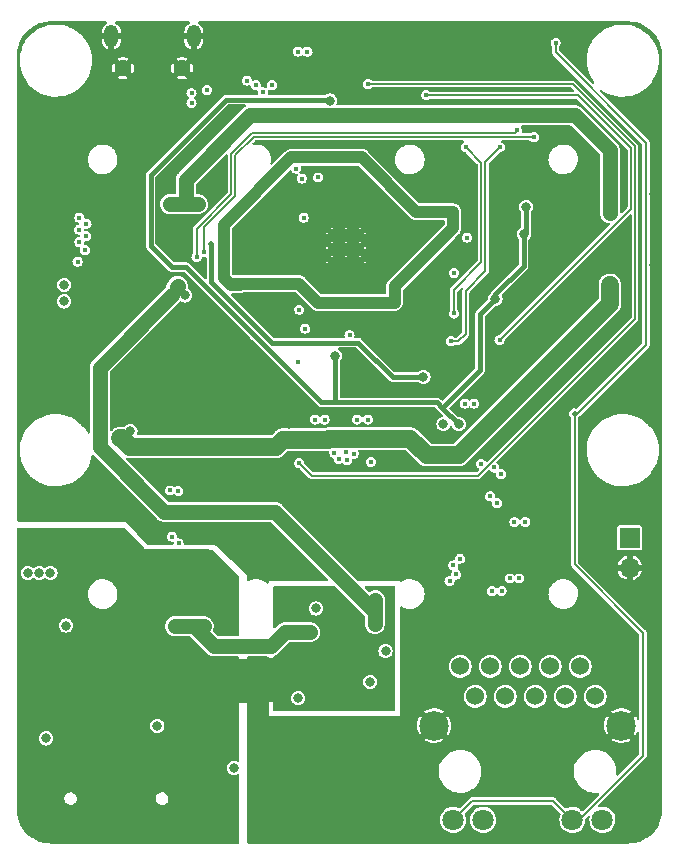
<source format=gbr>
%TF.GenerationSoftware,KiCad,Pcbnew,(6.0.7)*%
%TF.CreationDate,2022-11-21T16:52:03+01:00*%
%TF.ProjectId,MainBoard,4d61696e-426f-4617-9264-2e6b69636164,rev?*%
%TF.SameCoordinates,PXa344e00PY7102aa0*%
%TF.FileFunction,Copper,L3,Inr*%
%TF.FilePolarity,Positive*%
%FSLAX46Y46*%
G04 Gerber Fmt 4.6, Leading zero omitted, Abs format (unit mm)*
G04 Created by KiCad (PCBNEW (6.0.7)) date 2022-11-21 16:52:03*
%MOMM*%
%LPD*%
G01*
G04 APERTURE LIST*
%TA.AperFunction,ComponentPad*%
%ADD10R,1.700000X1.700000*%
%TD*%
%TA.AperFunction,ComponentPad*%
%ADD11O,1.700000X1.700000*%
%TD*%
%TA.AperFunction,ComponentPad*%
%ADD12O,1.200000X1.900000*%
%TD*%
%TA.AperFunction,ComponentPad*%
%ADD13C,1.450000*%
%TD*%
%TA.AperFunction,ComponentPad*%
%ADD14C,1.524000*%
%TD*%
%TA.AperFunction,ComponentPad*%
%ADD15C,1.800000*%
%TD*%
%TA.AperFunction,ComponentPad*%
%ADD16C,2.500000*%
%TD*%
%TA.AperFunction,ComponentPad*%
%ADD17O,1.100000X1.600000*%
%TD*%
%TA.AperFunction,ComponentPad*%
%ADD18O,1.600000X1.100000*%
%TD*%
%TA.AperFunction,ComponentPad*%
%ADD19C,0.500000*%
%TD*%
%TA.AperFunction,ViaPad*%
%ADD20C,0.800000*%
%TD*%
%TA.AperFunction,ViaPad*%
%ADD21C,0.450000*%
%TD*%
%TA.AperFunction,ViaPad*%
%ADD22C,0.500000*%
%TD*%
%TA.AperFunction,Conductor*%
%ADD23C,0.200000*%
%TD*%
%TA.AperFunction,Conductor*%
%ADD24C,0.400000*%
%TD*%
%TA.AperFunction,Conductor*%
%ADD25C,1.300000*%
%TD*%
%TA.AperFunction,Conductor*%
%ADD26C,0.150000*%
%TD*%
%TA.AperFunction,Conductor*%
%ADD27C,1.500000*%
%TD*%
%TA.AperFunction,Conductor*%
%ADD28C,1.000000*%
%TD*%
G04 APERTURE END LIST*
D10*
%TO.N,/CM4/n_eeprom_en*%
%TO.C,J6*%
X52170000Y26075000D03*
D11*
%TO.N,GND*%
X52170000Y23535000D03*
%TD*%
D12*
%TO.N,GND*%
%TO.C,J7*%
X15270000Y68547500D03*
D13*
X9270000Y65847500D03*
D12*
X8270000Y68547500D03*
D13*
X14270000Y65847500D03*
%TD*%
D14*
%TO.N,/CM4/TRD0+*%
%TO.C,U3*%
X37820000Y15190000D03*
%TO.N,/CM4/TRD0-*%
X39090000Y12650000D03*
%TO.N,/CM4/TRD1+*%
X40360000Y15190000D03*
%TO.N,/CM4/TRD1-*%
X41630000Y12650000D03*
%TO.N,Net-(C1-Pad1)*%
X42900000Y15190000D03*
X44170000Y12650000D03*
%TO.N,/CM4/TRD2+*%
X45440000Y15190000D03*
%TO.N,/CM4/TRD2-*%
X46710000Y12650000D03*
%TO.N,/CM4/TRD3+*%
X47980000Y15190000D03*
%TO.N,/CM4/TRD3-*%
X49250000Y12650000D03*
D15*
%TO.N,+3V3*%
X37210000Y2190000D03*
%TO.N,Net-(R1-Pad2)*%
X39750000Y2190000D03*
%TO.N,+3V3*%
X47320000Y2190000D03*
%TO.N,Net-(R2-Pad2)*%
X49860000Y2190000D03*
D16*
%TO.N,GND*%
X35610000Y10190000D03*
X51460000Y10190000D03*
%TD*%
D17*
%TO.N,GND*%
%TO.C,J1*%
X4380000Y5800000D03*
X13020000Y5800000D03*
D18*
X6400000Y4370000D03*
X11000000Y4370000D03*
%TD*%
D19*
%TO.N,GND*%
%TO.C,U4*%
X26950000Y49460000D03*
X28150000Y49460000D03*
X29350000Y50660000D03*
X29350000Y49460000D03*
X28150000Y51860000D03*
X29350000Y51860000D03*
X26950000Y50660000D03*
X26950000Y51860000D03*
X28150000Y50660000D03*
%TD*%
D20*
%TO.N,GND*%
X25620006Y51201893D03*
D21*
X21345316Y35914882D03*
D20*
X770000Y36200000D03*
X6420000Y27900000D03*
X1500000Y1500000D03*
X31000000Y32850000D03*
X25600000Y52500000D03*
X31300000Y42650000D03*
X54270000Y49200000D03*
X27800000Y56400000D03*
X6070000Y1200000D03*
X23500000Y20600000D03*
X13475000Y50400000D03*
X17770000Y69200000D03*
X48770000Y69200000D03*
X54270000Y42200000D03*
X40054241Y33545759D03*
D21*
X19900000Y34975000D03*
D20*
X15550000Y24250000D03*
X7900000Y16600000D03*
X6050000Y24900000D03*
D21*
X14300000Y32000000D03*
D20*
X54270000Y10700000D03*
X31000000Y9500000D03*
X770000Y42200000D03*
X5270000Y25800000D03*
X18470000Y8200000D03*
X4500000Y7750000D03*
X13975000Y61125000D03*
X1520000Y13700000D03*
X31500000Y23000000D03*
X18420000Y18300000D03*
X770000Y30200000D03*
X51800000Y51450000D03*
X25070500Y33000000D03*
X25620006Y49501893D03*
X30700000Y51100000D03*
D21*
X12728871Y35628871D03*
D20*
X13500000Y42800000D03*
X18570000Y14900000D03*
D21*
X37100000Y50200000D03*
D20*
X770000Y49200000D03*
X19200000Y52393378D03*
X6800000Y10100000D03*
X37300000Y43900000D03*
X28150316Y47850010D03*
X43270000Y1200000D03*
X25600000Y48300000D03*
D21*
X12800000Y27050000D03*
D20*
X10912522Y9912478D03*
X22500000Y9500000D03*
X17470000Y15300000D03*
X53770000Y2200000D03*
X25930000Y53660000D03*
X34825000Y35675000D03*
X17000000Y1700000D03*
X29552466Y47850010D03*
X29418077Y53651016D03*
X1520000Y11450000D03*
X1470000Y15600000D03*
D21*
X23550000Y43550000D03*
D20*
X30700000Y52400000D03*
X24200000Y15100000D03*
X34000000Y16000000D03*
X36520000Y66950000D03*
D21*
X10345000Y32300000D03*
D20*
X54270000Y20200000D03*
X54270000Y55200000D03*
X25500000Y23000000D03*
X770000Y55200000D03*
X1400000Y8000000D03*
X30700000Y48300000D03*
X18570000Y13700000D03*
X28500000Y39950000D03*
X9720000Y21850000D03*
X1070000Y28000000D03*
X31650500Y67150000D03*
X28770000Y66950000D03*
X4520000Y21700000D03*
X33770000Y66950000D03*
X19200000Y49000000D03*
X20770000Y1200000D03*
X20770000Y8200000D03*
D21*
X16900000Y37300000D03*
D20*
X17420000Y23500000D03*
X23300000Y35749500D03*
X31600000Y36550000D03*
X17370000Y6400000D03*
X30700000Y49500000D03*
X28600000Y15100000D03*
D21*
X41700000Y20750000D03*
D20*
X33000000Y32850000D03*
X29270000Y1200000D03*
D21*
X16700000Y26250000D03*
D20*
X31500000Y12000000D03*
X22500000Y59200000D03*
X770000Y62200000D03*
X44500000Y21650000D03*
X35700000Y57300000D03*
X34000000Y12000000D03*
X26270000Y66950000D03*
X9500000Y16600000D03*
X11220000Y20950000D03*
X38900000Y54100000D03*
X54270000Y36700000D03*
X18620000Y20950000D03*
X45750000Y65300000D03*
X54270000Y62200000D03*
D21*
X15850000Y26300000D03*
D20*
X39725000Y47325000D03*
X5370000Y23900000D03*
X41000000Y53900000D03*
X12250000Y7000000D03*
X8769743Y8610500D03*
X41670000Y57650000D03*
D21*
X19100000Y42950000D03*
X12800000Y31950000D03*
D20*
X5950000Y44800000D03*
X42900000Y13600000D03*
X17470000Y14300000D03*
X27770000Y53700000D03*
X26639385Y47850010D03*
X12300000Y1400000D03*
X17470000Y13300000D03*
X44600000Y51100000D03*
X33100000Y41300000D03*
D21*
X38600000Y20500000D03*
%TO.N,/CM4/USB-*%
X15070000Y63725000D03*
X20508311Y64410256D03*
%TO.N,/CM4/USB+*%
X15070000Y62875000D03*
X21109353Y63809214D03*
%TO.N,/CM4/OTG_ID*%
X16370000Y64000000D03*
X19770000Y64800000D03*
%TO.N,/CM4/TRD3+*%
X42825000Y22650000D03*
%TO.N,/CM4/TRD1+*%
X37809074Y24319435D03*
%TO.N,/CM4/TRD3-*%
X42015000Y22650000D03*
%TO.N,/CM4/TRD1-*%
X37236316Y23746677D03*
%TO.N,/CM4/TRD2+*%
X41325000Y21566010D03*
%TO.N,/CM4/TRD0+*%
X37491379Y22978518D03*
%TO.N,/CM4/TRD2-*%
X40515000Y21566010D03*
%TO.N,/CM4/TRD0-*%
X36918621Y22405760D03*
%TO.N,/PCIe_sata/TX00+*%
X43340000Y27440000D03*
%TO.N,/PCIe_sata/TX01+*%
X41286379Y31463621D03*
%TO.N,/PCIe_sata/TX02+*%
X30000000Y36100000D03*
%TO.N,/PCIe_sata/TX03+*%
X13982031Y25604427D03*
%TO.N,/PCIe_sata/TX00-*%
X42410000Y27440000D03*
%TO.N,/PCIe_sata/TX01-*%
X40713621Y32036379D03*
%TO.N,/PCIe_sata/TX02-*%
X29100000Y36100000D03*
%TO.N,/PCIe_sata/TX03-*%
X13395131Y26191327D03*
%TO.N,/PCIe_sata/RX00-*%
X40944869Y29008673D03*
%TO.N,/PCIe_sata/RX01-*%
X39005000Y37450000D03*
%TO.N,/PCIe_sata/RX02-*%
X26335000Y36100000D03*
%TO.N,/PCIe_sata/RX03-*%
X13950000Y30050000D03*
%TO.N,/PCIe_sata/RX00+*%
X40357969Y29595573D03*
%TO.N,/PCIe_sata/RX01+*%
X38195000Y37450000D03*
%TO.N,/PCIe_sata/RX02+*%
X25525000Y36100000D03*
%TO.N,/PCIe_sata/RX03+*%
X13250000Y30100000D03*
%TO.N,/PCIe_sata/VAA2_0*%
X38400000Y51500000D03*
%TO.N,/PCIe_sata/VAA2_1*%
X37300000Y48525000D03*
%TO.N,/PCIe_sata/AVDD0*%
X25800000Y56600000D03*
%TO.N,+3V3*%
X45900000Y68000000D03*
D20*
X34700000Y39700000D03*
D22*
X16750000Y50950000D03*
X47500000Y36600000D03*
D20*
X36400000Y35700000D03*
D21*
%TO.N,/PCIe_sata/VAA2_2*%
X28450000Y43250000D03*
%TO.N,/PCIe_sata/VAA2_3*%
X24700000Y43800000D03*
D20*
%TO.N,+1V0*%
X30600000Y19800000D03*
X14500000Y46600000D03*
X13900000Y47400000D03*
X31500000Y16500000D03*
X13400000Y46600000D03*
X24100000Y12500000D03*
X30600000Y18800000D03*
X30600000Y20800000D03*
%TO.N,+1V8*%
X26800000Y63100000D03*
X37700000Y35700000D03*
X27200000Y41500000D03*
X43200000Y51800000D03*
X40800000Y46300000D03*
X43400000Y54100000D03*
%TO.N,+12V*%
X50500000Y53600000D03*
X24100000Y18100000D03*
X14420000Y54350000D03*
X15605000Y54335000D03*
X16100000Y18600000D03*
X50500000Y55000000D03*
X23000000Y18100000D03*
X15300000Y18600000D03*
X13255000Y54335000D03*
X25100000Y18100000D03*
X13700000Y18600000D03*
X14500000Y18600000D03*
D21*
%TO.N,/CM4/pwr_led*%
X41150000Y42850000D03*
X34950000Y63550000D03*
D20*
%TO.N,+5V*%
X4300000Y46100000D03*
X50500000Y47500000D03*
X18670000Y6600000D03*
X50500000Y45900000D03*
X37220000Y33100000D03*
X3120000Y23100000D03*
X9900000Y35100000D03*
X35120000Y33100000D03*
X9870000Y33800000D03*
X2170000Y23100000D03*
X36170000Y33100000D03*
X2770000Y9100000D03*
X1220000Y23100000D03*
X4300000Y47500000D03*
X9000000Y34500000D03*
D21*
%TO.N,/CM4/PCIE_nRST*%
X21870000Y64400000D03*
X24560000Y53200000D03*
%TO.N,/CM4/PCIE_TX_P*%
X24075000Y67250000D03*
X23900000Y57350000D03*
%TO.N,/CM4/PCIE_TX_N*%
X24885000Y67250000D03*
X24400000Y56500000D03*
%TO.N,/PCIe_sata/led1*%
X16125500Y50300000D03*
X44050000Y60000000D03*
%TO.N,/PCIe_sata/led2*%
X15500000Y49850000D03*
X42650000Y60575000D03*
%TO.N,/PCIe_sata/led3*%
X41175000Y59150000D03*
X37050000Y42725000D03*
%TO.N,/PCIe_sata/led4*%
X38300000Y59150000D03*
X37275000Y45075000D03*
%TO.N,/PCIe_sata/SPI_DO*%
X24100000Y41000000D03*
X24200000Y45400000D03*
D20*
%TO.N,Net-(C61-Pad1)*%
X4438967Y18651273D03*
X12175000Y10164500D03*
%TO.N,VDD*%
X29500000Y58300000D03*
X18300000Y47600000D03*
X37200000Y53700000D03*
X19200000Y47500000D03*
X32262686Y46002012D03*
%TO.N,Net-(C84-Pad1)*%
X30200000Y13900000D03*
X25600000Y20100000D03*
D21*
%TO.N,Net-(Module1-Pad21)*%
X24200000Y32400000D03*
X30025000Y64500000D03*
%TO.N,/CM4/screen_MOSI*%
X28170639Y33312188D03*
X5575000Y53200000D03*
%TO.N,/CM4/screen_CLK*%
X6175000Y52689500D03*
X27161281Y33286289D03*
%TO.N,/CM4/screen_CS*%
X27525000Y32750000D03*
X5550000Y52175000D03*
%TO.N,/CM4/screen_DC*%
X6124098Y51631499D03*
X28225000Y32675000D03*
%TO.N,/CM4/screen_RST*%
X5575000Y51125000D03*
X28801821Y33195728D03*
%TO.N,/CM4/screen_BL*%
X6051005Y50426005D03*
X30250000Y32525000D03*
%TO.N,/CM4/globalEN*%
X39600000Y32350000D03*
X5425000Y49475000D03*
%TD*%
D23*
%TO.N,+3V3*%
X45710000Y3800000D02*
X47320000Y2190000D01*
X45900000Y67200000D02*
X45900000Y68000000D01*
X37210000Y2190000D02*
X38820000Y3800000D01*
X47500000Y36600000D02*
X47500000Y23850000D01*
D24*
X21900000Y42600000D02*
X29200000Y42600000D01*
D23*
X53550000Y59550000D02*
X45900000Y67200000D01*
D24*
X16750000Y47750000D02*
X21900000Y42600000D01*
D23*
X53300000Y18050000D02*
X53300000Y7650000D01*
D24*
X32100000Y39700000D02*
X34700000Y39700000D01*
D23*
X53300000Y7650000D02*
X47840000Y2190000D01*
X53550000Y42425000D02*
X53550000Y59550000D01*
X47725000Y36600000D02*
X53550000Y42425000D01*
X47500000Y36600000D02*
X47725000Y36600000D01*
X47500000Y23850000D02*
X53300000Y18050000D01*
D24*
X29200000Y42600000D02*
X32100000Y39700000D01*
X16750000Y50950000D02*
X16750000Y47750000D01*
D23*
X38820000Y3800000D02*
X45710000Y3800000D01*
D25*
%TO.N,+1V0*%
X12753983Y28300000D02*
X22100000Y28300000D01*
X7300000Y40500000D02*
X7300000Y33753983D01*
X30600000Y19800000D02*
X30600000Y18800000D01*
X13900000Y47400000D02*
X13800000Y47300000D01*
X30600000Y19800000D02*
X30600000Y20800000D01*
X22100000Y28300000D02*
X30600000Y19800000D01*
X7300000Y33753983D02*
X12753983Y28300000D01*
X13400000Y46600000D02*
X7300000Y40500000D01*
D24*
%TO.N,+1V8*%
X40800000Y46700000D02*
X43200000Y49100000D01*
X40800000Y46300000D02*
X40800000Y46700000D01*
X26725000Y63175000D02*
X17975000Y63175000D01*
X11600000Y56800000D02*
X11600000Y50800000D01*
X14625000Y49000000D02*
X26075000Y37550000D01*
X13400000Y49000000D02*
X14625000Y49000000D01*
X39500000Y45000000D02*
X39500000Y40300000D01*
X17975000Y63175000D02*
X11600000Y56800000D01*
X36300000Y37100000D02*
X37700000Y35700000D01*
X39500000Y40300000D02*
X36300000Y37100000D01*
X26800000Y63100000D02*
X26725000Y63175000D01*
X11600000Y50800000D02*
X13400000Y49000000D01*
X35850000Y37550000D02*
X36300000Y37100000D01*
X26075000Y37550000D02*
X27150000Y37550000D01*
X27150000Y37550000D02*
X35850000Y37550000D01*
X43200000Y49100000D02*
X43200000Y51800000D01*
X27150000Y37550000D02*
X27200000Y37600000D01*
X43400000Y52000000D02*
X43200000Y51800000D01*
X40800000Y46300000D02*
X39500000Y45000000D01*
X43400000Y54100000D02*
X43400000Y52000000D01*
X27200000Y37600000D02*
X27200000Y41500000D01*
D25*
%TO.N,+12V*%
X20050000Y61850000D02*
X47550000Y61850000D01*
X15300000Y18600000D02*
X13700000Y18600000D01*
X50500000Y55000000D02*
X50500000Y53600000D01*
X13255000Y54335000D02*
X15605000Y54335000D01*
X47550000Y61850000D02*
X50500000Y58900000D01*
X50500000Y58900000D02*
X50500000Y55000000D01*
X24100000Y18100000D02*
X25100000Y18100000D01*
X14600000Y54530000D02*
X14600000Y56400000D01*
X17000000Y16900000D02*
X21800000Y16900000D01*
X14420000Y54350000D02*
X14600000Y54530000D01*
X23000000Y18100000D02*
X24100000Y18100000D01*
X17000000Y16900000D02*
X15300000Y18600000D01*
X15300000Y18600000D02*
X16100000Y18600000D01*
X14600000Y56400000D02*
X20050000Y61850000D01*
X21800000Y16900000D02*
X23000000Y18100000D01*
D26*
%TO.N,/CM4/pwr_led*%
X52260480Y59089520D02*
X47800000Y63550000D01*
X52260480Y53960480D02*
X52260480Y59089520D01*
X47800000Y63550000D02*
X34950000Y63550000D01*
X41150000Y42850000D02*
X52260480Y53960480D01*
D27*
%TO.N,+5V*%
X22220000Y33800000D02*
X9870000Y33800000D01*
X26613998Y34400000D02*
X22820000Y34400000D01*
X50500000Y47500000D02*
X50500000Y45900000D01*
X34970000Y33100000D02*
X33583312Y34486688D01*
X33583312Y34486688D02*
X26700686Y34486688D01*
X22820000Y34400000D02*
X22220000Y33800000D01*
X26700686Y34486688D02*
X26613998Y34400000D01*
X9170000Y34500000D02*
X9870000Y33800000D01*
X9000000Y34500000D02*
X9170000Y34500000D01*
X50500000Y45900000D02*
X37700000Y33100000D01*
X37700000Y33100000D02*
X34970000Y33100000D01*
D23*
%TO.N,/PCIe_sata/led1*%
X20325000Y60025000D02*
X44025000Y60025000D01*
X16125500Y50300000D02*
X16125500Y52375500D01*
X18775000Y55025000D02*
X18775000Y58475000D01*
X16125500Y52375500D02*
X18775000Y55025000D01*
X18775000Y58475000D02*
X20325000Y60025000D01*
X44025000Y60025000D02*
X44050000Y60000000D01*
%TO.N,/PCIe_sata/led2*%
X15500000Y52245004D02*
X18424980Y55169984D01*
X18424980Y58619984D02*
X20180016Y60375020D01*
X18424980Y55169984D02*
X18424980Y58619984D01*
X20180016Y60375020D02*
X42450020Y60375020D01*
X42450020Y60375020D02*
X42650000Y60575000D01*
X15500000Y49850000D02*
X15500000Y52245004D01*
%TO.N,/PCIe_sata/led3*%
X39950020Y57925020D02*
X39950020Y48650020D01*
X41175000Y59150000D02*
X39950020Y57925020D01*
X37650000Y42725000D02*
X37050000Y42725000D01*
X39950020Y48650020D02*
X38300000Y47000000D01*
X38300000Y43375000D02*
X37650000Y42725000D01*
X38300000Y47000000D02*
X38300000Y43375000D01*
%TO.N,/PCIe_sata/led4*%
X39600000Y57850000D02*
X38300000Y59150000D01*
X39600000Y49400000D02*
X39600000Y57850000D01*
X37275000Y47075000D02*
X39600000Y49400000D01*
X37275000Y45075000D02*
X37275000Y47075000D01*
D28*
%TO.N,VDD*%
X17800000Y52600000D02*
X17800000Y48100000D01*
X37200000Y52300000D02*
X37200000Y53700000D01*
X19200000Y47500000D02*
X18400000Y47500000D01*
X25797988Y46002012D02*
X32262686Y46002012D01*
X32262686Y47362686D02*
X37200000Y52300000D01*
X34100000Y53700000D02*
X37200000Y53700000D01*
D24*
X18400000Y47500000D02*
X18300000Y47600000D01*
D28*
X24200000Y47600000D02*
X25797988Y46002012D01*
X18300000Y47600000D02*
X24200000Y47600000D01*
X29500000Y58300000D02*
X34100000Y53700000D01*
X29500000Y58300000D02*
X23500000Y58300000D01*
X17800000Y48100000D02*
X18300000Y47600000D01*
X23500000Y58300000D02*
X17800000Y52600000D01*
X32262686Y46002012D02*
X32262686Y47362686D01*
D26*
%TO.N,Net-(Module1-Pad21)*%
X25250000Y31350000D02*
X39320826Y31350000D01*
X47330153Y64500000D02*
X30025000Y64500000D01*
X52600000Y44629174D02*
X52600000Y59230153D01*
X52600000Y59230153D02*
X47330153Y64500000D01*
X24200000Y32400000D02*
X25250000Y31350000D01*
X39320826Y31350000D02*
X52600000Y44629174D01*
%TD*%
%TA.AperFunction,Conductor*%
%TO.N,GND*%
G36*
X27213142Y21979998D02*
G01*
X27234116Y21963095D01*
X29712595Y19484616D01*
X29746621Y19422304D01*
X29749500Y19395521D01*
X29749500Y18753836D01*
X29764442Y18616291D01*
X29823383Y18441152D01*
X29918557Y18282756D01*
X29923248Y18277796D01*
X29923249Y18277794D01*
X29962034Y18236781D01*
X30045524Y18148493D01*
X30198360Y18044625D01*
X30204694Y18042092D01*
X30204697Y18042090D01*
X30363598Y17978534D01*
X30363603Y17978533D01*
X30369935Y17976000D01*
X30461689Y17960810D01*
X30545506Y17946934D01*
X30545510Y17946934D01*
X30552244Y17945819D01*
X30559061Y17946176D01*
X30559065Y17946176D01*
X30714111Y17954302D01*
X30736781Y17955490D01*
X30743354Y17957301D01*
X30743357Y17957301D01*
X30908354Y18002749D01*
X30914936Y18004562D01*
X31078398Y18090746D01*
X31219540Y18210020D01*
X31223688Y18215445D01*
X31327633Y18351399D01*
X31327636Y18351403D01*
X31331777Y18356820D01*
X31400000Y18503124D01*
X31400000Y17092517D01*
X31351426Y17086122D01*
X31343238Y17085044D01*
X31197159Y17024536D01*
X31071718Y16928282D01*
X30975464Y16802841D01*
X30914956Y16656762D01*
X30894318Y16500000D01*
X30914956Y16343238D01*
X30975464Y16197159D01*
X31071718Y16071718D01*
X31197159Y15975464D01*
X31343238Y15914956D01*
X31351426Y15913878D01*
X31400000Y15907483D01*
X31400000Y11725000D01*
X22100000Y11725000D01*
X22100000Y12500000D01*
X23494318Y12500000D01*
X23514956Y12343238D01*
X23575464Y12197159D01*
X23671718Y12071718D01*
X23797159Y11975464D01*
X23943238Y11914956D01*
X24100000Y11894318D01*
X24108188Y11895396D01*
X24248574Y11913878D01*
X24256762Y11914956D01*
X24402841Y11975464D01*
X24528282Y12071718D01*
X24624536Y12197159D01*
X24685044Y12343238D01*
X24705682Y12500000D01*
X24685044Y12656762D01*
X24624536Y12802841D01*
X24528282Y12928282D01*
X24402841Y13024536D01*
X24256762Y13085044D01*
X24100000Y13105682D01*
X23943238Y13085044D01*
X23797159Y13024536D01*
X23671718Y12928282D01*
X23575464Y12802841D01*
X23514956Y12656762D01*
X23494318Y12500000D01*
X22100000Y12500000D01*
X22100000Y13900000D01*
X29594318Y13900000D01*
X29614956Y13743238D01*
X29675464Y13597159D01*
X29771718Y13471718D01*
X29897159Y13375464D01*
X30043238Y13314956D01*
X30200000Y13294318D01*
X30208188Y13295396D01*
X30348574Y13313878D01*
X30356762Y13314956D01*
X30502841Y13375464D01*
X30628282Y13471718D01*
X30724536Y13597159D01*
X30785044Y13743238D01*
X30805682Y13900000D01*
X30785044Y14056762D01*
X30724536Y14202841D01*
X30628282Y14328282D01*
X30502841Y14424536D01*
X30356762Y14485044D01*
X30200000Y14505682D01*
X30043238Y14485044D01*
X29897159Y14424536D01*
X29771718Y14328282D01*
X29675464Y14202841D01*
X29614956Y14056762D01*
X29594318Y13900000D01*
X22100000Y13900000D01*
X22100000Y16103578D01*
X22152377Y16121205D01*
X22152379Y16121206D01*
X22158848Y16123383D01*
X22164702Y16126900D01*
X22167514Y16128200D01*
X22167957Y16128382D01*
X22168116Y16128458D01*
X22168534Y16128686D01*
X22171303Y16130049D01*
X22177715Y16132382D01*
X22183473Y16136036D01*
X22183479Y16136039D01*
X22245644Y16175490D01*
X22248263Y16177108D01*
X22311393Y16215041D01*
X22311395Y16215042D01*
X22317244Y16218557D01*
X22322203Y16223246D01*
X22324682Y16225128D01*
X22325459Y16225668D01*
X22329369Y16228625D01*
X22333738Y16231398D01*
X22337972Y16235183D01*
X22391478Y16288689D01*
X22394000Y16291142D01*
X22446549Y16340835D01*
X22446551Y16340837D01*
X22451507Y16345524D01*
X22455341Y16351166D01*
X22459767Y16356366D01*
X22460171Y16356022D01*
X22466707Y16363918D01*
X23315384Y17212595D01*
X23377696Y17246621D01*
X23404479Y17249500D01*
X25146164Y17249500D01*
X25283709Y17264442D01*
X25458848Y17323383D01*
X25617244Y17418557D01*
X25751507Y17545524D01*
X25855375Y17698360D01*
X25857910Y17704697D01*
X25921466Y17863598D01*
X25921467Y17863603D01*
X25924000Y17869935D01*
X25939190Y17961689D01*
X25953066Y18045506D01*
X25953066Y18045510D01*
X25954181Y18052244D01*
X25952331Y18087561D01*
X25944867Y18229968D01*
X25944510Y18236781D01*
X25931847Y18282756D01*
X25897251Y18408354D01*
X25895438Y18414936D01*
X25809254Y18578398D01*
X25689980Y18719540D01*
X25645123Y18753836D01*
X25548601Y18827633D01*
X25548597Y18827636D01*
X25543180Y18831777D01*
X25537000Y18834659D01*
X25536998Y18834660D01*
X25381880Y18906993D01*
X25381877Y18906994D01*
X25375703Y18909873D01*
X25369058Y18911358D01*
X25369053Y18911360D01*
X25221911Y18944249D01*
X25195363Y18950183D01*
X25189693Y18950500D01*
X23041062Y18950500D01*
X23030521Y18950942D01*
X22979098Y18955260D01*
X22972338Y18954358D01*
X22972334Y18954358D01*
X22899341Y18944619D01*
X22896287Y18944249D01*
X22823072Y18936295D01*
X22823069Y18936294D01*
X22816291Y18935558D01*
X22809831Y18933384D01*
X22806783Y18932714D01*
X22806322Y18932633D01*
X22806171Y18932597D01*
X22805712Y18932464D01*
X22802693Y18931722D01*
X22795931Y18930820D01*
X22789521Y18928487D01*
X22789517Y18928486D01*
X22720329Y18903303D01*
X22717423Y18902285D01*
X22647623Y18878795D01*
X22647621Y18878794D01*
X22641152Y18876617D01*
X22635298Y18873100D01*
X22632486Y18871800D01*
X22632043Y18871618D01*
X22631884Y18871542D01*
X22631466Y18871314D01*
X22628697Y18869951D01*
X22622285Y18867618D01*
X22616528Y18863964D01*
X22616527Y18863964D01*
X22554330Y18824493D01*
X22551738Y18822892D01*
X22482756Y18781443D01*
X22477801Y18776757D01*
X22475331Y18774882D01*
X22474552Y18774341D01*
X22470628Y18771373D01*
X22466261Y18768602D01*
X22462028Y18764817D01*
X22408523Y18711312D01*
X22406001Y18708859D01*
X22348493Y18654476D01*
X22344659Y18648834D01*
X22340233Y18643634D01*
X22339829Y18643978D01*
X22333293Y18636082D01*
X22215095Y18517884D01*
X22152783Y18483858D01*
X22100000Y18487633D01*
X22100000Y20100000D01*
X24994318Y20100000D01*
X25014956Y19943238D01*
X25075464Y19797159D01*
X25171718Y19671718D01*
X25297159Y19575464D01*
X25443238Y19514956D01*
X25600000Y19494318D01*
X25608188Y19495396D01*
X25748574Y19513878D01*
X25756762Y19514956D01*
X25902841Y19575464D01*
X26028282Y19671718D01*
X26124536Y19797159D01*
X26185044Y19943238D01*
X26205682Y20100000D01*
X26185044Y20256762D01*
X26124536Y20402841D01*
X26028282Y20528282D01*
X25902841Y20624536D01*
X25756762Y20685044D01*
X25600000Y20705682D01*
X25443238Y20685044D01*
X25297159Y20624536D01*
X25171718Y20528282D01*
X25075464Y20402841D01*
X25014956Y20256762D01*
X24994318Y20100000D01*
X22100000Y20100000D01*
X22100000Y21994344D01*
X22126000Y22000000D01*
X27145021Y22000000D01*
X27213142Y21979998D01*
G37*
%TD.AperFunction*%
%TA.AperFunction,Conductor*%
G36*
X31400000Y21089367D02*
G01*
X31378794Y21152378D01*
X31376617Y21158848D01*
X31281443Y21317244D01*
X31154476Y21451507D01*
X31001640Y21555375D01*
X30995306Y21557908D01*
X30995303Y21557910D01*
X30836402Y21621466D01*
X30836397Y21621467D01*
X30830065Y21624000D01*
X30738311Y21639190D01*
X30654494Y21653066D01*
X30654490Y21653066D01*
X30647756Y21654181D01*
X30640939Y21653824D01*
X30640935Y21653824D01*
X30485889Y21645698D01*
X30463219Y21644510D01*
X30456646Y21642699D01*
X30456643Y21642699D01*
X30379558Y21621466D01*
X30285064Y21595438D01*
X30279022Y21592252D01*
X30279021Y21592252D01*
X30185396Y21542890D01*
X30115809Y21528813D01*
X30049658Y21554592D01*
X30037537Y21565252D01*
X29817884Y21784905D01*
X29783858Y21847217D01*
X29788923Y21918032D01*
X29831470Y21974868D01*
X29897990Y21999679D01*
X29906979Y22000000D01*
X31400000Y22000000D01*
X31400000Y21089367D01*
G37*
%TD.AperFunction*%
%TD*%
%TA.AperFunction,Conductor*%
%TO.N,GND*%
G36*
X9328309Y26947888D02*
G01*
X9418540Y26928947D01*
X9455782Y26912592D01*
X9530787Y26858965D01*
X9546103Y26845418D01*
X9725676Y26650000D01*
X11060853Y25197012D01*
X11060855Y25197010D01*
X11150000Y25100000D01*
X16572975Y25100000D01*
X16591380Y25098274D01*
X16673457Y25082744D01*
X16707722Y25069296D01*
X16778452Y25024853D01*
X16793111Y25013605D01*
X18693458Y23250326D01*
X19024384Y22943269D01*
X19037801Y22927965D01*
X19090910Y22853066D01*
X19107082Y22815938D01*
X19125751Y22726044D01*
X19127819Y22705792D01*
X19121869Y17849379D01*
X19102890Y17791211D01*
X19053346Y17755308D01*
X19022869Y17750500D01*
X17393297Y17750500D01*
X17335106Y17769407D01*
X17323293Y17779496D01*
X16915548Y18187241D01*
X16887771Y18241758D01*
X16893632Y18294008D01*
X16924000Y18369935D01*
X16954181Y18552244D01*
X16944510Y18736781D01*
X16895438Y18914936D01*
X16809254Y19078398D01*
X16744964Y19154476D01*
X16693440Y19215446D01*
X16693438Y19215448D01*
X16689980Y19219540D01*
X16543180Y19331777D01*
X16375703Y19409873D01*
X16370476Y19411041D01*
X16370474Y19411042D01*
X16199322Y19449298D01*
X16199323Y19449298D01*
X16195363Y19450183D01*
X16191212Y19450415D01*
X16191079Y19450423D01*
X16191062Y19450423D01*
X16189693Y19450500D01*
X15313640Y19450500D01*
X15310876Y19450539D01*
X15307341Y19450638D01*
X15231389Y19452759D01*
X15226119Y19451754D01*
X15220778Y19451324D01*
X15220764Y19451500D01*
X15210191Y19450500D01*
X13653836Y19450500D01*
X13623436Y19447198D01*
X13521616Y19436137D01*
X13521611Y19436136D01*
X13516291Y19435558D01*
X13341152Y19376617D01*
X13182756Y19281443D01*
X13178864Y19277763D01*
X13178862Y19277761D01*
X13052385Y19158157D01*
X13052383Y19158154D01*
X13048493Y19154476D01*
X13045484Y19150048D01*
X13045482Y19150046D01*
X12947636Y19006071D01*
X12944625Y19001640D01*
X12876000Y18830065D01*
X12845819Y18647756D01*
X12855490Y18463219D01*
X12904562Y18285064D01*
X12990746Y18121602D01*
X12994205Y18117508D01*
X12994207Y18117506D01*
X13038255Y18065382D01*
X13110020Y17980460D01*
X13256820Y17868223D01*
X13424297Y17790127D01*
X13429524Y17788959D01*
X13429526Y17788958D01*
X13554165Y17761099D01*
X13604637Y17749817D01*
X13608788Y17749585D01*
X13608921Y17749577D01*
X13608938Y17749577D01*
X13610307Y17749500D01*
X14906703Y17749500D01*
X14964894Y17730593D01*
X14976707Y17720504D01*
X16370374Y16326838D01*
X16375985Y16320735D01*
X16410020Y16280460D01*
X16414279Y16277204D01*
X16474210Y16231383D01*
X16476114Y16229890D01*
X16539073Y16179269D01*
X16543875Y16176885D01*
X16548194Y16174123D01*
X16552567Y16171475D01*
X16556820Y16168223D01*
X16561668Y16165962D01*
X16561672Y16165960D01*
X16630075Y16134064D01*
X16632255Y16133014D01*
X16704593Y16097105D01*
X16709795Y16095808D01*
X16714599Y16094040D01*
X16719436Y16092393D01*
X16724297Y16090127D01*
X16773252Y16079185D01*
X16803144Y16072503D01*
X16805498Y16071946D01*
X16878690Y16053697D01*
X16878695Y16053696D01*
X16883894Y16052400D01*
X16889253Y16052250D01*
X16894565Y16051523D01*
X16894517Y16051170D01*
X16896602Y16050911D01*
X16896651Y16051262D01*
X16900667Y16050704D01*
X16904637Y16049817D01*
X16908694Y16049590D01*
X16908695Y16049590D01*
X16908921Y16049577D01*
X16908938Y16049577D01*
X16910307Y16049500D01*
X16986360Y16049500D01*
X16989125Y16049461D01*
X17068611Y16047241D01*
X17073881Y16048246D01*
X17079222Y16048676D01*
X17079236Y16048500D01*
X17089809Y16049500D01*
X19020543Y16049500D01*
X19078734Y16030593D01*
X19114698Y15981093D01*
X19119543Y15950382D01*
X19108841Y7216244D01*
X19089863Y7158078D01*
X19040319Y7122175D01*
X18979134Y7122250D01*
X18971957Y7124903D01*
X18832762Y7182559D01*
X18832760Y7182560D01*
X18826762Y7185044D01*
X18670000Y7205682D01*
X18513238Y7185044D01*
X18367159Y7124536D01*
X18241718Y7028282D01*
X18145464Y6902841D01*
X18084956Y6756762D01*
X18064318Y6600000D01*
X18084956Y6443238D01*
X18145464Y6297159D01*
X18241718Y6171718D01*
X18367159Y6075464D01*
X18513238Y6014956D01*
X18670000Y5994318D01*
X18826762Y6014956D01*
X18970444Y6074471D01*
X19031441Y6079272D01*
X19083610Y6047302D01*
X19107025Y5990774D01*
X19107330Y5982886D01*
X19100379Y309375D01*
X19098455Y290073D01*
X19096455Y280077D01*
X19066499Y226727D01*
X19010905Y201173D01*
X18999379Y200500D01*
X3134017Y200500D01*
X3111831Y203018D01*
X3111813Y203022D01*
X3100359Y205656D01*
X3089484Y203195D01*
X3079273Y203213D01*
X3068170Y202288D01*
X2891532Y212208D01*
X2792101Y217792D01*
X2781078Y219034D01*
X2567698Y255288D01*
X2482539Y269757D01*
X2471715Y272227D01*
X2342772Y309375D01*
X2180721Y356062D01*
X2170249Y359726D01*
X1890470Y475614D01*
X1880480Y480425D01*
X1615437Y626910D01*
X1606052Y632806D01*
X1359063Y808054D01*
X1350395Y814967D01*
X1124593Y1016757D01*
X1116757Y1024593D01*
X914967Y1250395D01*
X908054Y1259063D01*
X732806Y1506052D01*
X726910Y1515437D01*
X580425Y1780480D01*
X575611Y1790476D01*
X459727Y2070246D01*
X456060Y2080725D01*
X372227Y2371715D01*
X369757Y2382539D01*
X355288Y2467698D01*
X319034Y2681078D01*
X317791Y2692106D01*
X302331Y2967396D01*
X304122Y2988205D01*
X303747Y2988248D01*
X304388Y2993816D01*
X305655Y2999282D01*
X305656Y3000000D01*
X304412Y3005455D01*
X302980Y3011734D01*
X300500Y3033752D01*
X300500Y3966693D01*
X4295606Y3966693D01*
X4296940Y3960078D01*
X4296940Y3960076D01*
X4322545Y3833091D01*
X4324064Y3825556D01*
X4389429Y3697270D01*
X4393992Y3692307D01*
X4393994Y3692305D01*
X4439896Y3642387D01*
X4486884Y3591288D01*
X4609250Y3515418D01*
X4747512Y3475249D01*
X4752682Y3474869D01*
X4752684Y3474869D01*
X4755911Y3474632D01*
X4755918Y3474632D01*
X4757712Y3474500D01*
X4861070Y3474500D01*
X4967646Y3489099D01*
X4973832Y3491776D01*
X4973836Y3491777D01*
X5093595Y3543602D01*
X5093596Y3543603D01*
X5099783Y3546280D01*
X5155364Y3591288D01*
X5206433Y3632643D01*
X5206434Y3632644D01*
X5211675Y3636888D01*
X5295079Y3754249D01*
X5297363Y3760594D01*
X5297365Y3760597D01*
X5341562Y3883361D01*
X5343850Y3889715D01*
X5349503Y3966693D01*
X12045606Y3966693D01*
X12046940Y3960078D01*
X12046940Y3960076D01*
X12072545Y3833091D01*
X12074064Y3825556D01*
X12139429Y3697270D01*
X12143992Y3692307D01*
X12143994Y3692305D01*
X12189896Y3642387D01*
X12236884Y3591288D01*
X12359250Y3515418D01*
X12497512Y3475249D01*
X12502682Y3474869D01*
X12502684Y3474869D01*
X12505911Y3474632D01*
X12505918Y3474632D01*
X12507712Y3474500D01*
X12611070Y3474500D01*
X12717646Y3489099D01*
X12723832Y3491776D01*
X12723836Y3491777D01*
X12843595Y3543602D01*
X12843596Y3543603D01*
X12849783Y3546280D01*
X12905364Y3591288D01*
X12956433Y3632643D01*
X12956434Y3632644D01*
X12961675Y3636888D01*
X13045079Y3754249D01*
X13047363Y3760594D01*
X13047365Y3760597D01*
X13091562Y3883361D01*
X13093850Y3889715D01*
X13104394Y4033307D01*
X13087592Y4116639D01*
X13077269Y4167833D01*
X13075936Y4174444D01*
X13010571Y4302730D01*
X13006008Y4307693D01*
X13006006Y4307695D01*
X12917684Y4403744D01*
X12913116Y4408712D01*
X12790750Y4484582D01*
X12652488Y4524751D01*
X12647318Y4525131D01*
X12647316Y4525131D01*
X12644089Y4525368D01*
X12644082Y4525368D01*
X12642288Y4525500D01*
X12538930Y4525500D01*
X12432354Y4510901D01*
X12426168Y4508224D01*
X12426164Y4508223D01*
X12306405Y4456398D01*
X12300217Y4453720D01*
X12294978Y4449478D01*
X12294977Y4449477D01*
X12193567Y4367357D01*
X12188325Y4363112D01*
X12104921Y4245751D01*
X12102637Y4239406D01*
X12102635Y4239403D01*
X12081412Y4180452D01*
X12056150Y4110285D01*
X12045606Y3966693D01*
X5349503Y3966693D01*
X5354394Y4033307D01*
X5337592Y4116639D01*
X5327269Y4167833D01*
X5325936Y4174444D01*
X5260571Y4302730D01*
X5256008Y4307693D01*
X5256006Y4307695D01*
X5167684Y4403744D01*
X5163116Y4408712D01*
X5040750Y4484582D01*
X4902488Y4524751D01*
X4897318Y4525131D01*
X4897316Y4525131D01*
X4894089Y4525368D01*
X4894082Y4525368D01*
X4892288Y4525500D01*
X4788930Y4525500D01*
X4682354Y4510901D01*
X4676168Y4508224D01*
X4676164Y4508223D01*
X4556405Y4456398D01*
X4550217Y4453720D01*
X4544978Y4449478D01*
X4544977Y4449477D01*
X4443567Y4367357D01*
X4438325Y4363112D01*
X4354921Y4245751D01*
X4352637Y4239406D01*
X4352635Y4239403D01*
X4331412Y4180452D01*
X4306150Y4110285D01*
X4295606Y3966693D01*
X300500Y3966693D01*
X300500Y9100000D01*
X2164318Y9100000D01*
X2184956Y8943238D01*
X2245464Y8797159D01*
X2341718Y8671718D01*
X2467159Y8575464D01*
X2613238Y8514956D01*
X2770000Y8494318D01*
X2926762Y8514956D01*
X3072841Y8575464D01*
X3198282Y8671718D01*
X3294536Y8797159D01*
X3355044Y8943238D01*
X3375682Y9100000D01*
X3355044Y9256762D01*
X3294536Y9402841D01*
X3198282Y9528282D01*
X3072841Y9624536D01*
X2926762Y9685044D01*
X2770000Y9705682D01*
X2613238Y9685044D01*
X2467159Y9624536D01*
X2341718Y9528282D01*
X2245464Y9402841D01*
X2184956Y9256762D01*
X2164318Y9100000D01*
X300500Y9100000D01*
X300500Y10164500D01*
X11569318Y10164500D01*
X11589956Y10007738D01*
X11650464Y9861659D01*
X11746718Y9736218D01*
X11872159Y9639964D01*
X12018238Y9579456D01*
X12175000Y9558818D01*
X12331762Y9579456D01*
X12477841Y9639964D01*
X12603282Y9736218D01*
X12699536Y9861659D01*
X12760044Y10007738D01*
X12780682Y10164500D01*
X12760044Y10321262D01*
X12699536Y10467341D01*
X12603282Y10592782D01*
X12477841Y10689036D01*
X12331762Y10749544D01*
X12175000Y10770182D01*
X12018238Y10749544D01*
X11872159Y10689036D01*
X11746718Y10592782D01*
X11650464Y10467341D01*
X11589956Y10321262D01*
X11569318Y10164500D01*
X300500Y10164500D01*
X300500Y18651273D01*
X3833285Y18651273D01*
X3853923Y18494511D01*
X3914431Y18348432D01*
X4010685Y18222991D01*
X4136126Y18126737D01*
X4282205Y18066229D01*
X4438967Y18045591D01*
X4595729Y18066229D01*
X4741808Y18126737D01*
X4867249Y18222991D01*
X4963503Y18348432D01*
X5024011Y18494511D01*
X5044649Y18651273D01*
X5024011Y18808035D01*
X4963503Y18954114D01*
X4867249Y19079555D01*
X4741808Y19175809D01*
X4595729Y19236317D01*
X4438967Y19256955D01*
X4282205Y19236317D01*
X4136126Y19175809D01*
X4010685Y19079555D01*
X3914431Y18954114D01*
X3853923Y18808035D01*
X3833285Y18651273D01*
X300500Y18651273D01*
X300500Y21290562D01*
X6285066Y21290562D01*
X6311883Y21068956D01*
X6313176Y21064751D01*
X6313177Y21064749D01*
X6354776Y20929529D01*
X6377519Y20855600D01*
X6479901Y20657241D01*
X6615790Y20480146D01*
X6619046Y20477183D01*
X6619049Y20477180D01*
X6726341Y20379552D01*
X6780893Y20329914D01*
X6969990Y20211293D01*
X6974072Y20209652D01*
X6974076Y20209650D01*
X7102877Y20157873D01*
X7177105Y20128034D01*
X7395690Y20082767D01*
X7452349Y20079500D01*
X7596630Y20079500D01*
X7598824Y20079696D01*
X7598828Y20079696D01*
X7757951Y20093897D01*
X7757955Y20093898D01*
X7762339Y20094289D01*
X7766584Y20095450D01*
X7766588Y20095451D01*
X7973400Y20152029D01*
X7973401Y20152029D01*
X7977651Y20153192D01*
X8096018Y20209650D01*
X8175151Y20247394D01*
X8175156Y20247397D01*
X8179129Y20249292D01*
X8360405Y20379552D01*
X8455014Y20477180D01*
X8512681Y20536688D01*
X8515749Y20539854D01*
X8640250Y20725132D01*
X8729974Y20929529D01*
X8782085Y21146585D01*
X8794934Y21369438D01*
X8768117Y21591044D01*
X8726541Y21726192D01*
X8703778Y21800185D01*
X8703777Y21800188D01*
X8702481Y21804400D01*
X8600099Y22002759D01*
X8464210Y22179854D01*
X8460954Y22182817D01*
X8460951Y22182820D01*
X8302361Y22327125D01*
X8302362Y22327125D01*
X8299107Y22330086D01*
X8110010Y22448707D01*
X8105928Y22450348D01*
X8105924Y22450350D01*
X7939030Y22517440D01*
X7902895Y22531966D01*
X7684310Y22577233D01*
X7627651Y22580500D01*
X7483370Y22580500D01*
X7481176Y22580304D01*
X7481172Y22580304D01*
X7322049Y22566103D01*
X7322045Y22566102D01*
X7317661Y22565711D01*
X7313416Y22564550D01*
X7313412Y22564549D01*
X7106600Y22507971D01*
X7102349Y22506808D01*
X7098371Y22504911D01*
X7098372Y22504911D01*
X6904849Y22412606D01*
X6904844Y22412603D01*
X6900871Y22410708D01*
X6719595Y22280448D01*
X6716522Y22277277D01*
X6716521Y22277276D01*
X6622112Y22179854D01*
X6564251Y22120146D01*
X6439750Y21934868D01*
X6350026Y21730471D01*
X6297915Y21513415D01*
X6285066Y21290562D01*
X300500Y21290562D01*
X300500Y23100000D01*
X614318Y23100000D01*
X634956Y22943238D01*
X695464Y22797159D01*
X791718Y22671718D01*
X917159Y22575464D01*
X1063238Y22514956D01*
X1220000Y22494318D01*
X1376762Y22514956D01*
X1522841Y22575464D01*
X1634734Y22661322D01*
X1692408Y22681746D01*
X1755266Y22661322D01*
X1867159Y22575464D01*
X2013238Y22514956D01*
X2170000Y22494318D01*
X2326762Y22514956D01*
X2472841Y22575464D01*
X2584734Y22661322D01*
X2642408Y22681746D01*
X2705266Y22661322D01*
X2817159Y22575464D01*
X2963238Y22514956D01*
X3120000Y22494318D01*
X3276762Y22514956D01*
X3422841Y22575464D01*
X3548282Y22671718D01*
X3644536Y22797159D01*
X3705044Y22943238D01*
X3725682Y23100000D01*
X3705044Y23256762D01*
X3644536Y23402841D01*
X3548282Y23528282D01*
X3422841Y23624536D01*
X3276762Y23685044D01*
X3120000Y23705682D01*
X2963238Y23685044D01*
X2817159Y23624536D01*
X2705266Y23538678D01*
X2647592Y23518254D01*
X2584734Y23538678D01*
X2472841Y23624536D01*
X2326762Y23685044D01*
X2170000Y23705682D01*
X2013238Y23685044D01*
X1867159Y23624536D01*
X1755266Y23538678D01*
X1697592Y23518254D01*
X1634734Y23538678D01*
X1522841Y23624536D01*
X1376762Y23685044D01*
X1220000Y23705682D01*
X1063238Y23685044D01*
X917159Y23624536D01*
X791718Y23528282D01*
X695464Y23402841D01*
X634956Y23256762D01*
X614318Y23100000D01*
X300500Y23100000D01*
X300500Y26848961D01*
X319407Y26907152D01*
X368907Y26943116D01*
X380188Y26946059D01*
X390440Y26948098D01*
X409752Y26950000D01*
X9307971Y26950000D01*
X9328309Y26947888D01*
G37*
%TD.AperFunction*%
%TD*%
%TA.AperFunction,Conductor*%
%TO.N,GND*%
G36*
X7902398Y69780593D02*
G01*
X7938362Y69731093D01*
X7938362Y69669907D01*
X7902398Y69620407D01*
X7896082Y69616179D01*
X7774107Y69541139D01*
X7765448Y69534374D01*
X7643836Y69415282D01*
X7636885Y69406759D01*
X7544681Y69263689D01*
X7539794Y69253843D01*
X7481579Y69093897D01*
X7478992Y69083203D01*
X7462390Y68951783D01*
X7462000Y68945595D01*
X7462000Y68817180D01*
X7466122Y68804495D01*
X7470243Y68801500D01*
X9062320Y68801500D01*
X9075005Y68805622D01*
X9078000Y68809743D01*
X9078000Y68940311D01*
X9077691Y68945840D01*
X9063524Y69072139D01*
X9061085Y69082876D01*
X9005113Y69243607D01*
X9000357Y69253531D01*
X8910167Y69397865D01*
X8903329Y69406492D01*
X8783401Y69527261D01*
X8774825Y69534158D01*
X8644425Y69616911D01*
X8605423Y69664055D01*
X8601581Y69725120D01*
X8634366Y69776781D01*
X8691254Y69799305D01*
X8697471Y69799500D01*
X14844207Y69799500D01*
X14902398Y69780593D01*
X14938362Y69731093D01*
X14938362Y69669907D01*
X14902398Y69620407D01*
X14896082Y69616179D01*
X14774107Y69541139D01*
X14765448Y69534374D01*
X14643836Y69415282D01*
X14636885Y69406759D01*
X14544681Y69263689D01*
X14539794Y69253843D01*
X14481579Y69093897D01*
X14478992Y69083203D01*
X14462390Y68951783D01*
X14462000Y68945595D01*
X14462000Y68817180D01*
X14466122Y68804495D01*
X14470243Y68801500D01*
X16062320Y68801500D01*
X16075005Y68805622D01*
X16078000Y68809743D01*
X16078000Y68940311D01*
X16077691Y68945840D01*
X16063524Y69072139D01*
X16061085Y69082876D01*
X16005113Y69243607D01*
X16000357Y69253531D01*
X15910167Y69397865D01*
X15903329Y69406492D01*
X15783401Y69527261D01*
X15774825Y69534158D01*
X15644425Y69616911D01*
X15605423Y69664055D01*
X15601581Y69725120D01*
X15634366Y69776781D01*
X15691254Y69799305D01*
X15697471Y69799500D01*
X52065983Y69799500D01*
X52088169Y69796982D01*
X52099641Y69794344D01*
X52110516Y69796805D01*
X52120727Y69796787D01*
X52131830Y69797712D01*
X52308468Y69787792D01*
X52407899Y69782208D01*
X52418922Y69780966D01*
X52632302Y69744712D01*
X52717461Y69730243D01*
X52728285Y69727773D01*
X52737494Y69725120D01*
X53019278Y69643939D01*
X53029751Y69640274D01*
X53309530Y69524386D01*
X53319520Y69519575D01*
X53584563Y69373090D01*
X53593948Y69367194D01*
X53840937Y69191946D01*
X53849605Y69185033D01*
X54075407Y68983243D01*
X54083243Y68975407D01*
X54285033Y68749605D01*
X54291946Y68740937D01*
X54467194Y68493948D01*
X54473090Y68484563D01*
X54600950Y68253220D01*
X54619572Y68219526D01*
X54624386Y68209530D01*
X54710719Y68001103D01*
X54740273Y67929754D01*
X54743938Y67919279D01*
X54766445Y67841157D01*
X54827773Y67628285D01*
X54830243Y67617461D01*
X54878235Y67335002D01*
X54880966Y67318926D01*
X54882208Y67307898D01*
X54897459Y67036358D01*
X54897684Y67032349D01*
X54896834Y67022374D01*
X54896862Y67022374D01*
X54896842Y67011223D01*
X54894344Y67000359D01*
X54896804Y66989487D01*
X54897059Y66988362D01*
X54899500Y66966512D01*
X54899500Y3034022D01*
X54896982Y3011835D01*
X54894343Y3000359D01*
X54896804Y2989484D01*
X54896786Y2979273D01*
X54897711Y2968170D01*
X54895337Y2925896D01*
X54884008Y2724153D01*
X54882208Y2692107D01*
X54880965Y2681079D01*
X54868653Y2608613D01*
X54830242Y2382539D01*
X54827772Y2371715D01*
X54758757Y2132158D01*
X54743939Y2080725D01*
X54740273Y2070250D01*
X54635356Y1816955D01*
X54624388Y1790477D01*
X54619574Y1780481D01*
X54538443Y1633685D01*
X54473094Y1515444D01*
X54467187Y1506044D01*
X54306207Y1279163D01*
X54291954Y1259076D01*
X54285035Y1250400D01*
X54224406Y1182555D01*
X54083250Y1024601D01*
X54075399Y1016750D01*
X53894970Y855509D01*
X53849603Y814967D01*
X53840924Y808046D01*
X53593957Y632813D01*
X53584558Y626907D01*
X53319519Y480426D01*
X53309529Y475615D01*
X53029750Y359727D01*
X53019279Y356063D01*
X52825598Y300263D01*
X52728285Y272228D01*
X52717461Y269758D01*
X52633424Y255480D01*
X52418921Y219035D01*
X52407897Y217793D01*
X52132345Y202317D01*
X52122374Y203167D01*
X52122374Y203139D01*
X52111223Y203159D01*
X52100359Y205657D01*
X52089488Y203197D01*
X52089484Y203197D01*
X52088355Y202941D01*
X52066506Y200500D01*
X19899000Y200500D01*
X19840809Y219407D01*
X19804845Y268907D01*
X19800000Y299500D01*
X19800000Y2218931D01*
X36105164Y2218931D01*
X36118392Y2017106D01*
X36119508Y2012713D01*
X36119508Y2012711D01*
X36138868Y1936481D01*
X36168178Y1821072D01*
X36252856Y1637393D01*
X36369588Y1472220D01*
X36514466Y1331087D01*
X36682637Y1218718D01*
X36868470Y1138878D01*
X37065740Y1094240D01*
X37267842Y1086300D01*
X37321377Y1094062D01*
X37463519Y1114671D01*
X37463522Y1114672D01*
X37468007Y1115322D01*
X37563769Y1147829D01*
X37655234Y1178877D01*
X37655237Y1178879D01*
X37659531Y1180336D01*
X37836001Y1279163D01*
X37991505Y1408495D01*
X38120837Y1563999D01*
X38219664Y1740469D01*
X38233245Y1780475D01*
X38283219Y1927696D01*
X38284678Y1931993D01*
X38313700Y2132158D01*
X38315215Y2190000D01*
X38312557Y2218931D01*
X38645164Y2218931D01*
X38658392Y2017106D01*
X38659508Y2012713D01*
X38659508Y2012711D01*
X38678868Y1936481D01*
X38708178Y1821072D01*
X38792856Y1637393D01*
X38909588Y1472220D01*
X39054466Y1331087D01*
X39222637Y1218718D01*
X39408470Y1138878D01*
X39605740Y1094240D01*
X39807842Y1086300D01*
X39861377Y1094062D01*
X40003519Y1114671D01*
X40003522Y1114672D01*
X40008007Y1115322D01*
X40103769Y1147829D01*
X40195234Y1178877D01*
X40195237Y1178879D01*
X40199531Y1180336D01*
X40376001Y1279163D01*
X40531505Y1408495D01*
X40660837Y1563999D01*
X40759664Y1740469D01*
X40773245Y1780475D01*
X40823219Y1927696D01*
X40824678Y1931993D01*
X40853700Y2132158D01*
X40855215Y2190000D01*
X40836708Y2391409D01*
X40781807Y2586074D01*
X40692351Y2767473D01*
X40571335Y2929533D01*
X40422812Y3066826D01*
X40400125Y3081141D01*
X40255594Y3172333D01*
X40251757Y3174754D01*
X40063898Y3249702D01*
X39865526Y3289161D01*
X39765930Y3290465D01*
X39667826Y3291749D01*
X39667821Y3291749D01*
X39663286Y3291808D01*
X39658813Y3291039D01*
X39658808Y3291039D01*
X39560245Y3274102D01*
X39463949Y3257556D01*
X39274193Y3187551D01*
X39100371Y3084138D01*
X39096956Y3081143D01*
X39096953Y3081141D01*
X39030199Y3022599D01*
X38948305Y2950780D01*
X38823089Y2791943D01*
X38728914Y2612947D01*
X38727569Y2608616D01*
X38727568Y2608613D01*
X38682371Y2463051D01*
X38668937Y2419787D01*
X38645164Y2218931D01*
X38312557Y2218931D01*
X38296708Y2391409D01*
X38241807Y2586074D01*
X38203575Y2663601D01*
X38194796Y2724153D01*
X38222362Y2777391D01*
X38915475Y3470504D01*
X38969992Y3498281D01*
X38985479Y3499500D01*
X45544521Y3499500D01*
X45602712Y3480593D01*
X45614525Y3470504D01*
X46307049Y2777980D01*
X46334826Y2723463D01*
X46324659Y2661880D01*
X46298914Y2612947D01*
X46297569Y2608616D01*
X46297568Y2608613D01*
X46252371Y2463051D01*
X46238937Y2419787D01*
X46215164Y2218931D01*
X46228392Y2017106D01*
X46229508Y2012713D01*
X46229508Y2012711D01*
X46248868Y1936481D01*
X46278178Y1821072D01*
X46362856Y1637393D01*
X46479588Y1472220D01*
X46624466Y1331087D01*
X46792637Y1218718D01*
X46978470Y1138878D01*
X47175740Y1094240D01*
X47377842Y1086300D01*
X47431377Y1094062D01*
X47573519Y1114671D01*
X47573522Y1114672D01*
X47578007Y1115322D01*
X47673769Y1147829D01*
X47765234Y1178877D01*
X47765237Y1178879D01*
X47769531Y1180336D01*
X47946001Y1279163D01*
X48101505Y1408495D01*
X48230837Y1563999D01*
X48329664Y1740469D01*
X48343245Y1780475D01*
X48393219Y1927696D01*
X48394678Y1931993D01*
X48423700Y2132158D01*
X48425215Y2190000D01*
X48415978Y2290526D01*
X48429482Y2350202D01*
X48444559Y2369588D01*
X48623513Y2548542D01*
X48678030Y2576319D01*
X48738462Y2566748D01*
X48781727Y2523483D01*
X48791298Y2463051D01*
X48788064Y2449181D01*
X48778937Y2419787D01*
X48755164Y2218931D01*
X48768392Y2017106D01*
X48769508Y2012713D01*
X48769508Y2012711D01*
X48788868Y1936481D01*
X48818178Y1821072D01*
X48902856Y1637393D01*
X49019588Y1472220D01*
X49164466Y1331087D01*
X49332637Y1218718D01*
X49518470Y1138878D01*
X49715740Y1094240D01*
X49917842Y1086300D01*
X49971377Y1094062D01*
X50113519Y1114671D01*
X50113522Y1114672D01*
X50118007Y1115322D01*
X50213769Y1147829D01*
X50305234Y1178877D01*
X50305237Y1178879D01*
X50309531Y1180336D01*
X50486001Y1279163D01*
X50641505Y1408495D01*
X50770837Y1563999D01*
X50869664Y1740469D01*
X50883245Y1780475D01*
X50933219Y1927696D01*
X50934678Y1931993D01*
X50963700Y2132158D01*
X50965215Y2190000D01*
X50946708Y2391409D01*
X50891807Y2586074D01*
X50802351Y2767473D01*
X50681335Y2929533D01*
X50532812Y3066826D01*
X50510125Y3081141D01*
X50365594Y3172333D01*
X50361757Y3174754D01*
X50173898Y3249702D01*
X49975526Y3289161D01*
X49875930Y3290465D01*
X49777826Y3291749D01*
X49777821Y3291749D01*
X49773286Y3291808D01*
X49768813Y3291039D01*
X49768808Y3291039D01*
X49589551Y3260237D01*
X49528999Y3269017D01*
X49485172Y3311711D01*
X49474811Y3372013D01*
X49502782Y3427811D01*
X53474651Y7399680D01*
X53477780Y7402380D01*
X53482269Y7404575D01*
X53515893Y7440822D01*
X53518469Y7443498D01*
X53532248Y7457277D01*
X53534793Y7460987D01*
X53538229Y7464900D01*
X53552185Y7479945D01*
X53558401Y7486646D01*
X53562666Y7497336D01*
X53572980Y7516652D01*
X53574321Y7518607D01*
X53574322Y7518610D01*
X53579492Y7526146D01*
X53585641Y7552059D01*
X53590014Y7565884D01*
X53597294Y7584132D01*
X53597294Y7584134D01*
X53599883Y7590622D01*
X53600500Y7596915D01*
X53600500Y7603084D01*
X53603175Y7625943D01*
X53603230Y7626173D01*
X53603230Y7626175D01*
X53605340Y7635066D01*
X53601404Y7663988D01*
X53600500Y7677337D01*
X53600500Y17996486D01*
X53600803Y18000615D01*
X53602426Y18005342D01*
X53600570Y18054777D01*
X53600500Y18058491D01*
X53600500Y18077948D01*
X53599675Y18082378D01*
X53599339Y18087564D01*
X53598569Y18108075D01*
X53598569Y18108076D01*
X53598226Y18117208D01*
X53594620Y18125602D01*
X53594619Y18125605D01*
X53593683Y18127783D01*
X53587317Y18148734D01*
X53585209Y18160053D01*
X53571230Y18182731D01*
X53564550Y18195591D01*
X53556792Y18213648D01*
X53556791Y18213649D01*
X53554036Y18220062D01*
X53550023Y18224949D01*
X53545657Y18229315D01*
X53531385Y18247371D01*
X53531264Y18247568D01*
X53531263Y18247569D01*
X53526468Y18255348D01*
X53503244Y18273008D01*
X53493165Y18281807D01*
X48508193Y23266778D01*
X51146227Y23266778D01*
X51180203Y23148293D01*
X51183751Y23139332D01*
X51274165Y22963406D01*
X51279385Y22955306D01*
X51402247Y22800292D01*
X51408945Y22793355D01*
X51559581Y22665156D01*
X51567485Y22659662D01*
X51740153Y22563160D01*
X51748987Y22559300D01*
X51901089Y22509880D01*
X51912479Y22509880D01*
X51916000Y22520715D01*
X51916000Y22523086D01*
X52424000Y22523086D01*
X52427747Y22511553D01*
X52438079Y22511337D01*
X52549785Y22542526D01*
X52558774Y22546013D01*
X52735327Y22635196D01*
X52743465Y22640361D01*
X52899332Y22762137D01*
X52906312Y22768784D01*
X53035558Y22918518D01*
X53041115Y22926396D01*
X53138820Y23098387D01*
X53142735Y23107180D01*
X53195607Y23266121D01*
X53195686Y23277388D01*
X53184699Y23281000D01*
X52439680Y23281000D01*
X52426995Y23276878D01*
X52424000Y23272757D01*
X52424000Y22523086D01*
X51916000Y22523086D01*
X51916000Y23265320D01*
X51911878Y23278005D01*
X51907757Y23281000D01*
X51157829Y23281000D01*
X51146411Y23277290D01*
X51146227Y23266778D01*
X48508193Y23266778D01*
X47971024Y23803947D01*
X51145311Y23803947D01*
X51145392Y23792430D01*
X51156074Y23789000D01*
X51900320Y23789000D01*
X51913005Y23793122D01*
X51916000Y23797243D01*
X51916000Y23804680D01*
X52424000Y23804680D01*
X52428122Y23791995D01*
X52432243Y23789000D01*
X53182849Y23789000D01*
X53194037Y23792635D01*
X53194150Y23803503D01*
X53154301Y23935491D01*
X53150630Y23944395D01*
X53057767Y24119047D01*
X53052435Y24127072D01*
X52927419Y24280357D01*
X52920625Y24287198D01*
X52768221Y24413279D01*
X52760225Y24418672D01*
X52586243Y24512742D01*
X52577339Y24516485D01*
X52438979Y24559315D01*
X52427340Y24559153D01*
X52424000Y24548625D01*
X52424000Y23804680D01*
X51916000Y23804680D01*
X51916000Y24547482D01*
X51912327Y24558786D01*
X51901638Y24558935D01*
X51776396Y24522075D01*
X51767455Y24518462D01*
X51592172Y24426827D01*
X51584096Y24421542D01*
X51429947Y24297602D01*
X51423063Y24290861D01*
X51295919Y24139336D01*
X51290472Y24131382D01*
X51195185Y23958055D01*
X51191386Y23949190D01*
X51145311Y23803947D01*
X47971024Y23803947D01*
X47829496Y23945475D01*
X47801719Y23999992D01*
X47800500Y24015479D01*
X47800500Y25205252D01*
X51119500Y25205252D01*
X51131133Y25146769D01*
X51175448Y25080448D01*
X51241769Y25036133D01*
X51251332Y25034231D01*
X51251334Y25034230D01*
X51274005Y25029721D01*
X51300252Y25024500D01*
X53039748Y25024500D01*
X53065995Y25029721D01*
X53088666Y25034230D01*
X53088668Y25034231D01*
X53098231Y25036133D01*
X53164552Y25080448D01*
X53208867Y25146769D01*
X53220500Y25205252D01*
X53220500Y26944748D01*
X53208867Y27003231D01*
X53164552Y27069552D01*
X53098231Y27113867D01*
X53088668Y27115769D01*
X53088666Y27115770D01*
X53065995Y27120279D01*
X53039748Y27125500D01*
X51300252Y27125500D01*
X51274005Y27120279D01*
X51251334Y27115770D01*
X51251332Y27115769D01*
X51241769Y27113867D01*
X51175448Y27069552D01*
X51131133Y27003231D01*
X51119500Y26944748D01*
X51119500Y25205252D01*
X47800500Y25205252D01*
X47800500Y33436674D01*
X48524982Y33436674D01*
X48525190Y33433876D01*
X48550449Y33093971D01*
X48550450Y33093962D01*
X48550657Y33091179D01*
X48615278Y32750812D01*
X48616112Y32748126D01*
X48627665Y32710920D01*
X48718014Y32419947D01*
X48857545Y32102840D01*
X48858958Y32100418D01*
X48858959Y32100415D01*
X48978174Y31895994D01*
X49032076Y31803566D01*
X49239364Y31525973D01*
X49290779Y31471317D01*
X49423252Y31330495D01*
X49476744Y31273631D01*
X49478888Y31271816D01*
X49478889Y31271815D01*
X49732122Y31057438D01*
X49741164Y31049783D01*
X49883530Y30954657D01*
X49945827Y30913032D01*
X50029225Y30857307D01*
X50031712Y30856026D01*
X50031719Y30856022D01*
X50251811Y30742667D01*
X50337223Y30698677D01*
X50339849Y30697682D01*
X50339856Y30697679D01*
X50658569Y30576930D01*
X50658575Y30576928D01*
X50661199Y30575934D01*
X50996986Y30490655D01*
X51340270Y30443936D01*
X51342630Y30443843D01*
X51342633Y30443843D01*
X51452220Y30439537D01*
X51452244Y30439537D01*
X51453174Y30439500D01*
X51667754Y30439500D01*
X51809050Y30447523D01*
X51923095Y30453999D01*
X51923100Y30454000D01*
X51925890Y30454158D01*
X52267334Y30512829D01*
X52270031Y30513615D01*
X52270035Y30513616D01*
X52597252Y30608991D01*
X52597256Y30608992D01*
X52599941Y30609775D01*
X52919436Y30743750D01*
X53221710Y30913032D01*
X53502878Y31115444D01*
X53542436Y31151376D01*
X53757244Y31346493D01*
X53757251Y31346500D01*
X53759325Y31348384D01*
X53890277Y31497706D01*
X53985900Y31606744D01*
X53987753Y31608857D01*
X54000104Y31626660D01*
X54183625Y31891204D01*
X54183627Y31891207D01*
X54185228Y31893515D01*
X54349208Y32198697D01*
X54350554Y32202069D01*
X54445905Y32441070D01*
X54477587Y32520481D01*
X54481527Y32534934D01*
X54567977Y32852028D01*
X54567978Y32852034D01*
X54568713Y32854729D01*
X54569139Y32857495D01*
X54620990Y33194375D01*
X54620991Y33194381D01*
X54621416Y33197145D01*
X54626864Y33335795D01*
X54634908Y33540523D01*
X54634908Y33540525D01*
X54635018Y33543326D01*
X54617012Y33785625D01*
X54609551Y33886029D01*
X54609550Y33886038D01*
X54609343Y33888821D01*
X54544722Y34229188D01*
X54441986Y34560053D01*
X54302455Y34877160D01*
X54296492Y34887386D01*
X54129337Y35174011D01*
X54127924Y35176434D01*
X53943744Y35423082D01*
X53922317Y35451776D01*
X53922316Y35451777D01*
X53920636Y35454027D01*
X53717078Y35670415D01*
X53685180Y35704324D01*
X53685178Y35704326D01*
X53683256Y35706369D01*
X53623474Y35756978D01*
X53420979Y35928403D01*
X53420977Y35928404D01*
X53418836Y35930217D01*
X53276470Y36025343D01*
X53133110Y36121133D01*
X53133108Y36121134D01*
X53130775Y36122693D01*
X53128288Y36123974D01*
X53128281Y36123978D01*
X52825274Y36280037D01*
X52825273Y36280037D01*
X52822777Y36281323D01*
X52820151Y36282318D01*
X52820144Y36282321D01*
X52501431Y36403070D01*
X52501425Y36403072D01*
X52498801Y36404066D01*
X52163014Y36489345D01*
X51819730Y36536064D01*
X51817370Y36536157D01*
X51817367Y36536157D01*
X51707780Y36540463D01*
X51707756Y36540463D01*
X51706826Y36540500D01*
X51492246Y36540500D01*
X51350950Y36532477D01*
X51236905Y36526001D01*
X51236900Y36526000D01*
X51234110Y36525842D01*
X50892666Y36467171D01*
X50889969Y36466385D01*
X50889965Y36466384D01*
X50562748Y36371009D01*
X50562744Y36371008D01*
X50560059Y36370225D01*
X50557478Y36369143D01*
X50557476Y36369142D01*
X50515839Y36351682D01*
X50240564Y36236250D01*
X50238123Y36234883D01*
X50238121Y36234882D01*
X50224081Y36227019D01*
X49938290Y36066968D01*
X49657122Y35864556D01*
X49655049Y35862673D01*
X49402756Y35633507D01*
X49402749Y35633500D01*
X49400675Y35631616D01*
X49398822Y35629503D01*
X49398819Y35629500D01*
X49195246Y35397368D01*
X49172247Y35371143D01*
X49170649Y35368840D01*
X49170647Y35368837D01*
X48980206Y35094318D01*
X48974772Y35086485D01*
X48810792Y34781303D01*
X48682413Y34459519D01*
X48591287Y34125271D01*
X48590862Y34122510D01*
X48590861Y34122505D01*
X48554894Y33888821D01*
X48538584Y33782855D01*
X48538474Y33780056D01*
X48529173Y33543326D01*
X48524982Y33436674D01*
X47800500Y33436674D01*
X47800500Y36222470D01*
X47819407Y36280661D01*
X47826103Y36288907D01*
X47852246Y36317789D01*
X47882688Y36339543D01*
X47882671Y36339571D01*
X47883045Y36339798D01*
X47886561Y36342311D01*
X47895063Y36345964D01*
X47899949Y36349978D01*
X47904313Y36354342D01*
X47922368Y36368613D01*
X47930348Y36373532D01*
X47948018Y36396769D01*
X47956810Y36406839D01*
X53724651Y42174680D01*
X53727780Y42177380D01*
X53732269Y42179575D01*
X53765893Y42215822D01*
X53768469Y42218498D01*
X53782248Y42232277D01*
X53784793Y42235987D01*
X53788229Y42239900D01*
X53802185Y42254945D01*
X53808401Y42261646D01*
X53812666Y42272336D01*
X53822980Y42291652D01*
X53824321Y42293607D01*
X53824322Y42293610D01*
X53829492Y42301146D01*
X53835641Y42327059D01*
X53840014Y42340884D01*
X53847294Y42359132D01*
X53847294Y42359134D01*
X53849883Y42365622D01*
X53850500Y42371915D01*
X53850500Y42378084D01*
X53853175Y42400943D01*
X53853230Y42401173D01*
X53853230Y42401175D01*
X53855340Y42410066D01*
X53851404Y42438988D01*
X53850500Y42452337D01*
X53850500Y59496487D01*
X53850803Y59500616D01*
X53852426Y59505342D01*
X53850570Y59554777D01*
X53850500Y59558491D01*
X53850500Y59577948D01*
X53849675Y59582378D01*
X53849339Y59587564D01*
X53848569Y59608075D01*
X53848569Y59608076D01*
X53848226Y59617208D01*
X53844620Y59625602D01*
X53844619Y59625605D01*
X53843683Y59627783D01*
X53837317Y59648734D01*
X53835209Y59660053D01*
X53821232Y59682729D01*
X53814548Y59695596D01*
X53806793Y59713647D01*
X53806792Y59713649D01*
X53804036Y59720063D01*
X53800023Y59724949D01*
X53795657Y59729315D01*
X53781385Y59747371D01*
X53781264Y59747568D01*
X53781263Y59747569D01*
X53776468Y59755348D01*
X53753244Y59773008D01*
X53743165Y59781807D01*
X49650362Y63874610D01*
X49622585Y63929126D01*
X49632156Y63989558D01*
X49675421Y64032823D01*
X49735853Y64042394D01*
X49775367Y64026929D01*
X50014907Y63866874D01*
X50029225Y63857307D01*
X50031712Y63856026D01*
X50031719Y63856022D01*
X50334726Y63699963D01*
X50337223Y63698677D01*
X50339849Y63697682D01*
X50339856Y63697679D01*
X50658569Y63576930D01*
X50658575Y63576928D01*
X50661199Y63575934D01*
X50996986Y63490655D01*
X51340270Y63443936D01*
X51342630Y63443843D01*
X51342633Y63443843D01*
X51452220Y63439537D01*
X51452244Y63439537D01*
X51453174Y63439500D01*
X51667754Y63439500D01*
X51809050Y63447523D01*
X51923095Y63453999D01*
X51923100Y63454000D01*
X51925890Y63454158D01*
X52267334Y63512829D01*
X52270031Y63513615D01*
X52270035Y63513616D01*
X52597252Y63608991D01*
X52597256Y63608992D01*
X52599941Y63609775D01*
X52641064Y63627019D01*
X52699377Y63651472D01*
X52919436Y63743750D01*
X52924847Y63746780D01*
X53084678Y63836290D01*
X53221710Y63913032D01*
X53502878Y64115444D01*
X53542606Y64151530D01*
X53757244Y64346493D01*
X53757251Y64346500D01*
X53759325Y64348384D01*
X53762553Y64352064D01*
X53985900Y64606744D01*
X53987753Y64608857D01*
X54022349Y64658726D01*
X54183625Y64891204D01*
X54183627Y64891207D01*
X54185228Y64893515D01*
X54349208Y65198697D01*
X54353606Y65209719D01*
X54462419Y65482462D01*
X54477587Y65520481D01*
X54563720Y65836414D01*
X54567977Y65852028D01*
X54567978Y65852034D01*
X54568713Y65854729D01*
X54604683Y66088430D01*
X54620990Y66194375D01*
X54620991Y66194381D01*
X54621416Y66197145D01*
X54630718Y66433876D01*
X54634908Y66540523D01*
X54634908Y66540525D01*
X54635018Y66543326D01*
X54613041Y66839062D01*
X54609551Y66886029D01*
X54609550Y66886038D01*
X54609343Y66888821D01*
X54544722Y67229188D01*
X54441986Y67560053D01*
X54302455Y67877160D01*
X54127924Y68176434D01*
X53920636Y68454027D01*
X53683256Y68706369D01*
X53632186Y68749603D01*
X53420979Y68928403D01*
X53420977Y68928404D01*
X53418836Y68930217D01*
X53276470Y69025343D01*
X53133110Y69121133D01*
X53133108Y69121134D01*
X53130775Y69122693D01*
X53128288Y69123974D01*
X53128281Y69123978D01*
X52825274Y69280037D01*
X52825273Y69280037D01*
X52822777Y69281323D01*
X52820151Y69282318D01*
X52820144Y69282321D01*
X52501431Y69403070D01*
X52501425Y69403072D01*
X52498801Y69404066D01*
X52163014Y69489345D01*
X51819730Y69536064D01*
X51817370Y69536157D01*
X51817367Y69536157D01*
X51707780Y69540463D01*
X51707756Y69540463D01*
X51706826Y69540500D01*
X51492246Y69540500D01*
X51350950Y69532477D01*
X51236905Y69526001D01*
X51236900Y69526000D01*
X51234110Y69525842D01*
X50892666Y69467171D01*
X50889969Y69466385D01*
X50889965Y69466384D01*
X50562748Y69371009D01*
X50562744Y69371008D01*
X50560059Y69370225D01*
X50240564Y69236250D01*
X49938290Y69066968D01*
X49657122Y68864556D01*
X49655049Y68862673D01*
X49402756Y68633507D01*
X49402749Y68633500D01*
X49400675Y68631616D01*
X49398822Y68629503D01*
X49398819Y68629500D01*
X49244934Y68454027D01*
X49172247Y68371143D01*
X49170649Y68368840D01*
X49170647Y68368837D01*
X49007128Y68133126D01*
X48974772Y68086485D01*
X48810792Y67781303D01*
X48809752Y67778697D01*
X48809750Y67778692D01*
X48739283Y67602064D01*
X48682413Y67459519D01*
X48681676Y67456817D01*
X48681676Y67456816D01*
X48602574Y67166670D01*
X48591287Y67125271D01*
X48590862Y67122510D01*
X48590861Y67122505D01*
X48547423Y66840281D01*
X48538584Y66782855D01*
X48538474Y66780056D01*
X48529173Y66543326D01*
X48524982Y66436674D01*
X48525190Y66433876D01*
X48550449Y66093971D01*
X48550450Y66093962D01*
X48550657Y66091179D01*
X48615278Y65750812D01*
X48718014Y65419947D01*
X48857545Y65102840D01*
X49032076Y64803566D01*
X49126734Y64676803D01*
X49146402Y64618866D01*
X49128258Y64560433D01*
X49079233Y64523824D01*
X49018053Y64523023D01*
X48977406Y64547566D01*
X46229496Y67295475D01*
X46201719Y67349992D01*
X46200500Y67365479D01*
X46200500Y67657744D01*
X46219407Y67715935D01*
X46229496Y67727748D01*
X46248528Y67746780D01*
X46266119Y67781303D01*
X46306183Y67859934D01*
X46306183Y67859935D01*
X46309719Y67866874D01*
X46318019Y67919275D01*
X46329585Y67992304D01*
X46330804Y68000000D01*
X46309719Y68133126D01*
X46301549Y68149160D01*
X46252064Y68246281D01*
X46252063Y68246283D01*
X46248528Y68253220D01*
X46153220Y68348528D01*
X46146283Y68352063D01*
X46146281Y68352064D01*
X46040066Y68406183D01*
X46040065Y68406183D01*
X46033126Y68409719D01*
X46025432Y68410938D01*
X46025431Y68410938D01*
X45907696Y68429585D01*
X45900000Y68430804D01*
X45892304Y68429585D01*
X45774569Y68410938D01*
X45774568Y68410938D01*
X45766874Y68409719D01*
X45759935Y68406183D01*
X45759934Y68406183D01*
X45653719Y68352064D01*
X45653717Y68352063D01*
X45646780Y68348528D01*
X45551472Y68253220D01*
X45547937Y68246283D01*
X45547936Y68246281D01*
X45498451Y68149160D01*
X45490281Y68133126D01*
X45469196Y68000000D01*
X45470415Y67992304D01*
X45481982Y67919275D01*
X45490281Y67866874D01*
X45493817Y67859935D01*
X45493817Y67859934D01*
X45533882Y67781303D01*
X45551472Y67746780D01*
X45570504Y67727748D01*
X45598281Y67673231D01*
X45599500Y67657744D01*
X45599500Y67253508D01*
X45599197Y67249383D01*
X45597575Y67244658D01*
X45597918Y67235524D01*
X45599430Y67195239D01*
X45599500Y67191526D01*
X45599500Y67172052D01*
X45600325Y67167622D01*
X45600661Y67162429D01*
X45601774Y67132792D01*
X45605380Y67124398D01*
X45605381Y67124395D01*
X45606317Y67122217D01*
X45612683Y67101266D01*
X45614791Y67089947D01*
X45619588Y67082165D01*
X45628768Y67067272D01*
X45635451Y67054405D01*
X45645964Y67029937D01*
X45649978Y67025051D01*
X45654342Y67020687D01*
X45668613Y67002632D01*
X45673532Y66994652D01*
X45696769Y66976982D01*
X45706839Y66968190D01*
X53220504Y59454525D01*
X53248281Y59400008D01*
X53249500Y59384521D01*
X53249500Y42590479D01*
X53230593Y42532288D01*
X53220504Y42520475D01*
X47749830Y37049801D01*
X47695313Y37022024D01*
X47651461Y37024956D01*
X47567273Y37050134D01*
X47490644Y37050602D01*
X47445282Y37050879D01*
X47438231Y37050922D01*
X47431454Y37048985D01*
X47431453Y37048985D01*
X47320935Y37017399D01*
X47320933Y37017398D01*
X47314155Y37015461D01*
X47205019Y36946601D01*
X47119596Y36849878D01*
X47064754Y36733068D01*
X47044901Y36605560D01*
X47061633Y36477606D01*
X47064471Y36471155D01*
X47064472Y36471153D01*
X47110764Y36365946D01*
X47113605Y36359490D01*
X47148658Y36317789D01*
X47176283Y36284925D01*
X47199253Y36228215D01*
X47199500Y36221223D01*
X47199500Y23903508D01*
X47199197Y23899383D01*
X47197575Y23894658D01*
X47199430Y23845239D01*
X47199500Y23841526D01*
X47199500Y23822052D01*
X47200325Y23817622D01*
X47200661Y23812429D01*
X47201774Y23782792D01*
X47205380Y23774398D01*
X47205381Y23774395D01*
X47206317Y23772217D01*
X47212683Y23751266D01*
X47214791Y23739947D01*
X47219588Y23732165D01*
X47228768Y23717272D01*
X47235451Y23704405D01*
X47245964Y23679937D01*
X47249978Y23675051D01*
X47254342Y23670687D01*
X47268613Y23652632D01*
X47273532Y23644652D01*
X47296769Y23626982D01*
X47306839Y23618190D01*
X52970504Y17954525D01*
X52998281Y17900008D01*
X52999500Y17884521D01*
X52999500Y10781982D01*
X52980593Y10723791D01*
X52931093Y10687827D01*
X52869907Y10687827D01*
X52820407Y10723791D01*
X52809711Y10742506D01*
X52750962Y10877619D01*
X52747142Y10884745D01*
X52664061Y11013168D01*
X52653870Y11021450D01*
X52646296Y11017086D01*
X51830296Y10201086D01*
X51824242Y10189203D01*
X51825038Y10184172D01*
X52643856Y9365354D01*
X52655739Y9359300D01*
X52656686Y9359450D01*
X52661855Y9363888D01*
X52711662Y9433202D01*
X52715834Y9440144D01*
X52811748Y9634212D01*
X52854481Y9678002D01*
X52914791Y9688311D01*
X52969643Y9661202D01*
X52998085Y9607028D01*
X52999500Y9590348D01*
X52999500Y7815479D01*
X52980593Y7757288D01*
X52970504Y7745475D01*
X51203681Y5978652D01*
X51149164Y5950875D01*
X51088732Y5960446D01*
X51045467Y6003711D01*
X51035964Y6064569D01*
X51037739Y6075464D01*
X51048678Y6142636D01*
X51052181Y6410226D01*
X51016093Y6675395D01*
X50941208Y6932317D01*
X50829169Y7175348D01*
X50804425Y7213090D01*
X50684449Y7396082D01*
X50684448Y7396084D01*
X50682438Y7399149D01*
X50671613Y7411278D01*
X50506683Y7596066D01*
X50506682Y7596067D01*
X50504240Y7598803D01*
X50460639Y7635066D01*
X50301316Y7767573D01*
X50298488Y7769925D01*
X50069702Y7908756D01*
X49822909Y8012245D01*
X49771407Y8025325D01*
X49701595Y8043055D01*
X49563530Y8078119D01*
X49559877Y8078487D01*
X49559876Y8078487D01*
X49468366Y8087701D01*
X49341259Y8100500D01*
X49182056Y8100500D01*
X49103351Y8094651D01*
X48986777Y8085989D01*
X48986771Y8085988D01*
X48983123Y8085717D01*
X48722109Y8026655D01*
X48718692Y8025326D01*
X48718688Y8025325D01*
X48476111Y7930992D01*
X48472691Y7929662D01*
X48240350Y7796868D01*
X48237460Y7794590D01*
X48237459Y7794589D01*
X48190143Y7757288D01*
X48030189Y7631190D01*
X48027675Y7628517D01*
X48027669Y7628512D01*
X47939738Y7535038D01*
X47846825Y7436269D01*
X47694286Y7216385D01*
X47575924Y6976371D01*
X47494338Y6721497D01*
X47451322Y6457364D01*
X47447819Y6189774D01*
X47483907Y5924605D01*
X47558792Y5667683D01*
X47670831Y5424652D01*
X47672842Y5421585D01*
X47672844Y5421581D01*
X47697736Y5383615D01*
X47817562Y5200851D01*
X47995760Y5001197D01*
X48201512Y4830075D01*
X48430298Y4691244D01*
X48677091Y4587755D01*
X48680653Y4586850D01*
X48680654Y4586850D01*
X48733830Y4573345D01*
X48936470Y4521881D01*
X48940123Y4521513D01*
X48940124Y4521513D01*
X49014629Y4514011D01*
X49158741Y4499500D01*
X49317944Y4499500D01*
X49363982Y4502921D01*
X49491342Y4512385D01*
X49550773Y4497842D01*
X49590307Y4451143D01*
X49594841Y4390126D01*
X49568682Y4343653D01*
X48215515Y2990486D01*
X48160998Y2962709D01*
X48100566Y2972280D01*
X48078313Y2987790D01*
X47992812Y3066826D01*
X47970125Y3081141D01*
X47825594Y3172333D01*
X47821757Y3174754D01*
X47633898Y3249702D01*
X47435526Y3289161D01*
X47335930Y3290465D01*
X47237826Y3291749D01*
X47237821Y3291749D01*
X47233286Y3291808D01*
X47228813Y3291039D01*
X47228808Y3291039D01*
X47130245Y3274102D01*
X47033949Y3257556D01*
X46978403Y3237064D01*
X46848447Y3189121D01*
X46848441Y3189118D01*
X46844193Y3187551D01*
X46841667Y3186048D01*
X46781475Y3178122D01*
X46729510Y3205461D01*
X45960320Y3974651D01*
X45957620Y3977780D01*
X45955425Y3982269D01*
X45919178Y4015893D01*
X45916502Y4018469D01*
X45902723Y4032248D01*
X45899013Y4034793D01*
X45895100Y4038229D01*
X45880055Y4052185D01*
X45873354Y4058401D01*
X45862664Y4062666D01*
X45843348Y4072980D01*
X45841393Y4074321D01*
X45841390Y4074322D01*
X45833854Y4079492D01*
X45807941Y4085641D01*
X45794116Y4090014D01*
X45775868Y4097294D01*
X45775866Y4097294D01*
X45769378Y4099883D01*
X45763085Y4100500D01*
X45756916Y4100500D01*
X45734057Y4103175D01*
X45733827Y4103230D01*
X45733825Y4103230D01*
X45724934Y4105340D01*
X45697174Y4101562D01*
X45696013Y4101404D01*
X45682663Y4100500D01*
X38873508Y4100500D01*
X38869383Y4100803D01*
X38864658Y4102425D01*
X38815239Y4100570D01*
X38811526Y4100500D01*
X38792052Y4100500D01*
X38787622Y4099675D01*
X38782429Y4099339D01*
X38766398Y4098737D01*
X38761925Y4098569D01*
X38752792Y4098226D01*
X38744398Y4094620D01*
X38744395Y4094619D01*
X38742217Y4093683D01*
X38721266Y4087317D01*
X38709947Y4085209D01*
X38702164Y4080412D01*
X38702165Y4080412D01*
X38687272Y4071232D01*
X38674404Y4064548D01*
X38656358Y4056795D01*
X38656357Y4056794D01*
X38649937Y4054036D01*
X38645051Y4050022D01*
X38640687Y4045658D01*
X38622632Y4031387D01*
X38614652Y4026468D01*
X38596982Y4003231D01*
X38588190Y3993161D01*
X37799350Y3204321D01*
X37744833Y3176544D01*
X37692661Y3182373D01*
X37528111Y3248021D01*
X37523898Y3249702D01*
X37325526Y3289161D01*
X37225930Y3290465D01*
X37127826Y3291749D01*
X37127821Y3291749D01*
X37123286Y3291808D01*
X37118813Y3291039D01*
X37118808Y3291039D01*
X37020245Y3274102D01*
X36923949Y3257556D01*
X36734193Y3187551D01*
X36560371Y3084138D01*
X36556956Y3081143D01*
X36556953Y3081141D01*
X36490199Y3022599D01*
X36408305Y2950780D01*
X36283089Y2791943D01*
X36188914Y2612947D01*
X36187569Y2608616D01*
X36187568Y2608613D01*
X36142371Y2463051D01*
X36128937Y2419787D01*
X36105164Y2218931D01*
X19800000Y2218931D01*
X19800000Y3100000D01*
X19796441Y3100000D01*
X19794463Y3109942D01*
X19783993Y3135215D01*
X19783687Y3142919D01*
X19783050Y4064548D01*
X19781581Y6189774D01*
X36017819Y6189774D01*
X36053907Y5924605D01*
X36128792Y5667683D01*
X36240831Y5424652D01*
X36242842Y5421585D01*
X36242844Y5421581D01*
X36267736Y5383615D01*
X36387562Y5200851D01*
X36565760Y5001197D01*
X36771512Y4830075D01*
X37000298Y4691244D01*
X37247091Y4587755D01*
X37250653Y4586850D01*
X37250654Y4586850D01*
X37303830Y4573345D01*
X37506470Y4521881D01*
X37510123Y4521513D01*
X37510124Y4521513D01*
X37584629Y4514011D01*
X37728741Y4499500D01*
X37887944Y4499500D01*
X37966649Y4505349D01*
X38083223Y4514011D01*
X38083229Y4514012D01*
X38086877Y4514283D01*
X38347891Y4573345D01*
X38351308Y4574674D01*
X38351312Y4574675D01*
X38593889Y4669008D01*
X38597309Y4670338D01*
X38829650Y4803132D01*
X38866811Y4832427D01*
X39036920Y4966531D01*
X39039811Y4968810D01*
X39042325Y4971483D01*
X39042331Y4971488D01*
X39220661Y5161059D01*
X39223175Y5163731D01*
X39375714Y5383615D01*
X39494076Y5623629D01*
X39575662Y5878503D01*
X39583762Y5928237D01*
X39618089Y6139017D01*
X39618089Y6139022D01*
X39618678Y6142636D01*
X39622181Y6410226D01*
X39586093Y6675395D01*
X39511208Y6932317D01*
X39399169Y7175348D01*
X39374425Y7213090D01*
X39254449Y7396082D01*
X39254448Y7396084D01*
X39252438Y7399149D01*
X39241613Y7411278D01*
X39076683Y7596066D01*
X39076682Y7596067D01*
X39074240Y7598803D01*
X39030639Y7635066D01*
X38871316Y7767573D01*
X38868488Y7769925D01*
X38639702Y7908756D01*
X38392909Y8012245D01*
X38341407Y8025325D01*
X38271595Y8043055D01*
X38133530Y8078119D01*
X38129877Y8078487D01*
X38129876Y8078487D01*
X38038366Y8087701D01*
X37911259Y8100500D01*
X37752056Y8100500D01*
X37673351Y8094651D01*
X37556777Y8085989D01*
X37556771Y8085988D01*
X37553123Y8085717D01*
X37292109Y8026655D01*
X37288692Y8025326D01*
X37288688Y8025325D01*
X37046111Y7930992D01*
X37042691Y7929662D01*
X36810350Y7796868D01*
X36807460Y7794590D01*
X36807459Y7794589D01*
X36760143Y7757288D01*
X36600189Y7631190D01*
X36597675Y7628517D01*
X36597669Y7628512D01*
X36509738Y7535038D01*
X36416825Y7436269D01*
X36264286Y7216385D01*
X36145924Y6976371D01*
X36064338Y6721497D01*
X36021322Y6457364D01*
X36017819Y6189774D01*
X19781581Y6189774D01*
X19779646Y8990816D01*
X34775855Y8990816D01*
X34776230Y8988444D01*
X34974356Y8872670D01*
X34981652Y8869174D01*
X35198037Y8786544D01*
X35205818Y8784283D01*
X35432795Y8738104D01*
X35440834Y8737145D01*
X35672313Y8728658D01*
X35680389Y8729024D01*
X35910142Y8758456D01*
X35918072Y8760142D01*
X36139917Y8826699D01*
X36147465Y8829657D01*
X36355470Y8931557D01*
X36362425Y8935704D01*
X36432927Y8985993D01*
X36436496Y8990816D01*
X50625855Y8990816D01*
X50626230Y8988444D01*
X50824356Y8872670D01*
X50831652Y8869174D01*
X51048037Y8786544D01*
X51055818Y8784283D01*
X51282795Y8738104D01*
X51290834Y8737145D01*
X51522313Y8728658D01*
X51530389Y8729024D01*
X51760142Y8758456D01*
X51768072Y8760142D01*
X51989917Y8826699D01*
X51997465Y8829657D01*
X52205470Y8931557D01*
X52212425Y8935704D01*
X52282927Y8985993D01*
X52290861Y8996715D01*
X52290868Y8997578D01*
X52287252Y9003538D01*
X51471086Y9819704D01*
X51459203Y9825758D01*
X51454172Y9824962D01*
X50631909Y9002699D01*
X50625855Y8990816D01*
X36436496Y8990816D01*
X36440861Y8996715D01*
X36440868Y8997578D01*
X36437252Y9003538D01*
X35621086Y9819704D01*
X35609203Y9825758D01*
X35604172Y9824962D01*
X34781909Y9002699D01*
X34775855Y8990816D01*
X19779646Y8990816D01*
X19778795Y10221692D01*
X34147674Y10221692D01*
X34161008Y9990439D01*
X34162133Y9982433D01*
X34213057Y9756461D01*
X34215475Y9748745D01*
X34302622Y9534131D01*
X34306271Y9526906D01*
X34405009Y9365779D01*
X34414695Y9357507D01*
X34422881Y9362091D01*
X35239704Y10178914D01*
X35244946Y10189203D01*
X35974242Y10189203D01*
X35975038Y10184172D01*
X36793856Y9365354D01*
X36805739Y9359300D01*
X36806686Y9359450D01*
X36811855Y9363888D01*
X36861662Y9433202D01*
X36865834Y9440144D01*
X36968461Y9647795D01*
X36971441Y9655322D01*
X37038774Y9876938D01*
X37040488Y9884864D01*
X37070905Y10115914D01*
X37071315Y10121178D01*
X37072932Y10187360D01*
X37072781Y10192629D01*
X37070392Y10221692D01*
X49997674Y10221692D01*
X50011008Y9990439D01*
X50012133Y9982433D01*
X50063057Y9756461D01*
X50065475Y9748745D01*
X50152622Y9534131D01*
X50156271Y9526906D01*
X50255009Y9365779D01*
X50264695Y9357507D01*
X50272881Y9362091D01*
X51089704Y10178914D01*
X51095758Y10190797D01*
X51094962Y10195828D01*
X50276158Y11014632D01*
X50264275Y11020686D01*
X50263976Y11020639D01*
X50258049Y11015423D01*
X50190222Y10915993D01*
X50186220Y10908947D01*
X50088700Y10698857D01*
X50085902Y10691252D01*
X50024005Y10468062D01*
X50022484Y10460088D01*
X49997872Y10229783D01*
X49997674Y10221692D01*
X37070392Y10221692D01*
X37053685Y10424898D01*
X37052363Y10432884D01*
X36995936Y10657528D01*
X36993323Y10665203D01*
X36900962Y10877619D01*
X36897142Y10884745D01*
X36814061Y11013168D01*
X36803870Y11021450D01*
X36796296Y11017086D01*
X35980296Y10201086D01*
X35974242Y10189203D01*
X35244946Y10189203D01*
X35245758Y10190797D01*
X35244962Y10195828D01*
X34426158Y11014632D01*
X34414275Y11020686D01*
X34413976Y11020639D01*
X34408049Y11015423D01*
X34340222Y10915993D01*
X34336220Y10908947D01*
X34238700Y10698857D01*
X34235902Y10691252D01*
X34174005Y10468062D01*
X34172484Y10460088D01*
X34147872Y10229783D01*
X34147674Y10221692D01*
X19778795Y10221692D01*
X19777221Y12500000D01*
X23494318Y12500000D01*
X23514956Y12343238D01*
X23575464Y12197159D01*
X23671718Y12071718D01*
X23797159Y11975464D01*
X23943238Y11914956D01*
X24100000Y11894318D01*
X24256762Y11914956D01*
X24402841Y11975464D01*
X24528282Y12071718D01*
X24624536Y12197159D01*
X24685044Y12343238D01*
X24705682Y12500000D01*
X24685044Y12656762D01*
X24624536Y12802841D01*
X24528282Y12928282D01*
X24402841Y13024536D01*
X24256762Y13085044D01*
X24100000Y13105682D01*
X23943238Y13085044D01*
X23797159Y13024536D01*
X23671718Y12928282D01*
X23575464Y12802841D01*
X23514956Y12656762D01*
X23494318Y12500000D01*
X19777221Y12500000D01*
X19776254Y13900000D01*
X29594318Y13900000D01*
X29614956Y13743238D01*
X29675464Y13597159D01*
X29771718Y13471718D01*
X29897159Y13375464D01*
X30043238Y13314956D01*
X30200000Y13294318D01*
X30356762Y13314956D01*
X30502841Y13375464D01*
X30628282Y13471718D01*
X30724536Y13597159D01*
X30785044Y13743238D01*
X30805682Y13900000D01*
X30785044Y14056762D01*
X30724536Y14202841D01*
X30628282Y14328282D01*
X30502841Y14424536D01*
X30356762Y14485044D01*
X30200000Y14505682D01*
X30043238Y14485044D01*
X29897159Y14424536D01*
X29771718Y14328282D01*
X29675464Y14202841D01*
X29614956Y14056762D01*
X29594318Y13900000D01*
X19776254Y13900000D01*
X19774837Y15950435D01*
X19793703Y16008635D01*
X19843178Y16044633D01*
X19873836Y16049500D01*
X21501000Y16049500D01*
X21559191Y16030593D01*
X21595155Y15981093D01*
X21600000Y15950500D01*
X21600000Y15900000D01*
X22000000Y15900000D01*
X22000000Y15998378D01*
X22018907Y16056569D01*
X22065138Y16091407D01*
X22080009Y16096820D01*
X22082274Y16097613D01*
X22158848Y16123383D01*
X22163443Y16126144D01*
X22168051Y16128273D01*
X22172673Y16130547D01*
X22177715Y16132382D01*
X22182243Y16135256D01*
X22182250Y16135259D01*
X22245956Y16175688D01*
X22248014Y16176959D01*
X22251859Y16179269D01*
X22317244Y16218557D01*
X22321143Y16222244D01*
X22325409Y16225482D01*
X22325622Y16225202D01*
X22327286Y16226497D01*
X22327075Y16226776D01*
X22330312Y16229224D01*
X22333738Y16231398D01*
X22337972Y16235183D01*
X22391760Y16288971D01*
X22393742Y16290898D01*
X22447615Y16341843D01*
X22447617Y16341846D01*
X22451507Y16345524D01*
X22454517Y16349953D01*
X22457996Y16354041D01*
X22458130Y16353927D01*
X22464899Y16362110D01*
X22602789Y16500000D01*
X30894318Y16500000D01*
X30914956Y16343238D01*
X30975464Y16197159D01*
X31071718Y16071718D01*
X31197159Y15975464D01*
X31343238Y15914956D01*
X31500000Y15894318D01*
X31656762Y15914956D01*
X31802841Y15975464D01*
X31928282Y16071718D01*
X32024536Y16197159D01*
X32085044Y16343238D01*
X32102847Y16478466D01*
X32112203Y16498082D01*
X32102847Y16521534D01*
X32085891Y16650326D01*
X32085044Y16656762D01*
X32024536Y16802841D01*
X31928282Y16928282D01*
X31802841Y17024536D01*
X31656762Y17085044D01*
X31500000Y17105682D01*
X31343238Y17085044D01*
X31197159Y17024536D01*
X31071718Y16928282D01*
X30975464Y16802841D01*
X30914956Y16656762D01*
X30894318Y16500000D01*
X22602789Y16500000D01*
X23323293Y17220504D01*
X23377810Y17248281D01*
X23393297Y17249500D01*
X25146164Y17249500D01*
X25176564Y17252802D01*
X25278384Y17263863D01*
X25278389Y17263864D01*
X25283709Y17264442D01*
X25458848Y17323383D01*
X25617244Y17418557D01*
X25621138Y17422239D01*
X25747615Y17541843D01*
X25747617Y17541846D01*
X25751507Y17545524D01*
X25855375Y17698360D01*
X25875957Y17749817D01*
X25922007Y17864952D01*
X25924000Y17869935D01*
X25954181Y18052244D01*
X25948531Y18160053D01*
X25944791Y18231427D01*
X25944790Y18231431D01*
X25944510Y18236781D01*
X25895438Y18414936D01*
X25809254Y18578398D01*
X25781523Y18611214D01*
X25693440Y18715446D01*
X25693438Y18715448D01*
X25689980Y18719540D01*
X25543180Y18831777D01*
X25375703Y18909873D01*
X25370476Y18911041D01*
X25370474Y18911042D01*
X25245835Y18938901D01*
X25195363Y18950183D01*
X25191212Y18950415D01*
X25191079Y18950423D01*
X25191062Y18950423D01*
X25189693Y18950500D01*
X23039935Y18950500D01*
X23031651Y18950847D01*
X22984437Y18954812D01*
X22984434Y18954812D01*
X22979098Y18955260D01*
X22898985Y18944571D01*
X22896655Y18944289D01*
X22832777Y18937349D01*
X22821620Y18936137D01*
X22821619Y18936137D01*
X22816291Y18935558D01*
X22811210Y18933848D01*
X22806202Y18932747D01*
X22801241Y18931529D01*
X22795931Y18930820D01*
X22790901Y18928989D01*
X22790892Y18928987D01*
X22719989Y18903180D01*
X22717726Y18902387D01*
X22641152Y18876617D01*
X22636557Y18873856D01*
X22631949Y18871727D01*
X22627326Y18869453D01*
X22622285Y18867618D01*
X22617761Y18864747D01*
X22617757Y18864745D01*
X22575408Y18837869D01*
X22560675Y18828519D01*
X22554036Y18824306D01*
X22551995Y18823046D01*
X22482756Y18781443D01*
X22478859Y18777757D01*
X22474586Y18774514D01*
X22474371Y18774798D01*
X22472722Y18773514D01*
X22472936Y18773232D01*
X22469697Y18770782D01*
X22466261Y18768602D01*
X22462028Y18764817D01*
X22408241Y18711030D01*
X22406259Y18709103D01*
X22352385Y18658157D01*
X22352383Y18658154D01*
X22348493Y18654476D01*
X22345483Y18650047D01*
X22342004Y18645959D01*
X22341870Y18646073D01*
X22335101Y18637890D01*
X22169004Y18471793D01*
X22114487Y18444016D01*
X22054055Y18453587D01*
X22010790Y18496852D01*
X22000000Y18541797D01*
X22000000Y20100000D01*
X24994318Y20100000D01*
X25014956Y19943238D01*
X25075464Y19797159D01*
X25171718Y19671718D01*
X25297159Y19575464D01*
X25443238Y19514956D01*
X25600000Y19494318D01*
X25756762Y19514956D01*
X25902841Y19575464D01*
X26028282Y19671718D01*
X26124536Y19797159D01*
X26185044Y19943238D01*
X26205682Y20100000D01*
X26203426Y20117140D01*
X26198429Y20155089D01*
X26185044Y20256762D01*
X26124536Y20402841D01*
X26028282Y20528282D01*
X25902841Y20624536D01*
X25756762Y20685044D01*
X25600000Y20705682D01*
X25443238Y20685044D01*
X25297159Y20624536D01*
X25171718Y20528282D01*
X25075464Y20402841D01*
X25014956Y20256762D01*
X25001571Y20155089D01*
X24996575Y20117140D01*
X24994318Y20100000D01*
X22000000Y20100000D01*
X22000000Y21901000D01*
X22018907Y21959191D01*
X22068407Y21995155D01*
X22099000Y22000000D01*
X27156203Y22000000D01*
X27214394Y21981093D01*
X27226207Y21971004D01*
X29720504Y19476707D01*
X29748281Y19422190D01*
X29749500Y19406703D01*
X29749500Y18753836D01*
X29749789Y18751177D01*
X29763863Y18621616D01*
X29763864Y18621611D01*
X29764442Y18616291D01*
X29823383Y18441152D01*
X29918557Y18282756D01*
X29922237Y18278864D01*
X29922239Y18278862D01*
X30027237Y18167831D01*
X30045524Y18148493D01*
X30049952Y18145484D01*
X30049954Y18145482D01*
X30187149Y18052244D01*
X30198360Y18044625D01*
X30203334Y18042635D01*
X30203337Y18042634D01*
X30318716Y17996486D01*
X30369935Y17976000D01*
X30552244Y17945819D01*
X30624131Y17949586D01*
X30731427Y17955209D01*
X30731431Y17955210D01*
X30736781Y17955490D01*
X30914936Y18004562D01*
X31078398Y18090746D01*
X31098905Y18108075D01*
X31215446Y18206560D01*
X31215448Y18206562D01*
X31219540Y18210020D01*
X31331777Y18356820D01*
X31409873Y18524297D01*
X31450183Y18704637D01*
X31450500Y18710307D01*
X31450500Y19760065D01*
X31450847Y19768349D01*
X31454812Y19815563D01*
X31454812Y19815566D01*
X31455260Y19820902D01*
X31451370Y19850057D01*
X31450500Y19863150D01*
X31450500Y20846164D01*
X31442530Y20919529D01*
X31436137Y20978384D01*
X31436136Y20978389D01*
X31435558Y20983709D01*
X31376617Y21158848D01*
X31281443Y21317244D01*
X31241542Y21359438D01*
X31158157Y21447615D01*
X31158154Y21447617D01*
X31154476Y21451507D01*
X31150048Y21454516D01*
X31150046Y21454518D01*
X31006071Y21552364D01*
X31006069Y21552365D01*
X31001640Y21555375D01*
X30996666Y21557365D01*
X30996663Y21557366D01*
X30835048Y21622007D01*
X30830065Y21624000D01*
X30647756Y21654181D01*
X30575869Y21650414D01*
X30468573Y21644791D01*
X30468569Y21644790D01*
X30463219Y21644510D01*
X30285064Y21595438D01*
X30167789Y21533606D01*
X30107498Y21523191D01*
X30051614Y21551175D01*
X29771793Y21830996D01*
X29744016Y21885513D01*
X29753587Y21945945D01*
X29796852Y21989210D01*
X29841797Y22000000D01*
X32201000Y22000000D01*
X32259191Y21981093D01*
X32295155Y21931593D01*
X32300000Y21901000D01*
X32300000Y21368992D01*
X32299836Y21363293D01*
X32295066Y21280562D01*
X32295595Y21276192D01*
X32295595Y21276187D01*
X32299283Y21245714D01*
X32300000Y21233821D01*
X32300000Y16534456D01*
X32290177Y16504223D01*
X32300000Y16465544D01*
X32300000Y11499000D01*
X32281093Y11440809D01*
X32231593Y11404845D01*
X32201000Y11400000D01*
X22099000Y11400000D01*
X22040809Y11418907D01*
X22004845Y11468407D01*
X22000000Y11499000D01*
X22000000Y12200000D01*
X21600000Y12200000D01*
X21600000Y11000000D01*
X32700000Y11000000D01*
X32700000Y11383952D01*
X34778631Y11383952D01*
X34778655Y11382434D01*
X34781768Y11377442D01*
X35598914Y10560296D01*
X35610797Y10554242D01*
X35615828Y10555038D01*
X36436316Y11375526D01*
X36440609Y11383952D01*
X50628631Y11383952D01*
X50628655Y11382434D01*
X50631768Y11377442D01*
X51448914Y10560296D01*
X51460797Y10554242D01*
X51465828Y10555038D01*
X52286316Y11375526D01*
X52292370Y11387409D01*
X52292031Y11389549D01*
X52288996Y11393250D01*
X52272797Y11406044D01*
X52266054Y11410524D01*
X52063274Y11522465D01*
X52055882Y11525787D01*
X51837552Y11603102D01*
X51829713Y11605173D01*
X51601683Y11645791D01*
X51593615Y11646554D01*
X51362008Y11649383D01*
X51353929Y11648818D01*
X51124974Y11613783D01*
X51117088Y11611904D01*
X50896923Y11539944D01*
X50889466Y11536809D01*
X50684009Y11429855D01*
X50677157Y11425540D01*
X50636299Y11394863D01*
X50628631Y11383952D01*
X36440609Y11383952D01*
X36442370Y11387409D01*
X36442031Y11389549D01*
X36438996Y11393250D01*
X36422797Y11406044D01*
X36416054Y11410524D01*
X36213274Y11522465D01*
X36205882Y11525787D01*
X35987552Y11603102D01*
X35979713Y11605173D01*
X35751683Y11645791D01*
X35743615Y11646554D01*
X35512008Y11649383D01*
X35503929Y11648818D01*
X35274974Y11613783D01*
X35267088Y11611904D01*
X35046923Y11539944D01*
X35039466Y11536809D01*
X34834009Y11429855D01*
X34827157Y11425540D01*
X34786299Y11394863D01*
X34778631Y11383952D01*
X32700000Y11383952D01*
X32700000Y12663504D01*
X38122937Y12663504D01*
X38138732Y12475410D01*
X38140065Y12470762D01*
X38140065Y12470761D01*
X38176632Y12343238D01*
X38190760Y12293966D01*
X38192975Y12289656D01*
X38274827Y12130388D01*
X38274830Y12130384D01*
X38277040Y12126083D01*
X38394285Y11978156D01*
X38397972Y11975018D01*
X38397974Y11975016D01*
X38534342Y11858958D01*
X38534347Y11858955D01*
X38538030Y11855820D01*
X38542253Y11853460D01*
X38542257Y11853457D01*
X38582046Y11831220D01*
X38702800Y11763733D01*
X38743592Y11750479D01*
X38877718Y11706899D01*
X38877721Y11706898D01*
X38882317Y11705405D01*
X38887113Y11704833D01*
X38887118Y11704832D01*
X38976031Y11694230D01*
X39069745Y11683055D01*
X39074567Y11683426D01*
X39074570Y11683426D01*
X39136278Y11688174D01*
X39257945Y11697536D01*
X39439748Y11748297D01*
X39608229Y11833402D01*
X39756970Y11949612D01*
X39760132Y11953275D01*
X39760137Y11953280D01*
X39877143Y12088834D01*
X39880307Y12092499D01*
X39899386Y12126083D01*
X39971153Y12252416D01*
X39971154Y12252419D01*
X39973542Y12256622D01*
X39987515Y12298624D01*
X40031596Y12431137D01*
X40031596Y12431139D01*
X40033123Y12435728D01*
X40056780Y12622995D01*
X40057157Y12650000D01*
X40055833Y12663504D01*
X40662937Y12663504D01*
X40678732Y12475410D01*
X40680065Y12470762D01*
X40680065Y12470761D01*
X40716632Y12343238D01*
X40730760Y12293966D01*
X40732975Y12289656D01*
X40814827Y12130388D01*
X40814830Y12130384D01*
X40817040Y12126083D01*
X40934285Y11978156D01*
X40937972Y11975018D01*
X40937974Y11975016D01*
X41074342Y11858958D01*
X41074347Y11858955D01*
X41078030Y11855820D01*
X41082253Y11853460D01*
X41082257Y11853457D01*
X41122046Y11831220D01*
X41242800Y11763733D01*
X41283592Y11750479D01*
X41417718Y11706899D01*
X41417721Y11706898D01*
X41422317Y11705405D01*
X41427113Y11704833D01*
X41427118Y11704832D01*
X41516031Y11694230D01*
X41609745Y11683055D01*
X41614567Y11683426D01*
X41614570Y11683426D01*
X41676278Y11688174D01*
X41797945Y11697536D01*
X41979748Y11748297D01*
X42148229Y11833402D01*
X42296970Y11949612D01*
X42300132Y11953275D01*
X42300137Y11953280D01*
X42417143Y12088834D01*
X42420307Y12092499D01*
X42439386Y12126083D01*
X42511153Y12252416D01*
X42511154Y12252419D01*
X42513542Y12256622D01*
X42527515Y12298624D01*
X42571596Y12431137D01*
X42571596Y12431139D01*
X42573123Y12435728D01*
X42596780Y12622995D01*
X42597157Y12650000D01*
X42595833Y12663504D01*
X43202937Y12663504D01*
X43218732Y12475410D01*
X43220065Y12470762D01*
X43220065Y12470761D01*
X43256632Y12343238D01*
X43270760Y12293966D01*
X43272975Y12289656D01*
X43354827Y12130388D01*
X43354830Y12130384D01*
X43357040Y12126083D01*
X43474285Y11978156D01*
X43477972Y11975018D01*
X43477974Y11975016D01*
X43614342Y11858958D01*
X43614347Y11858955D01*
X43618030Y11855820D01*
X43622253Y11853460D01*
X43622257Y11853457D01*
X43662046Y11831220D01*
X43782800Y11763733D01*
X43823592Y11750479D01*
X43957718Y11706899D01*
X43957721Y11706898D01*
X43962317Y11705405D01*
X43967113Y11704833D01*
X43967118Y11704832D01*
X44056031Y11694230D01*
X44149745Y11683055D01*
X44154567Y11683426D01*
X44154570Y11683426D01*
X44216278Y11688174D01*
X44337945Y11697536D01*
X44519748Y11748297D01*
X44688229Y11833402D01*
X44836970Y11949612D01*
X44840132Y11953275D01*
X44840137Y11953280D01*
X44957143Y12088834D01*
X44960307Y12092499D01*
X44979386Y12126083D01*
X45051153Y12252416D01*
X45051154Y12252419D01*
X45053542Y12256622D01*
X45067515Y12298624D01*
X45111596Y12431137D01*
X45111596Y12431139D01*
X45113123Y12435728D01*
X45136780Y12622995D01*
X45137157Y12650000D01*
X45135833Y12663504D01*
X45742937Y12663504D01*
X45758732Y12475410D01*
X45760065Y12470762D01*
X45760065Y12470761D01*
X45796632Y12343238D01*
X45810760Y12293966D01*
X45812975Y12289656D01*
X45894827Y12130388D01*
X45894830Y12130384D01*
X45897040Y12126083D01*
X46014285Y11978156D01*
X46017972Y11975018D01*
X46017974Y11975016D01*
X46154342Y11858958D01*
X46154347Y11858955D01*
X46158030Y11855820D01*
X46162253Y11853460D01*
X46162257Y11853457D01*
X46202046Y11831220D01*
X46322800Y11763733D01*
X46363592Y11750479D01*
X46497718Y11706899D01*
X46497721Y11706898D01*
X46502317Y11705405D01*
X46507113Y11704833D01*
X46507118Y11704832D01*
X46596031Y11694230D01*
X46689745Y11683055D01*
X46694567Y11683426D01*
X46694570Y11683426D01*
X46756278Y11688174D01*
X46877945Y11697536D01*
X47059748Y11748297D01*
X47228229Y11833402D01*
X47376970Y11949612D01*
X47380132Y11953275D01*
X47380137Y11953280D01*
X47497143Y12088834D01*
X47500307Y12092499D01*
X47519386Y12126083D01*
X47591153Y12252416D01*
X47591154Y12252419D01*
X47593542Y12256622D01*
X47607515Y12298624D01*
X47651596Y12431137D01*
X47651596Y12431139D01*
X47653123Y12435728D01*
X47676780Y12622995D01*
X47677157Y12650000D01*
X47675833Y12663504D01*
X48282937Y12663504D01*
X48298732Y12475410D01*
X48300065Y12470762D01*
X48300065Y12470761D01*
X48336632Y12343238D01*
X48350760Y12293966D01*
X48352975Y12289656D01*
X48434827Y12130388D01*
X48434830Y12130384D01*
X48437040Y12126083D01*
X48554285Y11978156D01*
X48557972Y11975018D01*
X48557974Y11975016D01*
X48694342Y11858958D01*
X48694347Y11858955D01*
X48698030Y11855820D01*
X48702253Y11853460D01*
X48702257Y11853457D01*
X48742046Y11831220D01*
X48862800Y11763733D01*
X48903592Y11750479D01*
X49037718Y11706899D01*
X49037721Y11706898D01*
X49042317Y11705405D01*
X49047113Y11704833D01*
X49047118Y11704832D01*
X49136031Y11694230D01*
X49229745Y11683055D01*
X49234567Y11683426D01*
X49234570Y11683426D01*
X49296278Y11688174D01*
X49417945Y11697536D01*
X49599748Y11748297D01*
X49768229Y11833402D01*
X49916970Y11949612D01*
X49920132Y11953275D01*
X49920137Y11953280D01*
X50037143Y12088834D01*
X50040307Y12092499D01*
X50059386Y12126083D01*
X50131153Y12252416D01*
X50131154Y12252419D01*
X50133542Y12256622D01*
X50147515Y12298624D01*
X50191596Y12431137D01*
X50191596Y12431139D01*
X50193123Y12435728D01*
X50216780Y12622995D01*
X50217157Y12650000D01*
X50198738Y12837855D01*
X50144181Y13018555D01*
X50055566Y13185217D01*
X49936266Y13331492D01*
X49790827Y13451809D01*
X49624788Y13541586D01*
X49444474Y13597403D01*
X49432524Y13598659D01*
X49261568Y13616627D01*
X49261566Y13616627D01*
X49256752Y13617133D01*
X49201883Y13612140D01*
X49073592Y13600465D01*
X49073588Y13600464D01*
X49068773Y13600026D01*
X48998851Y13579447D01*
X48892344Y13548100D01*
X48892341Y13548099D01*
X48887697Y13546732D01*
X48849769Y13526904D01*
X48724717Y13461529D01*
X48724713Y13461526D01*
X48720420Y13459282D01*
X48716644Y13456246D01*
X48716641Y13456244D01*
X48577088Y13344040D01*
X48573316Y13341007D01*
X48570207Y13337302D01*
X48570204Y13337299D01*
X48534139Y13294318D01*
X48451986Y13196412D01*
X48361052Y13031004D01*
X48303978Y12851083D01*
X48282937Y12663504D01*
X47675833Y12663504D01*
X47658738Y12837855D01*
X47604181Y13018555D01*
X47515566Y13185217D01*
X47396266Y13331492D01*
X47250827Y13451809D01*
X47084788Y13541586D01*
X46904474Y13597403D01*
X46892524Y13598659D01*
X46721568Y13616627D01*
X46721566Y13616627D01*
X46716752Y13617133D01*
X46661883Y13612140D01*
X46533592Y13600465D01*
X46533588Y13600464D01*
X46528773Y13600026D01*
X46458851Y13579447D01*
X46352344Y13548100D01*
X46352341Y13548099D01*
X46347697Y13546732D01*
X46309769Y13526904D01*
X46184717Y13461529D01*
X46184713Y13461526D01*
X46180420Y13459282D01*
X46176644Y13456246D01*
X46176641Y13456244D01*
X46037088Y13344040D01*
X46033316Y13341007D01*
X46030207Y13337302D01*
X46030204Y13337299D01*
X45994139Y13294318D01*
X45911986Y13196412D01*
X45821052Y13031004D01*
X45763978Y12851083D01*
X45742937Y12663504D01*
X45135833Y12663504D01*
X45118738Y12837855D01*
X45064181Y13018555D01*
X44975566Y13185217D01*
X44856266Y13331492D01*
X44710827Y13451809D01*
X44544788Y13541586D01*
X44364474Y13597403D01*
X44352524Y13598659D01*
X44181568Y13616627D01*
X44181566Y13616627D01*
X44176752Y13617133D01*
X44121883Y13612140D01*
X43993592Y13600465D01*
X43993588Y13600464D01*
X43988773Y13600026D01*
X43918851Y13579447D01*
X43812344Y13548100D01*
X43812341Y13548099D01*
X43807697Y13546732D01*
X43769769Y13526904D01*
X43644717Y13461529D01*
X43644713Y13461526D01*
X43640420Y13459282D01*
X43636644Y13456246D01*
X43636641Y13456244D01*
X43497088Y13344040D01*
X43493316Y13341007D01*
X43490207Y13337302D01*
X43490204Y13337299D01*
X43454139Y13294318D01*
X43371986Y13196412D01*
X43281052Y13031004D01*
X43223978Y12851083D01*
X43202937Y12663504D01*
X42595833Y12663504D01*
X42578738Y12837855D01*
X42524181Y13018555D01*
X42435566Y13185217D01*
X42316266Y13331492D01*
X42170827Y13451809D01*
X42004788Y13541586D01*
X41824474Y13597403D01*
X41812524Y13598659D01*
X41641568Y13616627D01*
X41641566Y13616627D01*
X41636752Y13617133D01*
X41581883Y13612140D01*
X41453592Y13600465D01*
X41453588Y13600464D01*
X41448773Y13600026D01*
X41378851Y13579447D01*
X41272344Y13548100D01*
X41272341Y13548099D01*
X41267697Y13546732D01*
X41229769Y13526904D01*
X41104717Y13461529D01*
X41104713Y13461526D01*
X41100420Y13459282D01*
X41096644Y13456246D01*
X41096641Y13456244D01*
X40957088Y13344040D01*
X40953316Y13341007D01*
X40950207Y13337302D01*
X40950204Y13337299D01*
X40914139Y13294318D01*
X40831986Y13196412D01*
X40741052Y13031004D01*
X40683978Y12851083D01*
X40662937Y12663504D01*
X40055833Y12663504D01*
X40038738Y12837855D01*
X39984181Y13018555D01*
X39895566Y13185217D01*
X39776266Y13331492D01*
X39630827Y13451809D01*
X39464788Y13541586D01*
X39284474Y13597403D01*
X39272524Y13598659D01*
X39101568Y13616627D01*
X39101566Y13616627D01*
X39096752Y13617133D01*
X39041883Y13612140D01*
X38913592Y13600465D01*
X38913588Y13600464D01*
X38908773Y13600026D01*
X38838851Y13579447D01*
X38732344Y13548100D01*
X38732341Y13548099D01*
X38727697Y13546732D01*
X38689769Y13526904D01*
X38564717Y13461529D01*
X38564713Y13461526D01*
X38560420Y13459282D01*
X38556644Y13456246D01*
X38556641Y13456244D01*
X38417088Y13344040D01*
X38413316Y13341007D01*
X38410207Y13337302D01*
X38410204Y13337299D01*
X38374139Y13294318D01*
X38291986Y13196412D01*
X38201052Y13031004D01*
X38143978Y12851083D01*
X38122937Y12663504D01*
X32700000Y12663504D01*
X32700000Y15203504D01*
X36852937Y15203504D01*
X36868732Y15015410D01*
X36870065Y15010762D01*
X36870065Y15010761D01*
X36880111Y14975728D01*
X36920760Y14833966D01*
X36922975Y14829656D01*
X37004827Y14670388D01*
X37004830Y14670384D01*
X37007040Y14666083D01*
X37124285Y14518156D01*
X37127972Y14515018D01*
X37127974Y14515016D01*
X37264342Y14398958D01*
X37264347Y14398955D01*
X37268030Y14395820D01*
X37272253Y14393460D01*
X37272257Y14393457D01*
X37312046Y14371220D01*
X37432800Y14303733D01*
X37473592Y14290479D01*
X37607718Y14246899D01*
X37607721Y14246898D01*
X37612317Y14245405D01*
X37617113Y14244833D01*
X37617118Y14244832D01*
X37706031Y14234230D01*
X37799745Y14223055D01*
X37804567Y14223426D01*
X37804570Y14223426D01*
X37866278Y14228174D01*
X37987945Y14237536D01*
X38169748Y14288297D01*
X38338229Y14373402D01*
X38486970Y14489612D01*
X38490132Y14493275D01*
X38490137Y14493280D01*
X38607143Y14628834D01*
X38610307Y14632499D01*
X38629386Y14666083D01*
X38701153Y14792416D01*
X38701154Y14792419D01*
X38703542Y14796622D01*
X38717515Y14838624D01*
X38761596Y14971137D01*
X38761596Y14971139D01*
X38763123Y14975728D01*
X38786780Y15162995D01*
X38787157Y15190000D01*
X38785833Y15203504D01*
X39392937Y15203504D01*
X39408732Y15015410D01*
X39410065Y15010762D01*
X39410065Y15010761D01*
X39420111Y14975728D01*
X39460760Y14833966D01*
X39462975Y14829656D01*
X39544827Y14670388D01*
X39544830Y14670384D01*
X39547040Y14666083D01*
X39664285Y14518156D01*
X39667972Y14515018D01*
X39667974Y14515016D01*
X39804342Y14398958D01*
X39804347Y14398955D01*
X39808030Y14395820D01*
X39812253Y14393460D01*
X39812257Y14393457D01*
X39852046Y14371220D01*
X39972800Y14303733D01*
X40013592Y14290479D01*
X40147718Y14246899D01*
X40147721Y14246898D01*
X40152317Y14245405D01*
X40157113Y14244833D01*
X40157118Y14244832D01*
X40246031Y14234230D01*
X40339745Y14223055D01*
X40344567Y14223426D01*
X40344570Y14223426D01*
X40406278Y14228174D01*
X40527945Y14237536D01*
X40709748Y14288297D01*
X40878229Y14373402D01*
X41026970Y14489612D01*
X41030132Y14493275D01*
X41030137Y14493280D01*
X41147143Y14628834D01*
X41150307Y14632499D01*
X41169386Y14666083D01*
X41241153Y14792416D01*
X41241154Y14792419D01*
X41243542Y14796622D01*
X41257515Y14838624D01*
X41301596Y14971137D01*
X41301596Y14971139D01*
X41303123Y14975728D01*
X41326780Y15162995D01*
X41327157Y15190000D01*
X41325833Y15203504D01*
X41932937Y15203504D01*
X41948732Y15015410D01*
X41950065Y15010762D01*
X41950065Y15010761D01*
X41960111Y14975728D01*
X42000760Y14833966D01*
X42002975Y14829656D01*
X42084827Y14670388D01*
X42084830Y14670384D01*
X42087040Y14666083D01*
X42204285Y14518156D01*
X42207972Y14515018D01*
X42207974Y14515016D01*
X42344342Y14398958D01*
X42344347Y14398955D01*
X42348030Y14395820D01*
X42352253Y14393460D01*
X42352257Y14393457D01*
X42392046Y14371220D01*
X42512800Y14303733D01*
X42553592Y14290479D01*
X42687718Y14246899D01*
X42687721Y14246898D01*
X42692317Y14245405D01*
X42697113Y14244833D01*
X42697118Y14244832D01*
X42786031Y14234230D01*
X42879745Y14223055D01*
X42884567Y14223426D01*
X42884570Y14223426D01*
X42946278Y14228174D01*
X43067945Y14237536D01*
X43249748Y14288297D01*
X43418229Y14373402D01*
X43566970Y14489612D01*
X43570132Y14493275D01*
X43570137Y14493280D01*
X43687143Y14628834D01*
X43690307Y14632499D01*
X43709386Y14666083D01*
X43781153Y14792416D01*
X43781154Y14792419D01*
X43783542Y14796622D01*
X43797515Y14838624D01*
X43841596Y14971137D01*
X43841596Y14971139D01*
X43843123Y14975728D01*
X43866780Y15162995D01*
X43867157Y15190000D01*
X43865833Y15203504D01*
X44472937Y15203504D01*
X44488732Y15015410D01*
X44490065Y15010762D01*
X44490065Y15010761D01*
X44500111Y14975728D01*
X44540760Y14833966D01*
X44542975Y14829656D01*
X44624827Y14670388D01*
X44624830Y14670384D01*
X44627040Y14666083D01*
X44744285Y14518156D01*
X44747972Y14515018D01*
X44747974Y14515016D01*
X44884342Y14398958D01*
X44884347Y14398955D01*
X44888030Y14395820D01*
X44892253Y14393460D01*
X44892257Y14393457D01*
X44932046Y14371220D01*
X45052800Y14303733D01*
X45093592Y14290479D01*
X45227718Y14246899D01*
X45227721Y14246898D01*
X45232317Y14245405D01*
X45237113Y14244833D01*
X45237118Y14244832D01*
X45326031Y14234230D01*
X45419745Y14223055D01*
X45424567Y14223426D01*
X45424570Y14223426D01*
X45486278Y14228174D01*
X45607945Y14237536D01*
X45789748Y14288297D01*
X45958229Y14373402D01*
X46106970Y14489612D01*
X46110132Y14493275D01*
X46110137Y14493280D01*
X46227143Y14628834D01*
X46230307Y14632499D01*
X46249386Y14666083D01*
X46321153Y14792416D01*
X46321154Y14792419D01*
X46323542Y14796622D01*
X46337515Y14838624D01*
X46381596Y14971137D01*
X46381596Y14971139D01*
X46383123Y14975728D01*
X46406780Y15162995D01*
X46407157Y15190000D01*
X46405833Y15203504D01*
X47012937Y15203504D01*
X47028732Y15015410D01*
X47030065Y15010762D01*
X47030065Y15010761D01*
X47040111Y14975728D01*
X47080760Y14833966D01*
X47082975Y14829656D01*
X47164827Y14670388D01*
X47164830Y14670384D01*
X47167040Y14666083D01*
X47284285Y14518156D01*
X47287972Y14515018D01*
X47287974Y14515016D01*
X47424342Y14398958D01*
X47424347Y14398955D01*
X47428030Y14395820D01*
X47432253Y14393460D01*
X47432257Y14393457D01*
X47472046Y14371220D01*
X47592800Y14303733D01*
X47633592Y14290479D01*
X47767718Y14246899D01*
X47767721Y14246898D01*
X47772317Y14245405D01*
X47777113Y14244833D01*
X47777118Y14244832D01*
X47866031Y14234230D01*
X47959745Y14223055D01*
X47964567Y14223426D01*
X47964570Y14223426D01*
X48026278Y14228174D01*
X48147945Y14237536D01*
X48329748Y14288297D01*
X48498229Y14373402D01*
X48646970Y14489612D01*
X48650132Y14493275D01*
X48650137Y14493280D01*
X48767143Y14628834D01*
X48770307Y14632499D01*
X48789386Y14666083D01*
X48861153Y14792416D01*
X48861154Y14792419D01*
X48863542Y14796622D01*
X48877515Y14838624D01*
X48921596Y14971137D01*
X48921596Y14971139D01*
X48923123Y14975728D01*
X48946780Y15162995D01*
X48947157Y15190000D01*
X48928738Y15377855D01*
X48874181Y15558555D01*
X48785566Y15725217D01*
X48666266Y15871492D01*
X48626823Y15904122D01*
X48524554Y15988726D01*
X48524553Y15988727D01*
X48520827Y15991809D01*
X48354788Y16081586D01*
X48174474Y16137403D01*
X48162524Y16138659D01*
X47991568Y16156627D01*
X47991566Y16156627D01*
X47986752Y16157133D01*
X47931883Y16152140D01*
X47803592Y16140465D01*
X47803588Y16140464D01*
X47798773Y16140026D01*
X47736415Y16121673D01*
X47622344Y16088100D01*
X47622341Y16088099D01*
X47617697Y16086732D01*
X47598835Y16076871D01*
X47454717Y16001529D01*
X47454713Y16001526D01*
X47450420Y15999282D01*
X47446644Y15996246D01*
X47446641Y15996244D01*
X47332065Y15904122D01*
X47303316Y15881007D01*
X47300207Y15877302D01*
X47300204Y15877299D01*
X47185103Y15740127D01*
X47181986Y15736412D01*
X47091052Y15571004D01*
X47033978Y15391083D01*
X47012937Y15203504D01*
X46405833Y15203504D01*
X46388738Y15377855D01*
X46334181Y15558555D01*
X46245566Y15725217D01*
X46126266Y15871492D01*
X46086823Y15904122D01*
X45984554Y15988726D01*
X45984553Y15988727D01*
X45980827Y15991809D01*
X45814788Y16081586D01*
X45634474Y16137403D01*
X45622524Y16138659D01*
X45451568Y16156627D01*
X45451566Y16156627D01*
X45446752Y16157133D01*
X45391883Y16152140D01*
X45263592Y16140465D01*
X45263588Y16140464D01*
X45258773Y16140026D01*
X45196415Y16121673D01*
X45082344Y16088100D01*
X45082341Y16088099D01*
X45077697Y16086732D01*
X45058835Y16076871D01*
X44914717Y16001529D01*
X44914713Y16001526D01*
X44910420Y15999282D01*
X44906644Y15996246D01*
X44906641Y15996244D01*
X44792065Y15904122D01*
X44763316Y15881007D01*
X44760207Y15877302D01*
X44760204Y15877299D01*
X44645103Y15740127D01*
X44641986Y15736412D01*
X44551052Y15571004D01*
X44493978Y15391083D01*
X44472937Y15203504D01*
X43865833Y15203504D01*
X43848738Y15377855D01*
X43794181Y15558555D01*
X43705566Y15725217D01*
X43586266Y15871492D01*
X43546823Y15904122D01*
X43444554Y15988726D01*
X43444553Y15988727D01*
X43440827Y15991809D01*
X43274788Y16081586D01*
X43094474Y16137403D01*
X43082524Y16138659D01*
X42911568Y16156627D01*
X42911566Y16156627D01*
X42906752Y16157133D01*
X42851883Y16152140D01*
X42723592Y16140465D01*
X42723588Y16140464D01*
X42718773Y16140026D01*
X42656415Y16121673D01*
X42542344Y16088100D01*
X42542341Y16088099D01*
X42537697Y16086732D01*
X42518835Y16076871D01*
X42374717Y16001529D01*
X42374713Y16001526D01*
X42370420Y15999282D01*
X42366644Y15996246D01*
X42366641Y15996244D01*
X42252065Y15904122D01*
X42223316Y15881007D01*
X42220207Y15877302D01*
X42220204Y15877299D01*
X42105103Y15740127D01*
X42101986Y15736412D01*
X42011052Y15571004D01*
X41953978Y15391083D01*
X41932937Y15203504D01*
X41325833Y15203504D01*
X41308738Y15377855D01*
X41254181Y15558555D01*
X41165566Y15725217D01*
X41046266Y15871492D01*
X41006823Y15904122D01*
X40904554Y15988726D01*
X40904553Y15988727D01*
X40900827Y15991809D01*
X40734788Y16081586D01*
X40554474Y16137403D01*
X40542524Y16138659D01*
X40371568Y16156627D01*
X40371566Y16156627D01*
X40366752Y16157133D01*
X40311883Y16152140D01*
X40183592Y16140465D01*
X40183588Y16140464D01*
X40178773Y16140026D01*
X40116415Y16121673D01*
X40002344Y16088100D01*
X40002341Y16088099D01*
X39997697Y16086732D01*
X39978835Y16076871D01*
X39834717Y16001529D01*
X39834713Y16001526D01*
X39830420Y15999282D01*
X39826644Y15996246D01*
X39826641Y15996244D01*
X39712065Y15904122D01*
X39683316Y15881007D01*
X39680207Y15877302D01*
X39680204Y15877299D01*
X39565103Y15740127D01*
X39561986Y15736412D01*
X39471052Y15571004D01*
X39413978Y15391083D01*
X39392937Y15203504D01*
X38785833Y15203504D01*
X38768738Y15377855D01*
X38714181Y15558555D01*
X38625566Y15725217D01*
X38506266Y15871492D01*
X38466823Y15904122D01*
X38364554Y15988726D01*
X38364553Y15988727D01*
X38360827Y15991809D01*
X38194788Y16081586D01*
X38014474Y16137403D01*
X38002524Y16138659D01*
X37831568Y16156627D01*
X37831566Y16156627D01*
X37826752Y16157133D01*
X37771883Y16152140D01*
X37643592Y16140465D01*
X37643588Y16140464D01*
X37638773Y16140026D01*
X37576415Y16121673D01*
X37462344Y16088100D01*
X37462341Y16088099D01*
X37457697Y16086732D01*
X37438835Y16076871D01*
X37294717Y16001529D01*
X37294713Y16001526D01*
X37290420Y15999282D01*
X37286644Y15996246D01*
X37286641Y15996244D01*
X37172065Y15904122D01*
X37143316Y15881007D01*
X37140207Y15877302D01*
X37140204Y15877299D01*
X37025103Y15740127D01*
X37021986Y15736412D01*
X36931052Y15571004D01*
X36873978Y15391083D01*
X36852937Y15203504D01*
X32700000Y15203504D01*
X32700000Y20197962D01*
X32718907Y20256153D01*
X32768407Y20292117D01*
X32829593Y20292117D01*
X32851607Y20281828D01*
X32979990Y20201293D01*
X32984072Y20199652D01*
X32984076Y20199650D01*
X33075807Y20162775D01*
X33187105Y20118034D01*
X33405690Y20072767D01*
X33462349Y20069500D01*
X33606630Y20069500D01*
X33608824Y20069696D01*
X33608828Y20069696D01*
X33767951Y20083897D01*
X33767955Y20083898D01*
X33772339Y20084289D01*
X33776584Y20085450D01*
X33776588Y20085451D01*
X33983400Y20142029D01*
X33983401Y20142029D01*
X33987651Y20143192D01*
X34106018Y20199650D01*
X34185151Y20237394D01*
X34185156Y20237397D01*
X34189129Y20239292D01*
X34203046Y20249292D01*
X34315243Y20329914D01*
X34370405Y20369552D01*
X34402665Y20402841D01*
X34522681Y20526688D01*
X34525749Y20529854D01*
X34650250Y20715132D01*
X34656411Y20729166D01*
X34738205Y20915500D01*
X34739974Y20919529D01*
X34792085Y21136585D01*
X34792916Y21150982D01*
X34800640Y21284961D01*
X34804934Y21359438D01*
X34804257Y21365039D01*
X34783858Y21533606D01*
X34779936Y21566010D01*
X40084196Y21566010D01*
X40085415Y21558314D01*
X40101855Y21454518D01*
X40105281Y21432884D01*
X40108817Y21425945D01*
X40108817Y21425944D01*
X40159214Y21327035D01*
X40166472Y21312790D01*
X40261780Y21217482D01*
X40268717Y21213947D01*
X40268719Y21213946D01*
X40367845Y21163439D01*
X40381874Y21156291D01*
X40389568Y21155072D01*
X40389569Y21155072D01*
X40470191Y21142303D01*
X40506294Y21136585D01*
X40507304Y21136425D01*
X40515000Y21135206D01*
X40522696Y21136425D01*
X40523707Y21136585D01*
X40559809Y21142303D01*
X40640431Y21155072D01*
X40640432Y21155072D01*
X40648126Y21156291D01*
X40662155Y21163439D01*
X40761281Y21213946D01*
X40761283Y21213947D01*
X40768220Y21217482D01*
X40849996Y21299258D01*
X40904513Y21327035D01*
X40964945Y21317464D01*
X40990004Y21299258D01*
X41071780Y21217482D01*
X41078717Y21213947D01*
X41078719Y21213946D01*
X41177845Y21163439D01*
X41191874Y21156291D01*
X41199568Y21155072D01*
X41199569Y21155072D01*
X41280191Y21142303D01*
X41316294Y21136585D01*
X41317304Y21136425D01*
X41325000Y21135206D01*
X41332696Y21136425D01*
X41333707Y21136585D01*
X41369809Y21142303D01*
X41450431Y21155072D01*
X41450432Y21155072D01*
X41458126Y21156291D01*
X41472155Y21163439D01*
X41571281Y21213946D01*
X41571283Y21213947D01*
X41578220Y21217482D01*
X41651300Y21290562D01*
X45295066Y21290562D01*
X45295595Y21286192D01*
X45295595Y21286187D01*
X45311005Y21158848D01*
X45321883Y21068956D01*
X45323176Y21064751D01*
X45323177Y21064749D01*
X45369092Y20915500D01*
X45387519Y20855600D01*
X45489901Y20657241D01*
X45625790Y20480146D01*
X45629046Y20477183D01*
X45629049Y20477180D01*
X45732861Y20382719D01*
X45790893Y20329914D01*
X45979990Y20211293D01*
X45984072Y20209652D01*
X45984076Y20209650D01*
X46100683Y20162775D01*
X46187105Y20128034D01*
X46405690Y20082767D01*
X46462349Y20079500D01*
X46606630Y20079500D01*
X46608824Y20079696D01*
X46608828Y20079696D01*
X46767951Y20093897D01*
X46767955Y20093898D01*
X46772339Y20094289D01*
X46776584Y20095450D01*
X46776588Y20095451D01*
X46983400Y20152029D01*
X46983401Y20152029D01*
X46987651Y20153192D01*
X47012017Y20164814D01*
X47185151Y20247394D01*
X47185156Y20247397D01*
X47189129Y20249292D01*
X47207871Y20262759D01*
X47352905Y20366977D01*
X47370405Y20379552D01*
X47397964Y20407990D01*
X47522681Y20536688D01*
X47525749Y20539854D01*
X47650250Y20725132D01*
X47739974Y20929529D01*
X47792085Y21146585D01*
X47792500Y21153769D01*
X47801668Y21312790D01*
X47804934Y21369438D01*
X47797257Y21432884D01*
X47778646Y21586671D01*
X47778117Y21591044D01*
X47761669Y21644510D01*
X47713778Y21800185D01*
X47713777Y21800188D01*
X47712481Y21804400D01*
X47610099Y22002759D01*
X47474210Y22179854D01*
X47470954Y22182817D01*
X47470951Y22182820D01*
X47312361Y22327125D01*
X47312362Y22327125D01*
X47309107Y22330086D01*
X47120010Y22448707D01*
X47115928Y22450348D01*
X47115924Y22450350D01*
X46967702Y22509934D01*
X46912895Y22531966D01*
X46694310Y22577233D01*
X46637651Y22580500D01*
X46493370Y22580500D01*
X46491176Y22580304D01*
X46491172Y22580304D01*
X46332049Y22566103D01*
X46332045Y22566102D01*
X46327661Y22565711D01*
X46323416Y22564550D01*
X46323412Y22564549D01*
X46123578Y22509880D01*
X46112349Y22506808D01*
X46093822Y22497971D01*
X45914849Y22412606D01*
X45914844Y22412603D01*
X45910871Y22410708D01*
X45907292Y22408136D01*
X45907290Y22408135D01*
X45893275Y22398064D01*
X45729595Y22280448D01*
X45726522Y22277277D01*
X45726521Y22277276D01*
X45619032Y22166356D01*
X45574251Y22120146D01*
X45449750Y21934868D01*
X45360026Y21730471D01*
X45307915Y21513415D01*
X45307662Y21509023D01*
X45307661Y21509018D01*
X45303272Y21432884D01*
X45295066Y21290562D01*
X41651300Y21290562D01*
X41673528Y21312790D01*
X41680787Y21327035D01*
X41731183Y21425944D01*
X41731183Y21425945D01*
X41734719Y21432884D01*
X41738146Y21454518D01*
X41754585Y21558314D01*
X41755804Y21566010D01*
X41746481Y21624876D01*
X41735938Y21691441D01*
X41735938Y21691442D01*
X41734719Y21699136D01*
X41716700Y21734500D01*
X41677064Y21812291D01*
X41677063Y21812293D01*
X41673528Y21819230D01*
X41578220Y21914538D01*
X41571283Y21918073D01*
X41571281Y21918074D01*
X41465066Y21972193D01*
X41465065Y21972193D01*
X41458126Y21975729D01*
X41450432Y21976948D01*
X41450431Y21976948D01*
X41337577Y21994822D01*
X41325000Y21996814D01*
X41312423Y21994822D01*
X41199569Y21976948D01*
X41199568Y21976948D01*
X41191874Y21975729D01*
X41184935Y21972193D01*
X41184934Y21972193D01*
X41078719Y21918074D01*
X41078717Y21918073D01*
X41071780Y21914538D01*
X40990004Y21832762D01*
X40935487Y21804985D01*
X40875055Y21814556D01*
X40849996Y21832762D01*
X40768220Y21914538D01*
X40761283Y21918073D01*
X40761281Y21918074D01*
X40655066Y21972193D01*
X40655065Y21972193D01*
X40648126Y21975729D01*
X40640432Y21976948D01*
X40640431Y21976948D01*
X40527577Y21994822D01*
X40515000Y21996814D01*
X40502423Y21994822D01*
X40389569Y21976948D01*
X40389568Y21976948D01*
X40381874Y21975729D01*
X40374935Y21972193D01*
X40374934Y21972193D01*
X40268719Y21918074D01*
X40268717Y21918073D01*
X40261780Y21914538D01*
X40166472Y21819230D01*
X40162937Y21812293D01*
X40162936Y21812291D01*
X40123300Y21734500D01*
X40105281Y21699136D01*
X40104062Y21691442D01*
X40104062Y21691441D01*
X40093519Y21624876D01*
X40084196Y21566010D01*
X34779936Y21566010D01*
X34778117Y21581044D01*
X34774459Y21592935D01*
X34713778Y21790185D01*
X34713777Y21790188D01*
X34712481Y21794400D01*
X34705297Y21808320D01*
X34642061Y21930834D01*
X34610099Y21992759D01*
X34474210Y22169854D01*
X34470954Y22172817D01*
X34470951Y22172820D01*
X34329564Y22301472D01*
X34309107Y22320086D01*
X34172532Y22405760D01*
X36487817Y22405760D01*
X36489036Y22398064D01*
X36507257Y22283023D01*
X36508902Y22272634D01*
X36512438Y22265695D01*
X36512438Y22265694D01*
X36559760Y22172820D01*
X36570093Y22152540D01*
X36665401Y22057232D01*
X36672338Y22053697D01*
X36672340Y22053696D01*
X36746480Y22015920D01*
X36785495Y21996041D01*
X36793189Y21994822D01*
X36793190Y21994822D01*
X36910925Y21976175D01*
X36918621Y21974956D01*
X36926317Y21976175D01*
X37044052Y21994822D01*
X37044053Y21994822D01*
X37051747Y21996041D01*
X37090762Y22015920D01*
X37164902Y22053696D01*
X37164904Y22053697D01*
X37171841Y22057232D01*
X37267149Y22152540D01*
X37277483Y22172820D01*
X37324804Y22265694D01*
X37324804Y22265695D01*
X37328340Y22272634D01*
X37329986Y22283023D01*
X37348206Y22398064D01*
X37349425Y22405760D01*
X37344207Y22438707D01*
X37344027Y22439845D01*
X37353599Y22500277D01*
X37396864Y22543541D01*
X37457294Y22553112D01*
X37483681Y22548933D01*
X37483683Y22548933D01*
X37491379Y22547714D01*
X37499075Y22548933D01*
X37616810Y22567580D01*
X37616811Y22567580D01*
X37624505Y22568799D01*
X37647309Y22580418D01*
X37737660Y22626454D01*
X37737662Y22626455D01*
X37744599Y22629990D01*
X37764609Y22650000D01*
X41584196Y22650000D01*
X41585415Y22642304D01*
X41602891Y22531966D01*
X41605281Y22516874D01*
X41608817Y22509935D01*
X41608817Y22509934D01*
X41659334Y22410790D01*
X41666472Y22396780D01*
X41761780Y22301472D01*
X41768717Y22297937D01*
X41768719Y22297936D01*
X41831998Y22265694D01*
X41881874Y22240281D01*
X41889568Y22239062D01*
X41889569Y22239062D01*
X42007304Y22220415D01*
X42015000Y22219196D01*
X42022696Y22220415D01*
X42140431Y22239062D01*
X42140432Y22239062D01*
X42148126Y22240281D01*
X42198002Y22265694D01*
X42261281Y22297936D01*
X42261283Y22297937D01*
X42268220Y22301472D01*
X42349996Y22383248D01*
X42404513Y22411025D01*
X42464945Y22401454D01*
X42490004Y22383248D01*
X42571780Y22301472D01*
X42578717Y22297937D01*
X42578719Y22297936D01*
X42641998Y22265694D01*
X42691874Y22240281D01*
X42699568Y22239062D01*
X42699569Y22239062D01*
X42817304Y22220415D01*
X42825000Y22219196D01*
X42832696Y22220415D01*
X42950431Y22239062D01*
X42950432Y22239062D01*
X42958126Y22240281D01*
X43008002Y22265694D01*
X43071281Y22297936D01*
X43071283Y22297937D01*
X43078220Y22301472D01*
X43173528Y22396780D01*
X43180667Y22410790D01*
X43231183Y22509934D01*
X43231183Y22509935D01*
X43234719Y22516874D01*
X43237110Y22531966D01*
X43254585Y22642304D01*
X43255804Y22650000D01*
X43240159Y22748782D01*
X43235938Y22775431D01*
X43235938Y22775432D01*
X43234719Y22783126D01*
X43227569Y22797159D01*
X43177064Y22896281D01*
X43177063Y22896283D01*
X43173528Y22903220D01*
X43078220Y22998528D01*
X43071283Y23002063D01*
X43071281Y23002064D01*
X42965066Y23056183D01*
X42965065Y23056183D01*
X42958126Y23059719D01*
X42950432Y23060938D01*
X42950431Y23060938D01*
X42832696Y23079585D01*
X42825000Y23080804D01*
X42817304Y23079585D01*
X42699569Y23060938D01*
X42699568Y23060938D01*
X42691874Y23059719D01*
X42684935Y23056183D01*
X42684934Y23056183D01*
X42578719Y23002064D01*
X42578717Y23002063D01*
X42571780Y22998528D01*
X42490004Y22916752D01*
X42435487Y22888975D01*
X42375055Y22898546D01*
X42349996Y22916752D01*
X42268220Y22998528D01*
X42261283Y23002063D01*
X42261281Y23002064D01*
X42155066Y23056183D01*
X42155065Y23056183D01*
X42148126Y23059719D01*
X42140432Y23060938D01*
X42140431Y23060938D01*
X42022696Y23079585D01*
X42015000Y23080804D01*
X42007304Y23079585D01*
X41889569Y23060938D01*
X41889568Y23060938D01*
X41881874Y23059719D01*
X41874935Y23056183D01*
X41874934Y23056183D01*
X41768719Y23002064D01*
X41768717Y23002063D01*
X41761780Y22998528D01*
X41666472Y22903220D01*
X41662937Y22896283D01*
X41662936Y22896281D01*
X41612431Y22797159D01*
X41605281Y22783126D01*
X41604062Y22775432D01*
X41604062Y22775431D01*
X41599841Y22748782D01*
X41584196Y22650000D01*
X37764609Y22650000D01*
X37839907Y22725298D01*
X37858678Y22762137D01*
X37897562Y22838452D01*
X37897562Y22838453D01*
X37901098Y22845392D01*
X37922183Y22978518D01*
X37901098Y23111644D01*
X37886990Y23139332D01*
X37843443Y23224799D01*
X37843442Y23224801D01*
X37839907Y23231738D01*
X37744599Y23327046D01*
X37737659Y23330582D01*
X37737655Y23330585D01*
X37638666Y23381023D01*
X37595401Y23424287D01*
X37585830Y23484719D01*
X37595402Y23514177D01*
X37642497Y23606605D01*
X37642499Y23606611D01*
X37646035Y23613551D01*
X37655085Y23670687D01*
X37662463Y23717272D01*
X37667120Y23746677D01*
X37662730Y23774395D01*
X37661722Y23780762D01*
X37671294Y23841194D01*
X37714559Y23884458D01*
X37774989Y23894029D01*
X37801376Y23889850D01*
X37801378Y23889850D01*
X37809074Y23888631D01*
X37816770Y23889850D01*
X37934505Y23908497D01*
X37934506Y23908497D01*
X37942200Y23909716D01*
X37949140Y23913252D01*
X38055355Y23967371D01*
X38055357Y23967372D01*
X38062294Y23970907D01*
X38157602Y24066215D01*
X38184522Y24119047D01*
X38215257Y24179369D01*
X38215257Y24179370D01*
X38218793Y24186309D01*
X38239878Y24319435D01*
X38225015Y24413279D01*
X38220012Y24444866D01*
X38220012Y24444867D01*
X38218793Y24452561D01*
X38183374Y24522075D01*
X38161138Y24565716D01*
X38161137Y24565718D01*
X38157602Y24572655D01*
X38062294Y24667963D01*
X38055357Y24671498D01*
X38055355Y24671499D01*
X37949140Y24725618D01*
X37949139Y24725618D01*
X37942200Y24729154D01*
X37934506Y24730373D01*
X37934505Y24730373D01*
X37816770Y24749020D01*
X37809074Y24750239D01*
X37801378Y24749020D01*
X37683643Y24730373D01*
X37683642Y24730373D01*
X37675948Y24729154D01*
X37669009Y24725618D01*
X37669008Y24725618D01*
X37562793Y24671499D01*
X37562791Y24671498D01*
X37555854Y24667963D01*
X37460546Y24572655D01*
X37457011Y24565718D01*
X37457010Y24565716D01*
X37434774Y24522075D01*
X37399355Y24452561D01*
X37398136Y24444867D01*
X37398136Y24444866D01*
X37393133Y24413279D01*
X37378270Y24319435D01*
X37379489Y24311739D01*
X37379489Y24311737D01*
X37383668Y24285350D01*
X37374096Y24224918D01*
X37330831Y24181654D01*
X37270401Y24172083D01*
X37244014Y24176262D01*
X37244012Y24176262D01*
X37236316Y24177481D01*
X37228620Y24176262D01*
X37110885Y24157615D01*
X37110884Y24157615D01*
X37103190Y24156396D01*
X37096251Y24152860D01*
X37096250Y24152860D01*
X36990035Y24098741D01*
X36990033Y24098740D01*
X36983096Y24095205D01*
X36887788Y23999897D01*
X36884253Y23992960D01*
X36884252Y23992958D01*
X36831716Y23889850D01*
X36826597Y23879803D01*
X36825378Y23872109D01*
X36825378Y23872108D01*
X36820482Y23841194D01*
X36805512Y23746677D01*
X36810169Y23717272D01*
X36817548Y23670687D01*
X36826597Y23613551D01*
X36830133Y23606612D01*
X36830133Y23606611D01*
X36877231Y23514177D01*
X36887788Y23493457D01*
X36983096Y23398149D01*
X36990036Y23394613D01*
X36990040Y23394610D01*
X37089029Y23344172D01*
X37132294Y23300908D01*
X37141865Y23240476D01*
X37132293Y23211018D01*
X37085198Y23118590D01*
X37085196Y23118584D01*
X37081660Y23111644D01*
X37060575Y22978518D01*
X37061794Y22970822D01*
X37061794Y22970820D01*
X37065973Y22944433D01*
X37056401Y22884001D01*
X37013136Y22840737D01*
X36952706Y22831166D01*
X36926319Y22835345D01*
X36926317Y22835345D01*
X36918621Y22836564D01*
X36910925Y22835345D01*
X36793190Y22816698D01*
X36793189Y22816698D01*
X36785495Y22815479D01*
X36778556Y22811943D01*
X36778555Y22811943D01*
X36672340Y22757824D01*
X36672338Y22757823D01*
X36665401Y22754288D01*
X36570093Y22658980D01*
X36566558Y22652043D01*
X36566557Y22652041D01*
X36514021Y22548933D01*
X36508902Y22538886D01*
X36507683Y22531192D01*
X36507683Y22531191D01*
X36501937Y22494911D01*
X36487817Y22405760D01*
X34172532Y22405760D01*
X34120010Y22438707D01*
X34115928Y22440348D01*
X34115924Y22440350D01*
X33972585Y22497971D01*
X33912895Y22521966D01*
X33694310Y22567233D01*
X33637651Y22570500D01*
X33493370Y22570500D01*
X33491176Y22570304D01*
X33491172Y22570304D01*
X33332049Y22556103D01*
X33332045Y22556102D01*
X33327661Y22555711D01*
X33323416Y22554550D01*
X33323412Y22554549D01*
X33141968Y22504911D01*
X33112349Y22496808D01*
X33108371Y22494911D01*
X33108372Y22494911D01*
X32914849Y22402606D01*
X32914844Y22402603D01*
X32910871Y22400708D01*
X32907291Y22398136D01*
X32907285Y22398132D01*
X32845646Y22353840D01*
X32787357Y22335237D01*
X32729267Y22354449D01*
X32701436Y22392968D01*
X32700000Y22394011D01*
X32700000Y22400000D01*
X29243797Y22400000D01*
X29185606Y22418907D01*
X29173793Y22428996D01*
X24162788Y27440000D01*
X41979196Y27440000D01*
X42000281Y27306874D01*
X42061472Y27186780D01*
X42156780Y27091472D01*
X42163717Y27087937D01*
X42163719Y27087936D01*
X42199800Y27069552D01*
X42276874Y27030281D01*
X42284568Y27029062D01*
X42284569Y27029062D01*
X42373022Y27015053D01*
X42396464Y27011340D01*
X42402304Y27010415D01*
X42410000Y27009196D01*
X42417696Y27010415D01*
X42423537Y27011340D01*
X42446978Y27015053D01*
X42535431Y27029062D01*
X42535432Y27029062D01*
X42543126Y27030281D01*
X42620200Y27069552D01*
X42656281Y27087936D01*
X42656283Y27087937D01*
X42663220Y27091472D01*
X42758528Y27186780D01*
X42786790Y27242247D01*
X42830055Y27285512D01*
X42890487Y27295083D01*
X42945004Y27267305D01*
X42963210Y27242247D01*
X42991472Y27186780D01*
X43086780Y27091472D01*
X43093717Y27087937D01*
X43093719Y27087936D01*
X43129800Y27069552D01*
X43206874Y27030281D01*
X43214568Y27029062D01*
X43214569Y27029062D01*
X43303022Y27015053D01*
X43326464Y27011340D01*
X43332304Y27010415D01*
X43340000Y27009196D01*
X43347696Y27010415D01*
X43353537Y27011340D01*
X43376978Y27015053D01*
X43465431Y27029062D01*
X43465432Y27029062D01*
X43473126Y27030281D01*
X43550200Y27069552D01*
X43586281Y27087936D01*
X43586283Y27087937D01*
X43593220Y27091472D01*
X43688528Y27186780D01*
X43749719Y27306874D01*
X43770804Y27440000D01*
X43762162Y27494565D01*
X43750938Y27565431D01*
X43750938Y27565432D01*
X43749719Y27573126D01*
X43746183Y27580066D01*
X43692064Y27686281D01*
X43692063Y27686283D01*
X43688528Y27693220D01*
X43593220Y27788528D01*
X43586283Y27792063D01*
X43586281Y27792064D01*
X43480066Y27846183D01*
X43480065Y27846183D01*
X43473126Y27849719D01*
X43465432Y27850938D01*
X43465431Y27850938D01*
X43347696Y27869585D01*
X43340000Y27870804D01*
X43332304Y27869585D01*
X43214569Y27850938D01*
X43214568Y27850938D01*
X43206874Y27849719D01*
X43199935Y27846183D01*
X43199934Y27846183D01*
X43093719Y27792064D01*
X43093717Y27792063D01*
X43086780Y27788528D01*
X42991472Y27693220D01*
X42987937Y27686283D01*
X42987936Y27686281D01*
X42963210Y27637753D01*
X42919945Y27594488D01*
X42859513Y27584917D01*
X42804996Y27612695D01*
X42786790Y27637753D01*
X42762064Y27686281D01*
X42762063Y27686283D01*
X42758528Y27693220D01*
X42663220Y27788528D01*
X42656283Y27792063D01*
X42656281Y27792064D01*
X42550066Y27846183D01*
X42550065Y27846183D01*
X42543126Y27849719D01*
X42535432Y27850938D01*
X42535431Y27850938D01*
X42417696Y27869585D01*
X42410000Y27870804D01*
X42402304Y27869585D01*
X42284569Y27850938D01*
X42284568Y27850938D01*
X42276874Y27849719D01*
X42269935Y27846183D01*
X42269934Y27846183D01*
X42163719Y27792064D01*
X42163717Y27792063D01*
X42156780Y27788528D01*
X42061472Y27693220D01*
X42057937Y27686283D01*
X42057936Y27686281D01*
X42003817Y27580066D01*
X42000281Y27573126D01*
X41999062Y27565432D01*
X41999062Y27565431D01*
X41987838Y27494565D01*
X41979196Y27440000D01*
X24162788Y27440000D01*
X22729627Y28873161D01*
X22724015Y28879265D01*
X22693440Y28915446D01*
X22693438Y28915448D01*
X22689980Y28919540D01*
X22625789Y28968618D01*
X22623886Y28970110D01*
X22565105Y29017372D01*
X22565104Y29017373D01*
X22560927Y29020731D01*
X22556125Y29023115D01*
X22551806Y29025877D01*
X22547433Y29028525D01*
X22543180Y29031777D01*
X22538332Y29034038D01*
X22538328Y29034040D01*
X22469925Y29065936D01*
X22467745Y29066986D01*
X22395407Y29102895D01*
X22390205Y29104192D01*
X22385401Y29105960D01*
X22380564Y29107607D01*
X22375703Y29109873D01*
X22326748Y29120815D01*
X22296856Y29127497D01*
X22294502Y29128054D01*
X22221310Y29146303D01*
X22221305Y29146304D01*
X22216106Y29147600D01*
X22210747Y29147750D01*
X22205435Y29148477D01*
X22205483Y29148830D01*
X22203398Y29149089D01*
X22203349Y29148738D01*
X22199333Y29149296D01*
X22195363Y29150183D01*
X22191306Y29150410D01*
X22191305Y29150410D01*
X22191079Y29150423D01*
X22191062Y29150423D01*
X22189693Y29150500D01*
X22113640Y29150500D01*
X22110876Y29150539D01*
X22107341Y29150638D01*
X22031389Y29152759D01*
X22026119Y29151754D01*
X22020778Y29151324D01*
X22020764Y29151500D01*
X22010191Y29150500D01*
X13147280Y29150500D01*
X13089089Y29169407D01*
X13077276Y29179496D01*
X12661199Y29595573D01*
X39927165Y29595573D01*
X39948250Y29462447D01*
X39951786Y29455508D01*
X39951786Y29455507D01*
X40001876Y29357201D01*
X40009441Y29342353D01*
X40104749Y29247045D01*
X40111686Y29243510D01*
X40111688Y29243509D01*
X40135022Y29231620D01*
X40224843Y29185854D01*
X40232537Y29184635D01*
X40232538Y29184635D01*
X40350273Y29165988D01*
X40357969Y29164769D01*
X40408858Y29172829D01*
X40469289Y29163258D01*
X40512554Y29119993D01*
X40522125Y29059562D01*
X40514065Y29008673D01*
X40515284Y29000977D01*
X40528831Y28915446D01*
X40535150Y28875547D01*
X40596341Y28755453D01*
X40691649Y28660145D01*
X40698586Y28656610D01*
X40698588Y28656609D01*
X40804803Y28602490D01*
X40811743Y28598954D01*
X40819437Y28597735D01*
X40819438Y28597735D01*
X40937173Y28579088D01*
X40944869Y28577869D01*
X40952565Y28579088D01*
X41070300Y28597735D01*
X41070301Y28597735D01*
X41077995Y28598954D01*
X41084935Y28602490D01*
X41191150Y28656609D01*
X41191152Y28656610D01*
X41198089Y28660145D01*
X41293397Y28755453D01*
X41354588Y28875547D01*
X41360908Y28915446D01*
X41374454Y29000977D01*
X41375673Y29008673D01*
X41367613Y29059561D01*
X41355807Y29134104D01*
X41355807Y29134105D01*
X41354588Y29141799D01*
X41350316Y29150183D01*
X41296933Y29254954D01*
X41296932Y29254956D01*
X41293397Y29261893D01*
X41198089Y29357201D01*
X41191152Y29360736D01*
X41191150Y29360737D01*
X41084935Y29414856D01*
X41084934Y29414856D01*
X41077995Y29418392D01*
X41070301Y29419611D01*
X41070300Y29419611D01*
X40952565Y29438258D01*
X40944869Y29439477D01*
X40893980Y29431417D01*
X40833549Y29440988D01*
X40790284Y29484253D01*
X40780713Y29544685D01*
X40787554Y29587877D01*
X40788773Y29595573D01*
X40773213Y29693817D01*
X40768907Y29721004D01*
X40768907Y29721005D01*
X40767688Y29728699D01*
X40741027Y29781025D01*
X40710033Y29841854D01*
X40710032Y29841856D01*
X40706497Y29848793D01*
X40611189Y29944101D01*
X40604252Y29947636D01*
X40604250Y29947637D01*
X40498035Y30001756D01*
X40498034Y30001756D01*
X40491095Y30005292D01*
X40483401Y30006511D01*
X40483400Y30006511D01*
X40365665Y30025158D01*
X40357969Y30026377D01*
X40350273Y30025158D01*
X40232538Y30006511D01*
X40232537Y30006511D01*
X40224843Y30005292D01*
X40217904Y30001756D01*
X40217903Y30001756D01*
X40111688Y29947637D01*
X40111686Y29947636D01*
X40104749Y29944101D01*
X40009441Y29848793D01*
X40005906Y29841856D01*
X40005905Y29841854D01*
X39974911Y29781025D01*
X39948250Y29728699D01*
X39947031Y29721005D01*
X39947031Y29721004D01*
X39942725Y29693817D01*
X39927165Y29595573D01*
X12661199Y29595573D01*
X12156772Y30100000D01*
X12819196Y30100000D01*
X12840281Y29966874D01*
X12843817Y29959935D01*
X12843817Y29959934D01*
X12897641Y29854299D01*
X12901472Y29846780D01*
X12996780Y29751472D01*
X13003717Y29747937D01*
X13003719Y29747936D01*
X13084104Y29706978D01*
X13116874Y29690281D01*
X13124568Y29689062D01*
X13124569Y29689062D01*
X13242304Y29670415D01*
X13250000Y29669196D01*
X13257696Y29670415D01*
X13375431Y29689062D01*
X13375432Y29689062D01*
X13383126Y29690281D01*
X13415896Y29706978D01*
X13496281Y29747936D01*
X13496283Y29747937D01*
X13503220Y29751472D01*
X13508726Y29756978D01*
X13515034Y29761561D01*
X13516730Y29759227D01*
X13559513Y29781025D01*
X13619945Y29771454D01*
X13645004Y29753248D01*
X13696780Y29701472D01*
X13703717Y29697937D01*
X13703719Y29697936D01*
X13760125Y29669196D01*
X13816874Y29640281D01*
X13824568Y29639062D01*
X13824569Y29639062D01*
X13942304Y29620415D01*
X13950000Y29619196D01*
X13957696Y29620415D01*
X14075431Y29639062D01*
X14075432Y29639062D01*
X14083126Y29640281D01*
X14139875Y29669196D01*
X14196281Y29697936D01*
X14196283Y29697937D01*
X14203220Y29701472D01*
X14298528Y29796780D01*
X14321495Y29841854D01*
X14356183Y29909934D01*
X14356183Y29909935D01*
X14359719Y29916874D01*
X14364592Y29947637D01*
X14379585Y30042304D01*
X14380804Y30050000D01*
X14359719Y30183126D01*
X14298528Y30303220D01*
X14203220Y30398528D01*
X14196283Y30402063D01*
X14196281Y30402064D01*
X14090066Y30456183D01*
X14090065Y30456183D01*
X14083126Y30459719D01*
X14075432Y30460938D01*
X14075431Y30460938D01*
X13957696Y30479585D01*
X13950000Y30480804D01*
X13942304Y30479585D01*
X13824569Y30460938D01*
X13824568Y30460938D01*
X13816874Y30459719D01*
X13809935Y30456183D01*
X13809934Y30456183D01*
X13703719Y30402064D01*
X13703717Y30402063D01*
X13696780Y30398528D01*
X13691274Y30393022D01*
X13684966Y30388439D01*
X13683270Y30390773D01*
X13640487Y30368975D01*
X13580055Y30378546D01*
X13554996Y30396752D01*
X13503220Y30448528D01*
X13496283Y30452063D01*
X13496281Y30452064D01*
X13390066Y30506183D01*
X13390065Y30506183D01*
X13383126Y30509719D01*
X13375432Y30510938D01*
X13375431Y30510938D01*
X13257696Y30529585D01*
X13250000Y30530804D01*
X13242304Y30529585D01*
X13124569Y30510938D01*
X13124568Y30510938D01*
X13116874Y30509719D01*
X13109935Y30506183D01*
X13109934Y30506183D01*
X13003719Y30452064D01*
X13003717Y30452063D01*
X12996780Y30448528D01*
X12901472Y30353220D01*
X12897937Y30346283D01*
X12897936Y30346281D01*
X12872460Y30296281D01*
X12840281Y30233126D01*
X12819196Y30100000D01*
X12156772Y30100000D01*
X9545852Y32710920D01*
X9518075Y32765437D01*
X9527646Y32825869D01*
X9570911Y32869134D01*
X9636083Y32877836D01*
X9636933Y32877659D01*
X9637947Y32877447D01*
X9644992Y32875704D01*
X9667904Y32869134D01*
X9695988Y32861081D01*
X9695990Y32861081D01*
X9700812Y32859698D01*
X9729404Y32857498D01*
X9742055Y32855698D01*
X9766404Y32850610D01*
X9766418Y32850608D01*
X9770133Y32849832D01*
X9776468Y32849500D01*
X9829550Y32849500D01*
X9837145Y32849208D01*
X9893342Y32844884D01*
X9898312Y32845512D01*
X9898317Y32845512D01*
X9923700Y32848719D01*
X9936108Y32849500D01*
X22204964Y32849500D01*
X22207728Y32849461D01*
X22284958Y32847304D01*
X22289972Y32847164D01*
X22347157Y32857247D01*
X22354343Y32858244D01*
X22407123Y32863605D01*
X22407127Y32863606D01*
X22412110Y32864112D01*
X22416887Y32865609D01*
X22416892Y32865610D01*
X22439479Y32872689D01*
X22451892Y32875715D01*
X22457497Y32876703D01*
X22475194Y32879823D01*
X22475198Y32879824D01*
X22480137Y32880695D01*
X22534123Y32902069D01*
X22540961Y32904491D01*
X22591593Y32920358D01*
X22596373Y32921856D01*
X22600759Y32924287D01*
X22621466Y32935764D01*
X22633014Y32941223D01*
X22633737Y32941509D01*
X22659675Y32951779D01*
X22708262Y32983574D01*
X22714471Y32987319D01*
X22760871Y33013038D01*
X22760875Y33013041D01*
X22765261Y33015472D01*
X22787045Y33034143D01*
X22797255Y33041809D01*
X22821254Y33057513D01*
X22825968Y33061758D01*
X22863496Y33099286D01*
X22869073Y33104450D01*
X22908065Y33137870D01*
X22908067Y33137872D01*
X22911875Y33141136D01*
X22930631Y33165316D01*
X22938852Y33174642D01*
X23184714Y33420504D01*
X23239231Y33448281D01*
X23254718Y33449500D01*
X26598962Y33449500D01*
X26601726Y33449461D01*
X26603543Y33449410D01*
X26642996Y33448308D01*
X26700636Y33427783D01*
X26735203Y33377298D01*
X26738012Y33333862D01*
X26730477Y33286289D01*
X26731696Y33278593D01*
X26750281Y33161253D01*
X26751562Y33153163D01*
X26755098Y33146224D01*
X26755098Y33146223D01*
X26808519Y33041379D01*
X26812753Y33033069D01*
X26908061Y32937761D01*
X26914998Y32934226D01*
X26915000Y32934225D01*
X26934505Y32924287D01*
X27028155Y32876570D01*
X27031579Y32876028D01*
X27079307Y32841351D01*
X27098214Y32783160D01*
X27096995Y32767674D01*
X27095928Y32760938D01*
X27094196Y32750000D01*
X27115281Y32616874D01*
X27118817Y32609935D01*
X27118817Y32609934D01*
X27165723Y32517877D01*
X27176472Y32496780D01*
X27271780Y32401472D01*
X27278717Y32397937D01*
X27278719Y32397936D01*
X27357695Y32357696D01*
X27391874Y32340281D01*
X27399568Y32339062D01*
X27399569Y32339062D01*
X27444297Y32331978D01*
X27501387Y32322936D01*
X27517304Y32320415D01*
X27525000Y32319196D01*
X27532696Y32320415D01*
X27548614Y32322936D01*
X27605703Y32331978D01*
X27650431Y32339062D01*
X27650432Y32339062D01*
X27658126Y32340281D01*
X27778220Y32401472D01*
X27780087Y32403339D01*
X27835799Y32421443D01*
X27893990Y32402537D01*
X27905805Y32392447D01*
X27971780Y32326472D01*
X27978717Y32322937D01*
X27978719Y32322936D01*
X28058164Y32282457D01*
X28091874Y32265281D01*
X28099568Y32264062D01*
X28099569Y32264062D01*
X28217304Y32245415D01*
X28225000Y32244196D01*
X28232696Y32245415D01*
X28350431Y32264062D01*
X28350432Y32264062D01*
X28358126Y32265281D01*
X28391836Y32282457D01*
X28471281Y32322936D01*
X28471283Y32322937D01*
X28478220Y32326472D01*
X28573528Y32421780D01*
X28581053Y32436547D01*
X28626121Y32525000D01*
X29819196Y32525000D01*
X29820415Y32517304D01*
X29838593Y32402534D01*
X29840281Y32391874D01*
X29843817Y32384935D01*
X29843817Y32384934D01*
X29896032Y32282457D01*
X29901472Y32271780D01*
X29996780Y32176472D01*
X30003717Y32172937D01*
X30003719Y32172936D01*
X30109934Y32118817D01*
X30116874Y32115281D01*
X30124568Y32114062D01*
X30124569Y32114062D01*
X30210735Y32100415D01*
X30233686Y32096780D01*
X30242304Y32095415D01*
X30250000Y32094196D01*
X30257696Y32095415D01*
X30266315Y32096780D01*
X30289265Y32100415D01*
X30375431Y32114062D01*
X30375432Y32114062D01*
X30383126Y32115281D01*
X30390066Y32118817D01*
X30496281Y32172936D01*
X30496283Y32172937D01*
X30503220Y32176472D01*
X30598528Y32271780D01*
X30603969Y32282457D01*
X30656183Y32384934D01*
X30656183Y32384935D01*
X30659719Y32391874D01*
X30661408Y32402534D01*
X30679585Y32517304D01*
X30680804Y32525000D01*
X30659719Y32658126D01*
X30639133Y32698528D01*
X30602064Y32771281D01*
X30602063Y32771283D01*
X30598528Y32778220D01*
X30503220Y32873528D01*
X30496283Y32877063D01*
X30496281Y32877064D01*
X30390066Y32931183D01*
X30390065Y32931183D01*
X30383126Y32934719D01*
X30375432Y32935938D01*
X30375431Y32935938D01*
X30275413Y32951779D01*
X30250000Y32955804D01*
X30224587Y32951779D01*
X30124569Y32935938D01*
X30124568Y32935938D01*
X30116874Y32934719D01*
X30109935Y32931183D01*
X30109934Y32931183D01*
X30003719Y32877064D01*
X30003717Y32877063D01*
X29996780Y32873528D01*
X29901472Y32778220D01*
X29897937Y32771283D01*
X29897936Y32771281D01*
X29860867Y32698528D01*
X29840281Y32658126D01*
X29819196Y32525000D01*
X28626121Y32525000D01*
X28631183Y32534934D01*
X28631183Y32534935D01*
X28634719Y32541874D01*
X28638914Y32568356D01*
X28654585Y32667304D01*
X28655804Y32675000D01*
X28655689Y32675727D01*
X28673492Y32730521D01*
X28722992Y32766485D01*
X28769072Y32770111D01*
X28801821Y32764924D01*
X28809517Y32766143D01*
X28811677Y32766485D01*
X28841958Y32771281D01*
X28927252Y32784790D01*
X28927253Y32784790D01*
X28934947Y32786009D01*
X28941887Y32789545D01*
X29048102Y32843664D01*
X29048104Y32843665D01*
X29055041Y32847200D01*
X29150349Y32942508D01*
X29162324Y32966009D01*
X29208004Y33055662D01*
X29208004Y33055663D01*
X29211540Y33062602D01*
X29215451Y33087291D01*
X29231406Y33188032D01*
X29232625Y33195728D01*
X29211540Y33328854D01*
X29208005Y33335792D01*
X29208004Y33335795D01*
X29179242Y33392243D01*
X29169671Y33452675D01*
X29197449Y33507192D01*
X29251965Y33534969D01*
X29267452Y33536188D01*
X33148594Y33536188D01*
X33206785Y33517281D01*
X33218598Y33507192D01*
X34287261Y32438529D01*
X34289188Y32436547D01*
X34345721Y32376765D01*
X34349826Y32373891D01*
X34349829Y32373888D01*
X34393283Y32343462D01*
X34399068Y32339088D01*
X34444070Y32302385D01*
X34448507Y32300065D01*
X34448512Y32300062D01*
X34469490Y32289095D01*
X34480406Y32282457D01*
X34499783Y32268889D01*
X34499792Y32268884D01*
X34503898Y32266009D01*
X34557189Y32242948D01*
X34563732Y32239827D01*
X34615194Y32212923D01*
X34620015Y32211540D01*
X34620019Y32211539D01*
X34642765Y32205017D01*
X34654796Y32200709D01*
X34676514Y32191310D01*
X34676523Y32191307D01*
X34681115Y32189320D01*
X34686014Y32188296D01*
X34686019Y32188295D01*
X34737947Y32177447D01*
X34744990Y32175704D01*
X34755505Y32172689D01*
X34800813Y32159697D01*
X34805805Y32159313D01*
X34805810Y32159312D01*
X34829413Y32157496D01*
X34842061Y32155696D01*
X34866404Y32150611D01*
X34870133Y32149832D01*
X34876468Y32149500D01*
X34929538Y32149500D01*
X34937133Y32149208D01*
X34993342Y32144883D01*
X34998312Y32145511D01*
X34998316Y32145511D01*
X35023707Y32148719D01*
X35036115Y32149500D01*
X37684964Y32149500D01*
X37687728Y32149461D01*
X37764958Y32147304D01*
X37769972Y32147164D01*
X37827157Y32157247D01*
X37834343Y32158244D01*
X37887123Y32163605D01*
X37887127Y32163606D01*
X37892110Y32164112D01*
X37896887Y32165609D01*
X37896892Y32165610D01*
X37919479Y32172689D01*
X37931892Y32175715D01*
X37937508Y32176705D01*
X37955194Y32179823D01*
X37955198Y32179824D01*
X37960137Y32180695D01*
X38014123Y32202069D01*
X38020961Y32204491D01*
X38022640Y32205017D01*
X38076373Y32221856D01*
X38081268Y32224569D01*
X38101466Y32235764D01*
X38113014Y32241223D01*
X38117379Y32242951D01*
X38139675Y32251779D01*
X38188262Y32283574D01*
X38194471Y32287319D01*
X38240871Y32313038D01*
X38240875Y32313041D01*
X38245261Y32315472D01*
X38267045Y32334143D01*
X38277255Y32341809D01*
X38301254Y32357513D01*
X38305968Y32361758D01*
X38343496Y32399286D01*
X38349073Y32404450D01*
X38388065Y32437870D01*
X38388067Y32437872D01*
X38391875Y32441136D01*
X38410631Y32465316D01*
X38418852Y32474642D01*
X51161471Y45217261D01*
X51163453Y45219188D01*
X51219592Y45272276D01*
X51223235Y45275721D01*
X51256542Y45323288D01*
X51260914Y45329069D01*
X51294445Y45370182D01*
X51294449Y45370188D01*
X51297615Y45374070D01*
X51299935Y45378507D01*
X51299938Y45378512D01*
X51310905Y45399490D01*
X51317543Y45410406D01*
X51331111Y45429784D01*
X51331113Y45429788D01*
X51333991Y45433898D01*
X51357060Y45487207D01*
X51360163Y45493711D01*
X51387078Y45545195D01*
X51394987Y45572775D01*
X51399293Y45584801D01*
X51410680Y45611115D01*
X51422555Y45667957D01*
X51424291Y45674970D01*
X51440303Y45730813D01*
X51441243Y45743022D01*
X51442504Y45759413D01*
X51444304Y45772061D01*
X51449389Y45796404D01*
X51450168Y45800133D01*
X51450500Y45806468D01*
X51450500Y45859538D01*
X51450792Y45867133D01*
X51451541Y45876871D01*
X51455117Y45923343D01*
X51453362Y45937241D01*
X51451281Y45953709D01*
X51450500Y45966117D01*
X51450500Y47548259D01*
X51450247Y47550752D01*
X51436395Y47687123D01*
X51436394Y47687127D01*
X51435888Y47692110D01*
X51378144Y47876373D01*
X51284528Y48045261D01*
X51182595Y48164188D01*
X51162130Y48188065D01*
X51162128Y48188067D01*
X51158864Y48191875D01*
X51096506Y48240245D01*
X51010246Y48307156D01*
X51010241Y48307159D01*
X51006286Y48310227D01*
X50833026Y48395481D01*
X50718219Y48425386D01*
X50651021Y48442890D01*
X50651017Y48442891D01*
X50646163Y48444155D01*
X50641151Y48444418D01*
X50641149Y48444418D01*
X50573222Y48447978D01*
X50453329Y48454261D01*
X50448370Y48453511D01*
X50448369Y48453511D01*
X50407290Y48447298D01*
X50262401Y48425386D01*
X50081179Y48358710D01*
X50076921Y48356070D01*
X50076919Y48356069D01*
X49948969Y48276736D01*
X49917066Y48256955D01*
X49776765Y48124279D01*
X49773891Y48120174D01*
X49773888Y48120171D01*
X49680464Y47986746D01*
X49666009Y47966102D01*
X49589320Y47788885D01*
X49570964Y47701020D01*
X49556521Y47631883D01*
X49549832Y47599867D01*
X49549500Y47593532D01*
X49549500Y46334718D01*
X49530593Y46276527D01*
X49520504Y46264714D01*
X37335286Y34079496D01*
X37280769Y34051719D01*
X37265282Y34050500D01*
X35404718Y34050500D01*
X35346527Y34069407D01*
X35334714Y34079496D01*
X34266051Y35148159D01*
X34264124Y35150141D01*
X34211036Y35206280D01*
X34207591Y35209923D01*
X34203486Y35212797D01*
X34203483Y35212800D01*
X34160029Y35243226D01*
X34154242Y35247602D01*
X34113124Y35281137D01*
X34109242Y35284303D01*
X34104805Y35286623D01*
X34104800Y35286626D01*
X34083822Y35297593D01*
X34072906Y35304231D01*
X34053529Y35317799D01*
X34053520Y35317804D01*
X34049414Y35320679D01*
X33996123Y35343740D01*
X33989580Y35346861D01*
X33942565Y35371440D01*
X33942566Y35371440D01*
X33938118Y35373765D01*
X33933297Y35375148D01*
X33933293Y35375149D01*
X33910547Y35381671D01*
X33898516Y35385979D01*
X33876798Y35395378D01*
X33876789Y35395381D01*
X33872197Y35397368D01*
X33867298Y35398392D01*
X33867293Y35398393D01*
X33815365Y35409241D01*
X33808322Y35410984D01*
X33757315Y35425610D01*
X33752499Y35426991D01*
X33747507Y35427375D01*
X33747502Y35427376D01*
X33723899Y35429192D01*
X33711251Y35430992D01*
X33686908Y35436077D01*
X33683179Y35436856D01*
X33676844Y35437188D01*
X33623774Y35437188D01*
X33616179Y35437480D01*
X33559970Y35441805D01*
X33555000Y35441177D01*
X33554996Y35441177D01*
X33529605Y35437969D01*
X33517197Y35437188D01*
X26715706Y35437188D01*
X26712942Y35437227D01*
X26635726Y35439384D01*
X26630713Y35439524D01*
X26573512Y35429437D01*
X26566354Y35428445D01*
X26508576Y35422576D01*
X26481195Y35413995D01*
X26468788Y35410971D01*
X26465130Y35410326D01*
X26445486Y35406863D01*
X26445482Y35406862D01*
X26440549Y35405992D01*
X26435889Y35404147D01*
X26430455Y35401996D01*
X26386561Y35384617D01*
X26379734Y35382199D01*
X26324313Y35364832D01*
X26319928Y35362401D01*
X26315314Y35360424D01*
X26314907Y35361375D01*
X26272853Y35350500D01*
X22835035Y35350500D01*
X22832271Y35350539D01*
X22755040Y35352696D01*
X22750027Y35352836D01*
X22692826Y35342749D01*
X22685668Y35341757D01*
X22627890Y35335888D01*
X22600509Y35327307D01*
X22588102Y35324283D01*
X22584444Y35323638D01*
X22564800Y35320175D01*
X22564796Y35320174D01*
X22559863Y35319304D01*
X22505875Y35297929D01*
X22499048Y35295511D01*
X22443627Y35278144D01*
X22439245Y35275715D01*
X22439238Y35275712D01*
X22418532Y35264234D01*
X22406986Y35258776D01*
X22380324Y35248220D01*
X22331740Y35216427D01*
X22325531Y35212682D01*
X22279125Y35186960D01*
X22279119Y35186956D01*
X22274739Y35184528D01*
X22252949Y35165852D01*
X22242750Y35158195D01*
X22218746Y35142487D01*
X22214032Y35138242D01*
X22176504Y35100714D01*
X22170927Y35095550D01*
X22157459Y35084006D01*
X22128125Y35058864D01*
X22125048Y35054897D01*
X22109369Y35034684D01*
X22101148Y35025358D01*
X21855286Y34779496D01*
X21800769Y34751719D01*
X21785282Y34750500D01*
X10553373Y34750500D01*
X10495182Y34769407D01*
X10459218Y34818907D01*
X10459218Y34880093D01*
X10461909Y34887386D01*
X10482560Y34937241D01*
X10485044Y34943238D01*
X10505682Y35100000D01*
X10485044Y35256762D01*
X10424536Y35402841D01*
X10328282Y35528282D01*
X10202841Y35624536D01*
X10056762Y35685044D01*
X9900000Y35705682D01*
X9743238Y35685044D01*
X9597159Y35624536D01*
X9471718Y35528282D01*
X9467764Y35523129D01*
X9432690Y35477419D01*
X9382266Y35442763D01*
X9339194Y35440392D01*
X9339187Y35440303D01*
X9338518Y35440355D01*
X9338514Y35440355D01*
X9334184Y35440688D01*
X9310587Y35442504D01*
X9297939Y35444304D01*
X9273596Y35449389D01*
X9269867Y35450168D01*
X9263532Y35450500D01*
X9210462Y35450500D01*
X9202867Y35450792D01*
X9146658Y35455117D01*
X9141688Y35454489D01*
X9141684Y35454489D01*
X9116293Y35451281D01*
X9103885Y35450500D01*
X8951741Y35450500D01*
X8949253Y35450247D01*
X8949248Y35450247D01*
X8812877Y35436395D01*
X8812873Y35436394D01*
X8807890Y35435888D01*
X8683306Y35396846D01*
X8634882Y35381671D01*
X8623627Y35378144D01*
X8454739Y35284528D01*
X8401627Y35239005D01*
X8313927Y35163837D01*
X8257440Y35140324D01*
X8197920Y35154503D01*
X8158102Y35200960D01*
X8150500Y35239005D01*
X8150500Y36100000D01*
X25094196Y36100000D01*
X25115281Y35966874D01*
X25118817Y35959935D01*
X25118817Y35959934D01*
X25169214Y35861025D01*
X25176472Y35846780D01*
X25271780Y35751472D01*
X25278717Y35747937D01*
X25278719Y35747936D01*
X25361648Y35705682D01*
X25391874Y35690281D01*
X25399568Y35689062D01*
X25399569Y35689062D01*
X25517304Y35670415D01*
X25525000Y35669196D01*
X25532696Y35670415D01*
X25650431Y35689062D01*
X25650432Y35689062D01*
X25658126Y35690281D01*
X25688352Y35705682D01*
X25771281Y35747936D01*
X25771283Y35747937D01*
X25778220Y35751472D01*
X25859996Y35833248D01*
X25914513Y35861025D01*
X25974945Y35851454D01*
X26000004Y35833248D01*
X26081780Y35751472D01*
X26088717Y35747937D01*
X26088719Y35747936D01*
X26171648Y35705682D01*
X26201874Y35690281D01*
X26209568Y35689062D01*
X26209569Y35689062D01*
X26327304Y35670415D01*
X26335000Y35669196D01*
X26342696Y35670415D01*
X26460431Y35689062D01*
X26460432Y35689062D01*
X26468126Y35690281D01*
X26498352Y35705682D01*
X26581281Y35747936D01*
X26581283Y35747937D01*
X26588220Y35751472D01*
X26683528Y35846780D01*
X26690787Y35861025D01*
X26741183Y35959934D01*
X26741183Y35959935D01*
X26744719Y35966874D01*
X26765804Y36100000D01*
X28669196Y36100000D01*
X28690281Y35966874D01*
X28693817Y35959935D01*
X28693817Y35959934D01*
X28744214Y35861025D01*
X28751472Y35846780D01*
X28846780Y35751472D01*
X28853717Y35747937D01*
X28853719Y35747936D01*
X28936648Y35705682D01*
X28966874Y35690281D01*
X28974568Y35689062D01*
X28974569Y35689062D01*
X29092304Y35670415D01*
X29100000Y35669196D01*
X29107696Y35670415D01*
X29225431Y35689062D01*
X29225432Y35689062D01*
X29233126Y35690281D01*
X29263352Y35705682D01*
X29346281Y35747936D01*
X29346283Y35747937D01*
X29353220Y35751472D01*
X29448528Y35846780D01*
X29457586Y35864556D01*
X29461790Y35872808D01*
X29505055Y35916073D01*
X29565487Y35925644D01*
X29620004Y35897866D01*
X29638210Y35872808D01*
X29642415Y35864556D01*
X29651472Y35846780D01*
X29746780Y35751472D01*
X29753717Y35747937D01*
X29753719Y35747936D01*
X29836648Y35705682D01*
X29866874Y35690281D01*
X29874568Y35689062D01*
X29874569Y35689062D01*
X29992304Y35670415D01*
X30000000Y35669196D01*
X30007696Y35670415D01*
X30125431Y35689062D01*
X30125432Y35689062D01*
X30133126Y35690281D01*
X30163352Y35705682D01*
X30246281Y35747936D01*
X30246283Y35747937D01*
X30253220Y35751472D01*
X30348528Y35846780D01*
X30355787Y35861025D01*
X30406183Y35959934D01*
X30406183Y35959935D01*
X30409719Y35966874D01*
X30430804Y36100000D01*
X30424947Y36136977D01*
X30410938Y36225431D01*
X30410938Y36225432D01*
X30409719Y36233126D01*
X30385499Y36280661D01*
X30352064Y36346281D01*
X30352063Y36346283D01*
X30348528Y36353220D01*
X30253220Y36448528D01*
X30246283Y36452063D01*
X30246281Y36452064D01*
X30140066Y36506183D01*
X30140065Y36506183D01*
X30133126Y36509719D01*
X30125432Y36510938D01*
X30125431Y36510938D01*
X30007696Y36529585D01*
X30000000Y36530804D01*
X29992304Y36529585D01*
X29874569Y36510938D01*
X29874568Y36510938D01*
X29866874Y36509719D01*
X29859935Y36506183D01*
X29859934Y36506183D01*
X29753719Y36452064D01*
X29753717Y36452063D01*
X29746780Y36448528D01*
X29651472Y36353220D01*
X29647937Y36346283D01*
X29647936Y36346281D01*
X29638210Y36327192D01*
X29594945Y36283927D01*
X29534513Y36274356D01*
X29479996Y36302134D01*
X29461790Y36327192D01*
X29452064Y36346281D01*
X29452063Y36346283D01*
X29448528Y36353220D01*
X29353220Y36448528D01*
X29346283Y36452063D01*
X29346281Y36452064D01*
X29240066Y36506183D01*
X29240065Y36506183D01*
X29233126Y36509719D01*
X29225432Y36510938D01*
X29225431Y36510938D01*
X29107696Y36529585D01*
X29100000Y36530804D01*
X29092304Y36529585D01*
X28974569Y36510938D01*
X28974568Y36510938D01*
X28966874Y36509719D01*
X28959935Y36506183D01*
X28959934Y36506183D01*
X28853719Y36452064D01*
X28853717Y36452063D01*
X28846780Y36448528D01*
X28751472Y36353220D01*
X28747937Y36346283D01*
X28747936Y36346281D01*
X28714501Y36280661D01*
X28690281Y36233126D01*
X28689062Y36225432D01*
X28689062Y36225431D01*
X28675053Y36136977D01*
X28669196Y36100000D01*
X26765804Y36100000D01*
X26759947Y36136977D01*
X26745938Y36225431D01*
X26745938Y36225432D01*
X26744719Y36233126D01*
X26720499Y36280661D01*
X26687064Y36346281D01*
X26687063Y36346283D01*
X26683528Y36353220D01*
X26588220Y36448528D01*
X26581283Y36452063D01*
X26581281Y36452064D01*
X26475066Y36506183D01*
X26475065Y36506183D01*
X26468126Y36509719D01*
X26460432Y36510938D01*
X26460431Y36510938D01*
X26342696Y36529585D01*
X26335000Y36530804D01*
X26327304Y36529585D01*
X26209569Y36510938D01*
X26209568Y36510938D01*
X26201874Y36509719D01*
X26194935Y36506183D01*
X26194934Y36506183D01*
X26088719Y36452064D01*
X26088717Y36452063D01*
X26081780Y36448528D01*
X26000004Y36366752D01*
X25945487Y36338975D01*
X25885055Y36348546D01*
X25859996Y36366752D01*
X25778220Y36448528D01*
X25771283Y36452063D01*
X25771281Y36452064D01*
X25665066Y36506183D01*
X25665065Y36506183D01*
X25658126Y36509719D01*
X25650432Y36510938D01*
X25650431Y36510938D01*
X25532696Y36529585D01*
X25525000Y36530804D01*
X25517304Y36529585D01*
X25399569Y36510938D01*
X25399568Y36510938D01*
X25391874Y36509719D01*
X25384935Y36506183D01*
X25384934Y36506183D01*
X25278719Y36452064D01*
X25278717Y36452063D01*
X25271780Y36448528D01*
X25176472Y36353220D01*
X25172937Y36346283D01*
X25172936Y36346281D01*
X25139501Y36280661D01*
X25115281Y36233126D01*
X25114062Y36225432D01*
X25114062Y36225431D01*
X25100053Y36136977D01*
X25094196Y36100000D01*
X8150500Y36100000D01*
X8150500Y40106703D01*
X8169407Y40164894D01*
X8179496Y40176707D01*
X14032143Y46029355D01*
X14034037Y46031249D01*
X14057621Y46060581D01*
X14108819Y46094083D01*
X14169931Y46091093D01*
X14186068Y46082095D01*
X14186393Y46082658D01*
X14192010Y46079415D01*
X14197159Y46075464D01*
X14343238Y46014956D01*
X14500000Y45994318D01*
X14656762Y46014956D01*
X14802841Y46075464D01*
X14928282Y46171718D01*
X15024536Y46297159D01*
X15085044Y46443238D01*
X15105682Y46600000D01*
X15085044Y46756762D01*
X15024536Y46902841D01*
X14928282Y47028282D01*
X14802841Y47124536D01*
X14795567Y47127549D01*
X14794813Y47128193D01*
X14791226Y47130264D01*
X14791610Y47130929D01*
X14749042Y47167286D01*
X14734758Y47226781D01*
X14737391Y47242952D01*
X14747599Y47283894D01*
X14748620Y47320425D01*
X14751038Y47406994D01*
X14752759Y47468611D01*
X14746772Y47500000D01*
X14719138Y47644859D01*
X14718133Y47650128D01*
X14715290Y47656762D01*
X14647450Y47815044D01*
X14647448Y47815048D01*
X14645336Y47819975D01*
X14631875Y47838778D01*
X14540888Y47965867D01*
X14537766Y47970228D01*
X14459310Y48040870D01*
X14404425Y48090289D01*
X14404424Y48090289D01*
X14400440Y48093877D01*
X14239766Y48185153D01*
X14234648Y48186737D01*
X14234644Y48186739D01*
X14136767Y48217036D01*
X14063240Y48239797D01*
X13971169Y48247528D01*
X13884436Y48254812D01*
X13884434Y48254812D01*
X13879098Y48255260D01*
X13695931Y48230820D01*
X13690895Y48228987D01*
X13527320Y48169451D01*
X13527317Y48169449D01*
X13522285Y48167618D01*
X13366261Y48068602D01*
X13362028Y48064817D01*
X13165963Y47868751D01*
X13079269Y47760927D01*
X12997105Y47595407D01*
X12952400Y47416106D01*
X12952250Y47410746D01*
X12952250Y47410744D01*
X12951230Y47374211D01*
X12930706Y47316571D01*
X12905318Y47293388D01*
X12866262Y47268602D01*
X12862028Y47264817D01*
X12861071Y47263860D01*
X6726839Y41129627D01*
X6720735Y41124015D01*
X6680460Y41089980D01*
X6668343Y41074131D01*
X6631383Y41025790D01*
X6629890Y41023886D01*
X6579269Y40960927D01*
X6576885Y40956125D01*
X6574123Y40951806D01*
X6571475Y40947433D01*
X6568223Y40943180D01*
X6565962Y40938332D01*
X6565960Y40938328D01*
X6534064Y40869925D01*
X6533014Y40867745D01*
X6497105Y40795407D01*
X6495808Y40790205D01*
X6494040Y40785401D01*
X6492393Y40780564D01*
X6490127Y40775703D01*
X6488958Y40770471D01*
X6472503Y40696856D01*
X6471946Y40694502D01*
X6453697Y40621310D01*
X6453696Y40621305D01*
X6452400Y40616106D01*
X6452250Y40610747D01*
X6451523Y40605435D01*
X6451170Y40605483D01*
X6450911Y40603398D01*
X6451262Y40603349D01*
X6450704Y40599333D01*
X6449817Y40595363D01*
X6449500Y40589693D01*
X6449500Y40513640D01*
X6449461Y40510876D01*
X6447241Y40431389D01*
X6448246Y40426119D01*
X6448676Y40420778D01*
X6448500Y40420764D01*
X6449500Y40410191D01*
X6449500Y34991294D01*
X6430593Y34933103D01*
X6381093Y34897139D01*
X6319907Y34897139D01*
X6270407Y34933103D01*
X6264980Y34941420D01*
X6129337Y35174011D01*
X6127924Y35176434D01*
X5943744Y35423082D01*
X5922317Y35451776D01*
X5922316Y35451777D01*
X5920636Y35454027D01*
X5717078Y35670415D01*
X5685180Y35704324D01*
X5685178Y35704326D01*
X5683256Y35706369D01*
X5623474Y35756978D01*
X5420979Y35928403D01*
X5420977Y35928404D01*
X5418836Y35930217D01*
X5276470Y36025343D01*
X5133110Y36121133D01*
X5133108Y36121134D01*
X5130775Y36122693D01*
X5128288Y36123974D01*
X5128281Y36123978D01*
X4825274Y36280037D01*
X4825273Y36280037D01*
X4822777Y36281323D01*
X4820151Y36282318D01*
X4820144Y36282321D01*
X4501431Y36403070D01*
X4501425Y36403072D01*
X4498801Y36404066D01*
X4163014Y36489345D01*
X3819730Y36536064D01*
X3817370Y36536157D01*
X3817367Y36536157D01*
X3707780Y36540463D01*
X3707756Y36540463D01*
X3706826Y36540500D01*
X3492246Y36540500D01*
X3350950Y36532477D01*
X3236905Y36526001D01*
X3236900Y36526000D01*
X3234110Y36525842D01*
X2892666Y36467171D01*
X2889969Y36466385D01*
X2889965Y36466384D01*
X2562748Y36371009D01*
X2562744Y36371008D01*
X2560059Y36370225D01*
X2557478Y36369143D01*
X2557476Y36369142D01*
X2515839Y36351682D01*
X2240564Y36236250D01*
X2238123Y36234883D01*
X2238121Y36234882D01*
X2224081Y36227019D01*
X1938290Y36066968D01*
X1657122Y35864556D01*
X1655049Y35862673D01*
X1402756Y35633507D01*
X1402749Y35633500D01*
X1400675Y35631616D01*
X1398822Y35629503D01*
X1398819Y35629500D01*
X1195246Y35397368D01*
X1172247Y35371143D01*
X1170649Y35368840D01*
X1170647Y35368837D01*
X980206Y35094318D01*
X974772Y35086485D01*
X810792Y34781303D01*
X682413Y34459519D01*
X591287Y34125271D01*
X590862Y34122510D01*
X590861Y34122505D01*
X554894Y33888821D01*
X538584Y33782855D01*
X538474Y33780056D01*
X529173Y33543326D01*
X524982Y33436674D01*
X525190Y33433876D01*
X550449Y33093971D01*
X550450Y33093962D01*
X550657Y33091179D01*
X615278Y32750812D01*
X616112Y32748126D01*
X627665Y32710920D01*
X718014Y32419947D01*
X857545Y32102840D01*
X858958Y32100418D01*
X858959Y32100415D01*
X978174Y31895994D01*
X1032076Y31803566D01*
X1239364Y31525973D01*
X1290779Y31471317D01*
X1423252Y31330495D01*
X1476744Y31273631D01*
X1478888Y31271816D01*
X1478889Y31271815D01*
X1732122Y31057438D01*
X1741164Y31049783D01*
X1883530Y30954657D01*
X1945827Y30913032D01*
X2029225Y30857307D01*
X2031712Y30856026D01*
X2031719Y30856022D01*
X2251811Y30742667D01*
X2337223Y30698677D01*
X2339849Y30697682D01*
X2339856Y30697679D01*
X2658569Y30576930D01*
X2658575Y30576928D01*
X2661199Y30575934D01*
X2996986Y30490655D01*
X3340270Y30443936D01*
X3342630Y30443843D01*
X3342633Y30443843D01*
X3452220Y30439537D01*
X3452244Y30439537D01*
X3453174Y30439500D01*
X3667754Y30439500D01*
X3809050Y30447523D01*
X3923095Y30453999D01*
X3923100Y30454000D01*
X3925890Y30454158D01*
X4267334Y30512829D01*
X4270031Y30513615D01*
X4270035Y30513616D01*
X4597252Y30608991D01*
X4597256Y30608992D01*
X4599941Y30609775D01*
X4919436Y30743750D01*
X5221710Y30913032D01*
X5502878Y31115444D01*
X5542436Y31151376D01*
X5757244Y31346493D01*
X5757251Y31346500D01*
X5759325Y31348384D01*
X5890277Y31497706D01*
X5985900Y31606744D01*
X5987753Y31608857D01*
X6000104Y31626660D01*
X6183625Y31891204D01*
X6183627Y31891207D01*
X6185228Y31893515D01*
X6349208Y32198697D01*
X6350554Y32202069D01*
X6445905Y32441070D01*
X6477587Y32520481D01*
X6481527Y32534934D01*
X6567977Y32852028D01*
X6567978Y32852034D01*
X6568713Y32854729D01*
X6569140Y32857499D01*
X6596051Y33032347D01*
X6623591Y33086984D01*
X6677985Y33115000D01*
X6738459Y33105692D01*
X6763903Y33087291D01*
X12124356Y27726839D01*
X12129968Y27720735D01*
X12164003Y27680460D01*
X12168262Y27677204D01*
X12228193Y27631383D01*
X12230097Y27629890D01*
X12274128Y27594488D01*
X12293056Y27579269D01*
X12297858Y27576885D01*
X12302177Y27574123D01*
X12306550Y27571475D01*
X12310803Y27568223D01*
X12315651Y27565962D01*
X12315655Y27565960D01*
X12384058Y27534064D01*
X12386238Y27533014D01*
X12458576Y27497105D01*
X12463778Y27495808D01*
X12468582Y27494040D01*
X12473419Y27492393D01*
X12478280Y27490127D01*
X12527235Y27479185D01*
X12557127Y27472503D01*
X12559481Y27471946D01*
X12632673Y27453697D01*
X12632678Y27453696D01*
X12637877Y27452400D01*
X12643236Y27452250D01*
X12648548Y27451523D01*
X12648500Y27451170D01*
X12650585Y27450911D01*
X12650634Y27451262D01*
X12654650Y27450704D01*
X12658620Y27449817D01*
X12662677Y27449590D01*
X12662678Y27449590D01*
X12662904Y27449577D01*
X12662921Y27449577D01*
X12664290Y27449500D01*
X12740343Y27449500D01*
X12743108Y27449461D01*
X12822594Y27447241D01*
X12827864Y27448246D01*
X12833205Y27448676D01*
X12833219Y27448500D01*
X12843792Y27449500D01*
X21706703Y27449500D01*
X21764894Y27430593D01*
X21776707Y27420504D01*
X26628207Y22569004D01*
X26655984Y22514487D01*
X26646413Y22454055D01*
X26603148Y22410790D01*
X26558203Y22400000D01*
X21600000Y22400000D01*
X21600000Y22289328D01*
X21581093Y22231137D01*
X21531593Y22195173D01*
X21470407Y22195173D01*
X21434372Y22216104D01*
X21312361Y22327125D01*
X21312362Y22327125D01*
X21309107Y22330086D01*
X21120010Y22448707D01*
X21115928Y22450348D01*
X21115924Y22450350D01*
X20967702Y22509934D01*
X20912895Y22531966D01*
X20694310Y22577233D01*
X20637651Y22580500D01*
X20493370Y22580500D01*
X20491176Y22580304D01*
X20491172Y22580304D01*
X20332049Y22566103D01*
X20332045Y22566102D01*
X20327661Y22565711D01*
X20323416Y22564550D01*
X20323412Y22564549D01*
X20123578Y22509880D01*
X20112349Y22506808D01*
X19916637Y22413458D01*
X19911932Y22411214D01*
X19851270Y22403228D01*
X19797499Y22432423D01*
X19771158Y22487648D01*
X19770311Y22500502D01*
X19770218Y22635196D01*
X19770075Y22841795D01*
X19770075Y22841796D01*
X19770000Y22950000D01*
X19656739Y23056183D01*
X17125525Y25429195D01*
X17050000Y25500000D01*
X14510616Y25500000D01*
X14452425Y25518907D01*
X14416461Y25568407D01*
X14411796Y25597865D01*
X14412835Y25604427D01*
X14391750Y25737553D01*
X14379425Y25761742D01*
X14334095Y25850708D01*
X14334094Y25850710D01*
X14330559Y25857647D01*
X14235251Y25952955D01*
X14228314Y25956490D01*
X14228312Y25956491D01*
X14122097Y26010610D01*
X14122096Y26010610D01*
X14115157Y26014146D01*
X14107463Y26015365D01*
X14107462Y26015365D01*
X13989727Y26034012D01*
X13982031Y26035231D01*
X13931142Y26027171D01*
X13870711Y26036742D01*
X13827446Y26080007D01*
X13817875Y26140439D01*
X13824716Y26183631D01*
X13825935Y26191327D01*
X13804850Y26324453D01*
X13743659Y26444547D01*
X13648351Y26539855D01*
X13641414Y26543390D01*
X13641412Y26543391D01*
X13535197Y26597510D01*
X13535196Y26597510D01*
X13528257Y26601046D01*
X13520563Y26602265D01*
X13520562Y26602265D01*
X13402827Y26620912D01*
X13395131Y26622131D01*
X13387435Y26620912D01*
X13269700Y26602265D01*
X13269699Y26602265D01*
X13262005Y26601046D01*
X13255066Y26597510D01*
X13255065Y26597510D01*
X13148850Y26543391D01*
X13148848Y26543390D01*
X13141911Y26539855D01*
X13046603Y26444547D01*
X12985412Y26324453D01*
X12964327Y26191327D01*
X12985412Y26058201D01*
X12988948Y26051262D01*
X12988948Y26051261D01*
X13039038Y25952955D01*
X13046603Y25938107D01*
X13141911Y25842799D01*
X13148848Y25839264D01*
X13148850Y25839263D01*
X13172184Y25827374D01*
X13262005Y25781608D01*
X13269699Y25780389D01*
X13269700Y25780389D01*
X13387435Y25761742D01*
X13395131Y25760523D01*
X13446020Y25768583D01*
X13506451Y25759012D01*
X13549716Y25715747D01*
X13559287Y25655316D01*
X13551227Y25604427D01*
X13552204Y25598256D01*
X13533539Y25540809D01*
X13484039Y25504845D01*
X13453446Y25500000D01*
X11419882Y25500000D01*
X11399575Y25502106D01*
X11362022Y25509977D01*
X11329538Y25516786D01*
X11292337Y25533097D01*
X11234084Y25574673D01*
X11218782Y25588180D01*
X10436414Y26437608D01*
X9623750Y27319929D01*
X9623749Y27319930D01*
X9550000Y27400000D01*
X9441144Y27400557D01*
X9441142Y27400557D01*
X3898169Y27428895D01*
X757721Y27444950D01*
X398994Y27446784D01*
X340901Y27465989D01*
X305190Y27515672D01*
X300500Y27545783D01*
X300500Y46100000D01*
X3694318Y46100000D01*
X3714956Y45943238D01*
X3775464Y45797159D01*
X3871718Y45671718D01*
X3997159Y45575464D01*
X4143238Y45514956D01*
X4300000Y45494318D01*
X4456762Y45514956D01*
X4602841Y45575464D01*
X4728282Y45671718D01*
X4824536Y45797159D01*
X4885044Y45943238D01*
X4905682Y46100000D01*
X4885044Y46256762D01*
X4824536Y46402841D01*
X4728282Y46528282D01*
X4602841Y46624536D01*
X4456762Y46685044D01*
X4329130Y46701847D01*
X4305364Y46713183D01*
X4305187Y46712997D01*
X4270870Y46701847D01*
X4143238Y46685044D01*
X3997159Y46624536D01*
X3871718Y46528282D01*
X3775464Y46402841D01*
X3714956Y46256762D01*
X3694318Y46100000D01*
X300500Y46100000D01*
X300500Y47500000D01*
X3694318Y47500000D01*
X3714956Y47343238D01*
X3775464Y47197159D01*
X3871718Y47071718D01*
X3997159Y46975464D01*
X4143238Y46914956D01*
X4260639Y46899500D01*
X4270870Y46898153D01*
X4294636Y46886817D01*
X4294813Y46887003D01*
X4329130Y46898153D01*
X4339361Y46899500D01*
X4456762Y46914956D01*
X4602841Y46975464D01*
X4728282Y47071718D01*
X4824536Y47197159D01*
X4885044Y47343238D01*
X4905682Y47500000D01*
X4885044Y47656762D01*
X4824536Y47802841D01*
X4728282Y47928282D01*
X4602841Y48024536D01*
X4456762Y48085044D01*
X4300000Y48105682D01*
X4143238Y48085044D01*
X3997159Y48024536D01*
X3871718Y47928282D01*
X3775464Y47802841D01*
X3714956Y47656762D01*
X3694318Y47500000D01*
X300500Y47500000D01*
X300500Y49475000D01*
X4994196Y49475000D01*
X4995415Y49467304D01*
X5007558Y49390638D01*
X5015281Y49341874D01*
X5018817Y49334935D01*
X5018817Y49334934D01*
X5033823Y49305484D01*
X5076472Y49221780D01*
X5171780Y49126472D01*
X5178717Y49122937D01*
X5178719Y49122936D01*
X5284934Y49068817D01*
X5291874Y49065281D01*
X5299568Y49064062D01*
X5299569Y49064062D01*
X5417304Y49045415D01*
X5425000Y49044196D01*
X5432696Y49045415D01*
X5550431Y49064062D01*
X5550432Y49064062D01*
X5558126Y49065281D01*
X5565066Y49068817D01*
X5671281Y49122936D01*
X5671283Y49122937D01*
X5678220Y49126472D01*
X5773528Y49221780D01*
X5816178Y49305484D01*
X5831183Y49334934D01*
X5831183Y49334935D01*
X5834719Y49341874D01*
X5842443Y49390638D01*
X5854585Y49467304D01*
X5855804Y49475000D01*
X5834719Y49608126D01*
X5831183Y49615066D01*
X5777064Y49721281D01*
X5777063Y49721283D01*
X5773528Y49728220D01*
X5678220Y49823528D01*
X5671283Y49827063D01*
X5671281Y49827064D01*
X5565066Y49881183D01*
X5565065Y49881183D01*
X5558126Y49884719D01*
X5550432Y49885938D01*
X5550431Y49885938D01*
X5432696Y49904585D01*
X5425000Y49905804D01*
X5417304Y49904585D01*
X5299569Y49885938D01*
X5299568Y49885938D01*
X5291874Y49884719D01*
X5284935Y49881183D01*
X5284934Y49881183D01*
X5178719Y49827064D01*
X5178717Y49827063D01*
X5171780Y49823528D01*
X5076472Y49728220D01*
X5072937Y49721283D01*
X5072936Y49721281D01*
X5018817Y49615066D01*
X5015281Y49608126D01*
X4994196Y49475000D01*
X300500Y49475000D01*
X300500Y52175000D01*
X5119196Y52175000D01*
X5120415Y52167304D01*
X5137816Y52057440D01*
X5140281Y52041874D01*
X5143817Y52034935D01*
X5143817Y52034934D01*
X5195013Y51934457D01*
X5201472Y51921780D01*
X5296780Y51826472D01*
X5303717Y51822937D01*
X5303719Y51822936D01*
X5408105Y51769749D01*
X5416874Y51765281D01*
X5424568Y51764062D01*
X5424569Y51764062D01*
X5539865Y51745801D01*
X5594382Y51718023D01*
X5622159Y51663507D01*
X5612588Y51603075D01*
X5569323Y51559810D01*
X5539866Y51550239D01*
X5500180Y51543954D01*
X5449569Y51535938D01*
X5449568Y51535938D01*
X5441874Y51534719D01*
X5434935Y51531183D01*
X5434934Y51531183D01*
X5328719Y51477064D01*
X5328717Y51477063D01*
X5321780Y51473528D01*
X5226472Y51378220D01*
X5222937Y51371283D01*
X5222936Y51371281D01*
X5177940Y51282971D01*
X5165281Y51258126D01*
X5144196Y51125000D01*
X5165281Y50991874D01*
X5168817Y50984935D01*
X5168817Y50984934D01*
X5192855Y50937758D01*
X5226472Y50871780D01*
X5321780Y50776472D01*
X5328717Y50772937D01*
X5328719Y50772936D01*
X5400098Y50736567D01*
X5441874Y50715281D01*
X5449568Y50714062D01*
X5449569Y50714062D01*
X5488195Y50707944D01*
X5566512Y50695540D01*
X5621027Y50667764D01*
X5648805Y50613247D01*
X5645179Y50567168D01*
X5644823Y50566074D01*
X5641286Y50559131D01*
X5620201Y50426005D01*
X5641286Y50292879D01*
X5644822Y50285940D01*
X5644822Y50285939D01*
X5688118Y50200967D01*
X5702477Y50172785D01*
X5797785Y50077477D01*
X5804722Y50073942D01*
X5804724Y50073941D01*
X5910939Y50019822D01*
X5917879Y50016286D01*
X5925573Y50015067D01*
X5925574Y50015067D01*
X6043309Y49996420D01*
X6051005Y49995201D01*
X6058701Y49996420D01*
X6176436Y50015067D01*
X6176437Y50015067D01*
X6184131Y50016286D01*
X6191071Y50019822D01*
X6297286Y50073941D01*
X6297288Y50073942D01*
X6304225Y50077477D01*
X6399533Y50172785D01*
X6413893Y50200967D01*
X6457188Y50285939D01*
X6457188Y50285940D01*
X6460724Y50292879D01*
X6481809Y50426005D01*
X6463898Y50539091D01*
X6461943Y50551436D01*
X6461943Y50551437D01*
X6460724Y50559131D01*
X6453508Y50573293D01*
X6403069Y50672286D01*
X6403068Y50672288D01*
X6399533Y50679225D01*
X6342191Y50736567D01*
X11199500Y50736567D01*
X11206813Y50714062D01*
X11206955Y50713625D01*
X11210581Y50698519D01*
X11212765Y50684731D01*
X11214354Y50674696D01*
X11225305Y50653203D01*
X11231248Y50638857D01*
X11238704Y50615910D01*
X11243285Y50609605D01*
X11252883Y50596395D01*
X11260998Y50583154D01*
X11271950Y50561658D01*
X11294513Y50539095D01*
X11294516Y50539091D01*
X13071950Y48761658D01*
X13161658Y48671950D01*
X13183156Y48660996D01*
X13196386Y48652889D01*
X13215910Y48638704D01*
X13223320Y48636296D01*
X13223321Y48636296D01*
X13238855Y48631249D01*
X13253204Y48625305D01*
X13274696Y48614354D01*
X13282392Y48613135D01*
X13298524Y48610580D01*
X13313627Y48606954D01*
X13329157Y48601908D01*
X13329160Y48601907D01*
X13336567Y48599501D01*
X13368477Y48599501D01*
X13368481Y48599500D01*
X14418099Y48599500D01*
X14476290Y48580593D01*
X14488103Y48570504D01*
X20119611Y42938997D01*
X25836658Y37221950D01*
X25858156Y37210996D01*
X25871386Y37202889D01*
X25890910Y37188704D01*
X25898320Y37186296D01*
X25898321Y37186296D01*
X25913855Y37181249D01*
X25928204Y37175305D01*
X25949696Y37164354D01*
X25957392Y37163135D01*
X25973524Y37160580D01*
X25988627Y37156954D01*
X26004157Y37151908D01*
X26004160Y37151907D01*
X26011567Y37149501D01*
X26043477Y37149501D01*
X26043481Y37149500D01*
X35643100Y37149500D01*
X35701291Y37130593D01*
X35713103Y37120504D01*
X35989004Y36844604D01*
X35999094Y36832791D01*
X36013274Y36813274D01*
X36019578Y36808694D01*
X36019582Y36808690D01*
X36032784Y36799098D01*
X36044597Y36789010D01*
X36371089Y36462518D01*
X36398866Y36408001D01*
X36389295Y36347569D01*
X36346030Y36304304D01*
X36314007Y36294361D01*
X36294683Y36291817D01*
X36243238Y36285044D01*
X36237241Y36282560D01*
X36231150Y36280037D01*
X36097159Y36224536D01*
X35971718Y36128282D01*
X35875464Y36002841D01*
X35814956Y35856762D01*
X35794318Y35700000D01*
X35795165Y35693566D01*
X35795758Y35689062D01*
X35814956Y35543238D01*
X35875464Y35397159D01*
X35971718Y35271718D01*
X36097159Y35175464D01*
X36243238Y35114956D01*
X36400000Y35094318D01*
X36556762Y35114956D01*
X36702841Y35175464D01*
X36828282Y35271718D01*
X36924536Y35397159D01*
X36958536Y35479242D01*
X36998273Y35525767D01*
X37057768Y35540051D01*
X37114295Y35516636D01*
X37141464Y35479242D01*
X37175464Y35397159D01*
X37271718Y35271718D01*
X37397159Y35175464D01*
X37543238Y35114956D01*
X37700000Y35094318D01*
X37856762Y35114956D01*
X38002841Y35175464D01*
X38128282Y35271718D01*
X38224536Y35397159D01*
X38285044Y35543238D01*
X38304242Y35689062D01*
X38304835Y35693566D01*
X38305682Y35700000D01*
X38285044Y35856762D01*
X38224536Y36002841D01*
X38128282Y36128282D01*
X38002841Y36224536D01*
X37868850Y36280037D01*
X37862759Y36282560D01*
X37856762Y36285044D01*
X37700000Y36305682D01*
X37699971Y36305678D01*
X37644375Y36323742D01*
X37632562Y36333831D01*
X36936397Y37029996D01*
X36908620Y37084513D01*
X36918191Y37144945D01*
X36936397Y37170004D01*
X37216393Y37450000D01*
X37764196Y37450000D01*
X37785281Y37316874D01*
X37788817Y37309935D01*
X37788817Y37309934D01*
X37839214Y37211025D01*
X37846472Y37196780D01*
X37941780Y37101472D01*
X37948717Y37097937D01*
X37948719Y37097936D01*
X38040990Y37050922D01*
X38061874Y37040281D01*
X38069568Y37039062D01*
X38069569Y37039062D01*
X38187304Y37020415D01*
X38195000Y37019196D01*
X38202696Y37020415D01*
X38320431Y37039062D01*
X38320432Y37039062D01*
X38328126Y37040281D01*
X38349010Y37050922D01*
X38441281Y37097936D01*
X38441283Y37097937D01*
X38448220Y37101472D01*
X38529996Y37183248D01*
X38584513Y37211025D01*
X38644945Y37201454D01*
X38670004Y37183248D01*
X38751780Y37101472D01*
X38758717Y37097937D01*
X38758719Y37097936D01*
X38850990Y37050922D01*
X38871874Y37040281D01*
X38879568Y37039062D01*
X38879569Y37039062D01*
X38997304Y37020415D01*
X39005000Y37019196D01*
X39012696Y37020415D01*
X39130431Y37039062D01*
X39130432Y37039062D01*
X39138126Y37040281D01*
X39159010Y37050922D01*
X39251281Y37097936D01*
X39251283Y37097937D01*
X39258220Y37101472D01*
X39353528Y37196780D01*
X39360787Y37211025D01*
X39411183Y37309934D01*
X39411183Y37309935D01*
X39414719Y37316874D01*
X39435804Y37450000D01*
X39414719Y37583126D01*
X39410000Y37592388D01*
X39357064Y37696281D01*
X39357063Y37696283D01*
X39353528Y37703220D01*
X39258220Y37798528D01*
X39251283Y37802063D01*
X39251281Y37802064D01*
X39145066Y37856183D01*
X39145065Y37856183D01*
X39138126Y37859719D01*
X39130432Y37860938D01*
X39130431Y37860938D01*
X39012696Y37879585D01*
X39005000Y37880804D01*
X38997304Y37879585D01*
X38879569Y37860938D01*
X38879568Y37860938D01*
X38871874Y37859719D01*
X38864935Y37856183D01*
X38864934Y37856183D01*
X38758719Y37802064D01*
X38758717Y37802063D01*
X38751780Y37798528D01*
X38670004Y37716752D01*
X38615487Y37688975D01*
X38555055Y37698546D01*
X38529996Y37716752D01*
X38448220Y37798528D01*
X38441283Y37802063D01*
X38441281Y37802064D01*
X38335066Y37856183D01*
X38335065Y37856183D01*
X38328126Y37859719D01*
X38320432Y37860938D01*
X38320431Y37860938D01*
X38202696Y37879585D01*
X38195000Y37880804D01*
X38187304Y37879585D01*
X38069569Y37860938D01*
X38069568Y37860938D01*
X38061874Y37859719D01*
X38054935Y37856183D01*
X38054934Y37856183D01*
X37948719Y37802064D01*
X37948717Y37802063D01*
X37941780Y37798528D01*
X37846472Y37703220D01*
X37842937Y37696283D01*
X37842936Y37696281D01*
X37790000Y37592388D01*
X37785281Y37583126D01*
X37764196Y37450000D01*
X37216393Y37450000D01*
X39805483Y40039091D01*
X39828050Y40061658D01*
X39839004Y40083156D01*
X39847111Y40096386D01*
X39861296Y40115910D01*
X39868751Y40138856D01*
X39874696Y40153206D01*
X39885646Y40174696D01*
X39889420Y40198525D01*
X39893046Y40213627D01*
X39898092Y40229157D01*
X39898093Y40229160D01*
X39900499Y40236567D01*
X39900499Y40268475D01*
X39900500Y40268481D01*
X39900500Y44793099D01*
X39919407Y44851290D01*
X39929496Y44863103D01*
X40732562Y45666169D01*
X40787079Y45693946D01*
X40796934Y45694722D01*
X40800000Y45694318D01*
X40956762Y45714956D01*
X41102841Y45775464D01*
X41228282Y45871718D01*
X41324536Y45997159D01*
X41385044Y46143238D01*
X41405682Y46300000D01*
X41385044Y46456762D01*
X41333653Y46580831D01*
X41328852Y46641827D01*
X41355113Y46688720D01*
X43505484Y48839091D01*
X43505487Y48839095D01*
X43528050Y48861658D01*
X43538999Y48883146D01*
X43547113Y48896387D01*
X43556717Y48909606D01*
X43556719Y48909610D01*
X43561297Y48915911D01*
X43568753Y48938859D01*
X43574695Y48953203D01*
X43585646Y48974696D01*
X43589419Y48998517D01*
X43593045Y49013621D01*
X43598093Y49029158D01*
X43598093Y49029160D01*
X43600500Y49036567D01*
X43600500Y51304127D01*
X43619407Y51362318D01*
X43625825Y51369833D01*
X43628282Y51371718D01*
X43724536Y51497159D01*
X43780182Y51631499D01*
X43782560Y51637241D01*
X43785044Y51643238D01*
X43805682Y51800000D01*
X43804835Y51806434D01*
X43794317Y51886328D01*
X43797535Y51921356D01*
X43796874Y51921461D01*
X43798093Y51929160D01*
X43800500Y51936567D01*
X43800500Y53604127D01*
X43819407Y53662318D01*
X43825825Y53669833D01*
X43828282Y53671718D01*
X43924536Y53797159D01*
X43985044Y53943238D01*
X44005682Y54100000D01*
X43985044Y54256762D01*
X43924536Y54402841D01*
X43828282Y54528282D01*
X43702841Y54624536D01*
X43556762Y54685044D01*
X43400000Y54705682D01*
X43243238Y54685044D01*
X43097159Y54624536D01*
X42971718Y54528282D01*
X42875464Y54402841D01*
X42814956Y54256762D01*
X42794318Y54100000D01*
X42814956Y53943238D01*
X42875464Y53797159D01*
X42971718Y53671718D01*
X42971743Y53671699D01*
X42998281Y53619614D01*
X42999500Y53604127D01*
X42999500Y52433077D01*
X42980593Y52374886D01*
X42938386Y52341613D01*
X42936839Y52340972D01*
X42897159Y52324536D01*
X42771718Y52228282D01*
X42675464Y52102841D01*
X42614956Y51956762D01*
X42594318Y51800000D01*
X42614956Y51643238D01*
X42617440Y51637241D01*
X42619818Y51631499D01*
X42675464Y51497159D01*
X42771718Y51371718D01*
X42771743Y51371699D01*
X42798281Y51319614D01*
X42799500Y51304127D01*
X42799500Y49306901D01*
X42780593Y49248710D01*
X42770504Y49236897D01*
X40494516Y46960909D01*
X40494513Y46960905D01*
X40471950Y46938342D01*
X40460998Y46916846D01*
X40452884Y46903607D01*
X40438704Y46884090D01*
X40436296Y46876679D01*
X40431248Y46861143D01*
X40425305Y46846797D01*
X40414354Y46825304D01*
X40413136Y46817611D01*
X40413135Y46817609D01*
X40410581Y46801481D01*
X40406954Y46786374D01*
X40402721Y46773347D01*
X40378573Y46733940D01*
X40376863Y46732230D01*
X40371718Y46728282D01*
X40275464Y46602841D01*
X40214956Y46456762D01*
X40194318Y46300000D01*
X40194322Y46299971D01*
X40176258Y46244375D01*
X40166169Y46232562D01*
X39194516Y45260909D01*
X39194513Y45260905D01*
X39171950Y45238342D01*
X39160998Y45216846D01*
X39152884Y45203607D01*
X39138704Y45184090D01*
X39136296Y45176679D01*
X39131248Y45161143D01*
X39125305Y45146797D01*
X39114354Y45125304D01*
X39113136Y45117611D01*
X39113135Y45117609D01*
X39110581Y45101481D01*
X39106956Y45086380D01*
X39099500Y45063433D01*
X39099500Y40506900D01*
X39080593Y40448709D01*
X39070504Y40436896D01*
X36370004Y37736397D01*
X36315487Y37708620D01*
X36255055Y37718191D01*
X36229996Y37736397D01*
X36110909Y37855484D01*
X36110905Y37855487D01*
X36088342Y37878050D01*
X36066846Y37889002D01*
X36053605Y37897117D01*
X36040395Y37906715D01*
X36034090Y37911296D01*
X36011143Y37918752D01*
X35996797Y37924695D01*
X35975304Y37935646D01*
X35967611Y37936864D01*
X35967609Y37936865D01*
X35951481Y37939419D01*
X35936380Y37943044D01*
X35913433Y37950500D01*
X27699500Y37950500D01*
X27641309Y37969407D01*
X27605345Y38018907D01*
X27600500Y38049500D01*
X27600500Y41004127D01*
X27619407Y41062318D01*
X27625825Y41069833D01*
X27628282Y41071718D01*
X27724536Y41197159D01*
X27785044Y41343238D01*
X27805682Y41500000D01*
X27785044Y41656762D01*
X27724536Y41802841D01*
X27628282Y41928282D01*
X27506201Y42021958D01*
X27471545Y42072382D01*
X27473146Y42133547D01*
X27510394Y42182088D01*
X27566468Y42199500D01*
X28993099Y42199500D01*
X29051290Y42180593D01*
X29063103Y42170504D01*
X31771950Y39461658D01*
X31861658Y39371950D01*
X31883156Y39360996D01*
X31896386Y39352889D01*
X31915910Y39338704D01*
X31923320Y39336296D01*
X31923321Y39336296D01*
X31938855Y39331249D01*
X31953204Y39325305D01*
X31974696Y39314354D01*
X31982392Y39313135D01*
X31998524Y39310580D01*
X32013627Y39306954D01*
X32029157Y39301908D01*
X32029160Y39301907D01*
X32036567Y39299501D01*
X32068477Y39299501D01*
X32068481Y39299500D01*
X34204127Y39299500D01*
X34262318Y39280593D01*
X34269833Y39274175D01*
X34271718Y39271718D01*
X34397159Y39175464D01*
X34543238Y39114956D01*
X34700000Y39094318D01*
X34856762Y39114956D01*
X35002841Y39175464D01*
X35128282Y39271718D01*
X35224536Y39397159D01*
X35285044Y39543238D01*
X35305682Y39700000D01*
X35285044Y39856762D01*
X35224536Y40002841D01*
X35128282Y40128282D01*
X35002841Y40224536D01*
X34856762Y40285044D01*
X34700000Y40305682D01*
X34543238Y40285044D01*
X34397159Y40224536D01*
X34271718Y40128282D01*
X34271699Y40128257D01*
X34219614Y40101719D01*
X34204127Y40100500D01*
X32306900Y40100500D01*
X32248709Y40119407D01*
X32236896Y40129496D01*
X30859959Y41506434D01*
X29460909Y42905484D01*
X29460905Y42905487D01*
X29438342Y42928050D01*
X29416846Y42939002D01*
X29403605Y42947117D01*
X29390395Y42956715D01*
X29384090Y42961296D01*
X29361143Y42968752D01*
X29346797Y42974695D01*
X29325304Y42985646D01*
X29317611Y42986864D01*
X29317609Y42986865D01*
X29301481Y42989419D01*
X29286380Y42993044D01*
X29263433Y43000500D01*
X28956887Y43000500D01*
X28898696Y43019407D01*
X28862732Y43068907D01*
X28862731Y43116397D01*
X28859719Y43116874D01*
X28879585Y43242304D01*
X28880804Y43250000D01*
X28864780Y43351174D01*
X28860938Y43375431D01*
X28860938Y43375432D01*
X28859719Y43383126D01*
X28853348Y43395630D01*
X28802064Y43496281D01*
X28802063Y43496283D01*
X28798528Y43503220D01*
X28703220Y43598528D01*
X28696283Y43602063D01*
X28696281Y43602064D01*
X28590066Y43656183D01*
X28590065Y43656183D01*
X28583126Y43659719D01*
X28575432Y43660938D01*
X28575431Y43660938D01*
X28457696Y43679585D01*
X28450000Y43680804D01*
X28442304Y43679585D01*
X28324569Y43660938D01*
X28324568Y43660938D01*
X28316874Y43659719D01*
X28309935Y43656183D01*
X28309934Y43656183D01*
X28203719Y43602064D01*
X28203717Y43602063D01*
X28196780Y43598528D01*
X28101472Y43503220D01*
X28097937Y43496283D01*
X28097936Y43496281D01*
X28046652Y43395630D01*
X28040281Y43383126D01*
X28039062Y43375432D01*
X28039062Y43375431D01*
X28035220Y43351174D01*
X28019196Y43250000D01*
X28020415Y43242304D01*
X28040281Y43116874D01*
X28037268Y43116397D01*
X28037266Y43068902D01*
X28001299Y43019404D01*
X27943113Y43000500D01*
X22106901Y43000500D01*
X22048710Y43019407D01*
X22036897Y43029496D01*
X21266393Y43800000D01*
X24269196Y43800000D01*
X24270415Y43792304D01*
X24288075Y43680804D01*
X24290281Y43666874D01*
X24293817Y43659935D01*
X24293817Y43659934D01*
X24327911Y43593022D01*
X24351472Y43546780D01*
X24446780Y43451472D01*
X24453717Y43447937D01*
X24453719Y43447936D01*
X24556376Y43395630D01*
X24566874Y43390281D01*
X24574568Y43389062D01*
X24574569Y43389062D01*
X24692304Y43370415D01*
X24700000Y43369196D01*
X24707696Y43370415D01*
X24825431Y43389062D01*
X24825432Y43389062D01*
X24833126Y43390281D01*
X24843624Y43395630D01*
X24946281Y43447936D01*
X24946283Y43447937D01*
X24953220Y43451472D01*
X25048528Y43546780D01*
X25072090Y43593022D01*
X25106183Y43659934D01*
X25106183Y43659935D01*
X25109719Y43666874D01*
X25111926Y43680804D01*
X25129585Y43792304D01*
X25130804Y43800000D01*
X25109719Y43933126D01*
X25048528Y44053220D01*
X24953220Y44148528D01*
X24946283Y44152063D01*
X24946281Y44152064D01*
X24840066Y44206183D01*
X24840065Y44206183D01*
X24833126Y44209719D01*
X24825432Y44210938D01*
X24825431Y44210938D01*
X24707696Y44229585D01*
X24700000Y44230804D01*
X24692304Y44229585D01*
X24574569Y44210938D01*
X24574568Y44210938D01*
X24566874Y44209719D01*
X24559935Y44206183D01*
X24559934Y44206183D01*
X24453719Y44152064D01*
X24453717Y44152063D01*
X24446780Y44148528D01*
X24351472Y44053220D01*
X24290281Y43933126D01*
X24269196Y43800000D01*
X21266393Y43800000D01*
X19666393Y45400000D01*
X23769196Y45400000D01*
X23770415Y45392304D01*
X23784649Y45302436D01*
X23790281Y45266874D01*
X23793817Y45259935D01*
X23793817Y45259934D01*
X23847927Y45153738D01*
X23851472Y45146780D01*
X23946780Y45051472D01*
X23953717Y45047937D01*
X23953719Y45047936D01*
X24059934Y44993817D01*
X24066874Y44990281D01*
X24074568Y44989062D01*
X24074569Y44989062D01*
X24192304Y44970415D01*
X24200000Y44969196D01*
X24207696Y44970415D01*
X24325431Y44989062D01*
X24325432Y44989062D01*
X24333126Y44990281D01*
X24340066Y44993817D01*
X24446281Y45047936D01*
X24446283Y45047937D01*
X24453220Y45051472D01*
X24548528Y45146780D01*
X24552074Y45153738D01*
X24606183Y45259934D01*
X24606183Y45259935D01*
X24609719Y45266874D01*
X24615352Y45302436D01*
X24629585Y45392304D01*
X24630804Y45400000D01*
X24619824Y45469323D01*
X24610938Y45525431D01*
X24610938Y45525432D01*
X24609719Y45533126D01*
X24592891Y45566153D01*
X24552064Y45646281D01*
X24552063Y45646283D01*
X24548528Y45653220D01*
X24453220Y45748528D01*
X24446283Y45752063D01*
X24446281Y45752064D01*
X24340066Y45806183D01*
X24340065Y45806183D01*
X24333126Y45809719D01*
X24325432Y45810938D01*
X24325431Y45810938D01*
X24236978Y45824947D01*
X24200000Y45830804D01*
X24163023Y45824947D01*
X24074569Y45810938D01*
X24074568Y45810938D01*
X24066874Y45809719D01*
X24059935Y45806183D01*
X24059934Y45806183D01*
X23953719Y45752064D01*
X23953717Y45752063D01*
X23946780Y45748528D01*
X23851472Y45653220D01*
X23847937Y45646283D01*
X23847936Y45646281D01*
X23807109Y45566153D01*
X23790281Y45533126D01*
X23789062Y45525432D01*
X23789062Y45525431D01*
X23780176Y45469323D01*
X23769196Y45400000D01*
X19666393Y45400000D01*
X18435897Y46630496D01*
X18408120Y46685013D01*
X18417691Y46745445D01*
X18460956Y46788710D01*
X18505901Y46799500D01*
X19242516Y46799500D01*
X19265443Y46802274D01*
X19362398Y46814007D01*
X19362401Y46814008D01*
X19368320Y46814724D01*
X19526923Y46874655D01*
X19537738Y46882088D01*
X19593813Y46899500D01*
X23868836Y46899500D01*
X23927027Y46880593D01*
X23938840Y46870504D01*
X25283059Y45526285D01*
X25287658Y45521361D01*
X25325819Y45477616D01*
X25373916Y45443813D01*
X25378059Y45440901D01*
X25382219Y45437811D01*
X25427150Y45402581D01*
X25432445Y45398429D01*
X25440830Y45394643D01*
X25457006Y45385416D01*
X25464535Y45380125D01*
X25524050Y45356921D01*
X25528761Y45354941D01*
X25586972Y45328657D01*
X25595378Y45327099D01*
X25596014Y45326981D01*
X25613926Y45321879D01*
X25622501Y45318536D01*
X25685807Y45310202D01*
X25690902Y45309396D01*
X25716910Y45304575D01*
X25747807Y45298848D01*
X25747811Y45298848D01*
X25753680Y45297760D01*
X25815906Y45301348D01*
X25821606Y45301512D01*
X32253917Y45301512D01*
X32254436Y45301511D01*
X32337824Y45301074D01*
X32337826Y45301074D01*
X32343791Y45301043D01*
X32381409Y45310074D01*
X32392610Y45312089D01*
X32431006Y45316736D01*
X32463254Y45328922D01*
X32475130Y45332576D01*
X32508654Y45340624D01*
X32543015Y45358359D01*
X32553427Y45362995D01*
X32584026Y45374557D01*
X32584029Y45374558D01*
X32589609Y45376667D01*
X32594522Y45380044D01*
X32594532Y45380049D01*
X32618021Y45396194D01*
X32628692Y45402581D01*
X32633689Y45405160D01*
X32659317Y45418387D01*
X32663816Y45422311D01*
X32663818Y45422313D01*
X32688465Y45443813D01*
X32697469Y45450798D01*
X32729337Y45472700D01*
X32752268Y45498437D01*
X32761104Y45507181D01*
X32782585Y45525920D01*
X32787082Y45529843D01*
X32790512Y45534724D01*
X32790516Y45534728D01*
X32809319Y45561482D01*
X32816397Y45570413D01*
X32829216Y45584801D01*
X32842126Y45599291D01*
X32858258Y45629758D01*
X32864752Y45640356D01*
X32868916Y45646281D01*
X32884573Y45668559D01*
X32898619Y45704585D01*
X32903363Y45714948D01*
X32904683Y45717440D01*
X32914409Y45735810D01*
X32918670Y45743857D01*
X32918671Y45743860D01*
X32921462Y45749131D01*
X32927453Y45772981D01*
X32929860Y45782564D01*
X32933639Y45794406D01*
X32934418Y45796404D01*
X32946162Y45826525D01*
X32951211Y45864873D01*
X32953346Y45876065D01*
X32953549Y45876871D01*
X32962767Y45913571D01*
X32962974Y45953109D01*
X32963028Y45954641D01*
X32963186Y45955838D01*
X32963186Y45993243D01*
X32963187Y45993762D01*
X32963633Y46078897D01*
X32963633Y46078899D01*
X32963655Y46083117D01*
X32963305Y46084573D01*
X32963186Y46086641D01*
X32963186Y47031522D01*
X32982093Y47089713D01*
X32992182Y47101526D01*
X34415656Y48525000D01*
X36869196Y48525000D01*
X36870415Y48517304D01*
X36888679Y48401991D01*
X36890281Y48391874D01*
X36893817Y48384935D01*
X36893817Y48384934D01*
X36946617Y48281309D01*
X36951472Y48271780D01*
X37046780Y48176472D01*
X37053717Y48172937D01*
X37053719Y48172936D01*
X37159934Y48118817D01*
X37166874Y48115281D01*
X37174568Y48114062D01*
X37174569Y48114062D01*
X37263022Y48100053D01*
X37285296Y48096525D01*
X37292304Y48095415D01*
X37300000Y48094196D01*
X37307696Y48095415D01*
X37314705Y48096525D01*
X37336978Y48100053D01*
X37425431Y48114062D01*
X37425432Y48114062D01*
X37433126Y48115281D01*
X37440066Y48118817D01*
X37546281Y48172936D01*
X37546283Y48172937D01*
X37553220Y48176472D01*
X37648528Y48271780D01*
X37653384Y48281309D01*
X37706183Y48384934D01*
X37706183Y48384935D01*
X37709719Y48391874D01*
X37711322Y48401991D01*
X37729585Y48517304D01*
X37730804Y48525000D01*
X37719028Y48599352D01*
X37710938Y48650431D01*
X37710938Y48650432D01*
X37709719Y48658126D01*
X37648528Y48778220D01*
X37553220Y48873528D01*
X37546283Y48877063D01*
X37546281Y48877064D01*
X37440066Y48931183D01*
X37440065Y48931183D01*
X37433126Y48934719D01*
X37425432Y48935938D01*
X37425431Y48935938D01*
X37336978Y48949947D01*
X37300000Y48955804D01*
X37263022Y48949947D01*
X37174569Y48935938D01*
X37174568Y48935938D01*
X37166874Y48934719D01*
X37159935Y48931183D01*
X37159934Y48931183D01*
X37053719Y48877064D01*
X37053717Y48877063D01*
X37046780Y48873528D01*
X36951472Y48778220D01*
X36890281Y48658126D01*
X36889062Y48650432D01*
X36889062Y48650431D01*
X36880972Y48599352D01*
X36869196Y48525000D01*
X34415656Y48525000D01*
X37390656Y51500000D01*
X37969196Y51500000D01*
X37970553Y51491433D01*
X37988698Y51376871D01*
X37990281Y51366874D01*
X37993817Y51359935D01*
X37993817Y51359934D01*
X38042155Y51265066D01*
X38051472Y51246780D01*
X38146780Y51151472D01*
X38153717Y51147937D01*
X38153719Y51147936D01*
X38231164Y51108476D01*
X38266874Y51090281D01*
X38274568Y51089062D01*
X38274569Y51089062D01*
X38392304Y51070415D01*
X38400000Y51069196D01*
X38407696Y51070415D01*
X38525431Y51089062D01*
X38525432Y51089062D01*
X38533126Y51090281D01*
X38568836Y51108476D01*
X38646281Y51147936D01*
X38646283Y51147937D01*
X38653220Y51151472D01*
X38748528Y51246780D01*
X38757846Y51265066D01*
X38806183Y51359934D01*
X38806183Y51359935D01*
X38809719Y51366874D01*
X38811303Y51376871D01*
X38829447Y51491433D01*
X38830804Y51500000D01*
X38809719Y51633126D01*
X38804567Y51643238D01*
X38752064Y51746281D01*
X38752063Y51746283D01*
X38748528Y51753220D01*
X38653220Y51848528D01*
X38646283Y51852063D01*
X38646281Y51852064D01*
X38540066Y51906183D01*
X38540065Y51906183D01*
X38533126Y51909719D01*
X38525432Y51910938D01*
X38525431Y51910938D01*
X38407696Y51929585D01*
X38400000Y51930804D01*
X38392304Y51929585D01*
X38274569Y51910938D01*
X38274568Y51910938D01*
X38266874Y51909719D01*
X38259935Y51906183D01*
X38259934Y51906183D01*
X38153719Y51852064D01*
X38153717Y51852063D01*
X38146780Y51848528D01*
X38051472Y51753220D01*
X38047937Y51746283D01*
X38047936Y51746281D01*
X37995433Y51643238D01*
X37990281Y51633126D01*
X37969196Y51500000D01*
X37390656Y51500000D01*
X37675727Y51785071D01*
X37680651Y51789670D01*
X37685117Y51793566D01*
X37724396Y51827831D01*
X37761115Y51880077D01*
X37764201Y51884231D01*
X37781414Y51906183D01*
X37803583Y51934457D01*
X37807366Y51942835D01*
X37816599Y51959023D01*
X37818454Y51961662D01*
X37818455Y51961664D01*
X37821887Y51966547D01*
X37845084Y52026044D01*
X37847089Y52030812D01*
X37870899Y52083544D01*
X37873355Y52088983D01*
X37875031Y52098028D01*
X37880135Y52115945D01*
X37881307Y52118950D01*
X37883476Y52124513D01*
X37886178Y52145033D01*
X37891809Y52187811D01*
X37892620Y52192930D01*
X37896678Y52214825D01*
X37904252Y52255692D01*
X37900664Y52317919D01*
X37900500Y52323618D01*
X37900500Y53691231D01*
X37900501Y53691750D01*
X37900938Y53775138D01*
X37900938Y53775140D01*
X37900969Y53781105D01*
X37891938Y53818723D01*
X37889922Y53829929D01*
X37885993Y53862396D01*
X37885276Y53868320D01*
X37873090Y53900568D01*
X37869435Y53912449D01*
X37862781Y53940165D01*
X37861388Y53945968D01*
X37843653Y53980329D01*
X37839017Y53990741D01*
X37827455Y54021340D01*
X37827454Y54021343D01*
X37825345Y54026923D01*
X37821968Y54031836D01*
X37821963Y54031846D01*
X37805818Y54055335D01*
X37799431Y54066006D01*
X37783625Y54096631D01*
X37779699Y54101132D01*
X37758199Y54125779D01*
X37751214Y54134783D01*
X37729312Y54166651D01*
X37703575Y54189582D01*
X37694831Y54198418D01*
X37676092Y54219899D01*
X37672169Y54224396D01*
X37667288Y54227826D01*
X37667284Y54227830D01*
X37640530Y54246633D01*
X37631599Y54253711D01*
X37621443Y54262759D01*
X37602721Y54279440D01*
X37577865Y54292601D01*
X37572254Y54295572D01*
X37561656Y54302066D01*
X37533453Y54321887D01*
X37497427Y54335933D01*
X37487064Y54340677D01*
X37458155Y54355984D01*
X37458152Y54355985D01*
X37452881Y54358776D01*
X37447094Y54360230D01*
X37447093Y54360230D01*
X37419448Y54367174D01*
X37407606Y54370953D01*
X37391073Y54377399D01*
X37375487Y54383476D01*
X37369572Y54384255D01*
X37369571Y54384255D01*
X37358020Y54385776D01*
X37337139Y54388525D01*
X37325952Y54390659D01*
X37311289Y54394342D01*
X37294231Y54398627D01*
X37294228Y54398627D01*
X37288441Y54400081D01*
X37259353Y54400233D01*
X37248903Y54400288D01*
X37247371Y54400342D01*
X37246174Y54400500D01*
X37208769Y54400500D01*
X37208250Y54400501D01*
X37123115Y54400947D01*
X37123113Y54400947D01*
X37118895Y54400969D01*
X37117439Y54400619D01*
X37115371Y54400500D01*
X34431165Y54400500D01*
X34372974Y54419407D01*
X34361161Y54429496D01*
X30710095Y58080562D01*
X32295066Y58080562D01*
X32321883Y57858956D01*
X32323176Y57854751D01*
X32323177Y57854749D01*
X32385649Y57651680D01*
X32387519Y57645600D01*
X32489901Y57447241D01*
X32625790Y57270146D01*
X32629046Y57267183D01*
X32629049Y57267180D01*
X32736341Y57169552D01*
X32790893Y57119914D01*
X32979990Y57001293D01*
X32984072Y56999652D01*
X32984076Y56999650D01*
X33053946Y56971563D01*
X33187105Y56918034D01*
X33405690Y56872767D01*
X33462349Y56869500D01*
X33606630Y56869500D01*
X33608824Y56869696D01*
X33608828Y56869696D01*
X33767951Y56883897D01*
X33767955Y56883898D01*
X33772339Y56884289D01*
X33776584Y56885450D01*
X33776588Y56885451D01*
X33983400Y56942029D01*
X33983401Y56942029D01*
X33987651Y56943192D01*
X34076815Y56985721D01*
X34185151Y57037394D01*
X34185156Y57037397D01*
X34189129Y57039292D01*
X34203046Y57049292D01*
X34315243Y57129914D01*
X34370405Y57169552D01*
X34465014Y57267180D01*
X34522681Y57326688D01*
X34525749Y57329854D01*
X34650250Y57515132D01*
X34656411Y57529166D01*
X34713761Y57659815D01*
X34739974Y57719529D01*
X34792085Y57936585D01*
X34792916Y57950982D01*
X34800640Y58084961D01*
X34804934Y58159438D01*
X34804257Y58165039D01*
X34778646Y58376671D01*
X34778117Y58381044D01*
X34773879Y58394821D01*
X34713778Y58590185D01*
X34713777Y58590188D01*
X34712481Y58594400D01*
X34705297Y58608320D01*
X34639979Y58734868D01*
X34610099Y58792759D01*
X34599189Y58806978D01*
X34522149Y58907378D01*
X34474210Y58969854D01*
X34470954Y58972817D01*
X34470951Y58972820D01*
X34312361Y59117125D01*
X34312362Y59117125D01*
X34309107Y59120086D01*
X34120010Y59238707D01*
X34115928Y59240348D01*
X34115924Y59240350D01*
X33947709Y59307971D01*
X33912895Y59321966D01*
X33694310Y59367233D01*
X33637651Y59370500D01*
X33493370Y59370500D01*
X33491176Y59370304D01*
X33491172Y59370304D01*
X33332049Y59356103D01*
X33332045Y59356102D01*
X33327661Y59355711D01*
X33323416Y59354550D01*
X33323412Y59354549D01*
X33141968Y59304911D01*
X33112349Y59296808D01*
X33108371Y59294911D01*
X33108372Y59294911D01*
X32914849Y59202606D01*
X32914844Y59202603D01*
X32910871Y59200708D01*
X32907292Y59198136D01*
X32907290Y59198135D01*
X32885245Y59182294D01*
X32729595Y59070448D01*
X32726522Y59067277D01*
X32726521Y59067276D01*
X32597751Y58934396D01*
X32574251Y58910146D01*
X32449750Y58724868D01*
X32360026Y58520471D01*
X32307915Y58303415D01*
X32295066Y58080562D01*
X30710095Y58080562D01*
X30014922Y58775735D01*
X30010323Y58780659D01*
X29976092Y58819899D01*
X29972169Y58824396D01*
X29919939Y58861103D01*
X29915786Y58864188D01*
X29914149Y58865472D01*
X29896868Y58879022D01*
X29870242Y58899900D01*
X29870239Y58899902D01*
X29865543Y58903584D01*
X29859109Y58906489D01*
X29857165Y58907367D01*
X29840972Y58916602D01*
X29833453Y58921887D01*
X29827894Y58924054D01*
X29827891Y58924056D01*
X29773973Y58945078D01*
X29769197Y58947086D01*
X29718770Y58969854D01*
X29711016Y58973355D01*
X29701975Y58975031D01*
X29684062Y58980133D01*
X29675487Y58983476D01*
X29612181Y58991810D01*
X29607086Y58992616D01*
X29574913Y58998580D01*
X29550180Y59003164D01*
X29550177Y59003164D01*
X29544308Y59004252D01*
X29483203Y59000729D01*
X29482076Y59000664D01*
X29476378Y59000500D01*
X23527724Y59000500D01*
X23520990Y59000729D01*
X23517411Y59000973D01*
X23463070Y59004678D01*
X23457199Y59003653D01*
X23457194Y59003653D01*
X23400180Y58993702D01*
X23395053Y58992945D01*
X23337604Y58985993D01*
X23337603Y58985993D01*
X23331680Y58985276D01*
X23325180Y58982820D01*
X23323068Y58982022D01*
X23305105Y58977108D01*
X23296046Y58975527D01*
X23290584Y58973129D01*
X23290583Y58973129D01*
X23237593Y58949868D01*
X23232795Y58947910D01*
X23173077Y58925345D01*
X23168160Y58921965D01*
X23168157Y58921964D01*
X23166612Y58920902D01*
X23165513Y58920146D01*
X23165498Y58920136D01*
X23149220Y58911075D01*
X23140797Y58907378D01*
X23119810Y58891274D01*
X23090153Y58868518D01*
X23085961Y58865472D01*
X23078094Y58860065D01*
X23033349Y58829312D01*
X23029382Y58824859D01*
X23029378Y58824856D01*
X22991893Y58782783D01*
X22987980Y58778637D01*
X21925352Y57716009D01*
X21870835Y57688232D01*
X21810403Y57697803D01*
X21767138Y57741068D01*
X21757567Y57801500D01*
X21759083Y57809124D01*
X21791057Y57942303D01*
X21792085Y57946585D01*
X21804934Y58169438D01*
X21803693Y58179698D01*
X21778646Y58386671D01*
X21778117Y58391044D01*
X21738301Y58520471D01*
X21713778Y58600185D01*
X21713777Y58600188D01*
X21712481Y58604400D01*
X21696730Y58634918D01*
X21622549Y58778637D01*
X21610099Y58802759D01*
X21593497Y58824396D01*
X21477911Y58975031D01*
X21474210Y58979854D01*
X21470954Y58982817D01*
X21470951Y58982820D01*
X21312361Y59127125D01*
X21312362Y59127125D01*
X21309107Y59130086D01*
X21120010Y59248707D01*
X21115928Y59250348D01*
X21115924Y59250350D01*
X20972585Y59307971D01*
X20912895Y59331966D01*
X20694310Y59377233D01*
X20637651Y59380500D01*
X20493370Y59380500D01*
X20491176Y59380304D01*
X20491172Y59380304D01*
X20339121Y59366734D01*
X20279480Y59380394D01*
X20239259Y59426501D01*
X20233820Y59487444D01*
X20260317Y59535346D01*
X20420475Y59695504D01*
X20474992Y59723281D01*
X20490479Y59724500D01*
X38077910Y59724500D01*
X38136101Y59705593D01*
X38172065Y59656093D01*
X38172065Y59594907D01*
X38136101Y59545407D01*
X38122857Y59537291D01*
X38101343Y59526329D01*
X38053719Y59502064D01*
X38053717Y59502063D01*
X38046780Y59498528D01*
X37951472Y59403220D01*
X37947937Y59396283D01*
X37947936Y59396281D01*
X37901381Y59304911D01*
X37890281Y59283126D01*
X37889062Y59275432D01*
X37889062Y59275431D01*
X37884459Y59246366D01*
X37869196Y59150000D01*
X37890281Y59016874D01*
X37893817Y59009935D01*
X37893817Y59009934D01*
X37947923Y58903746D01*
X37951472Y58896780D01*
X38046780Y58801472D01*
X38053717Y58797937D01*
X38053719Y58797936D01*
X38159934Y58743817D01*
X38166874Y58740281D01*
X38174568Y58739062D01*
X38174569Y58739062D01*
X38275159Y58723130D01*
X38329676Y58695353D01*
X39270504Y57754525D01*
X39298281Y57700008D01*
X39299500Y57684521D01*
X39299500Y49565479D01*
X39280593Y49507288D01*
X39270504Y49495475D01*
X37100349Y47325320D01*
X37097220Y47322620D01*
X37092731Y47320425D01*
X37086513Y47313722D01*
X37059107Y47284178D01*
X37056531Y47281502D01*
X37042752Y47267723D01*
X37040207Y47264013D01*
X37036771Y47260100D01*
X37016599Y47238354D01*
X37013212Y47229866D01*
X37013212Y47229865D01*
X37012334Y47227664D01*
X37002020Y47208348D01*
X37000679Y47206393D01*
X37000678Y47206390D01*
X36995508Y47198854D01*
X36993398Y47189962D01*
X36989359Y47172942D01*
X36984986Y47159116D01*
X36978329Y47142430D01*
X36975117Y47134378D01*
X36974500Y47128085D01*
X36974500Y47121916D01*
X36971825Y47099057D01*
X36969660Y47089934D01*
X36971438Y47076871D01*
X36973596Y47061013D01*
X36974500Y47047663D01*
X36974500Y45417256D01*
X36955593Y45359065D01*
X36945504Y45347252D01*
X36926472Y45328220D01*
X36922937Y45321283D01*
X36922936Y45321281D01*
X36869729Y45216855D01*
X36865281Y45208126D01*
X36864062Y45200432D01*
X36864062Y45200431D01*
X36852163Y45125304D01*
X36844196Y45075000D01*
X36850053Y45038022D01*
X36860954Y44969196D01*
X36865281Y44941874D01*
X36926472Y44821780D01*
X37021780Y44726472D01*
X37028717Y44722937D01*
X37028719Y44722936D01*
X37134934Y44668817D01*
X37141874Y44665281D01*
X37149568Y44664062D01*
X37149569Y44664062D01*
X37267304Y44645415D01*
X37275000Y44644196D01*
X37282696Y44645415D01*
X37400431Y44664062D01*
X37400432Y44664062D01*
X37408126Y44665281D01*
X37415066Y44668817D01*
X37521281Y44722936D01*
X37521283Y44722937D01*
X37528220Y44726472D01*
X37623528Y44821780D01*
X37684719Y44941874D01*
X37689047Y44969196D01*
X37699947Y45038022D01*
X37705804Y45075000D01*
X37697837Y45125304D01*
X37685938Y45200431D01*
X37685938Y45200432D01*
X37684719Y45208126D01*
X37680271Y45216855D01*
X37627064Y45321281D01*
X37627063Y45321283D01*
X37623528Y45328220D01*
X37604496Y45347252D01*
X37576719Y45401769D01*
X37575500Y45417256D01*
X37575500Y46909521D01*
X37594407Y46967712D01*
X37604496Y46979525D01*
X37864119Y47239148D01*
X37918636Y47266925D01*
X37979068Y47257354D01*
X38022333Y47214089D01*
X38031904Y47153657D01*
X38025067Y47130500D01*
X38020508Y47123854D01*
X38014624Y47099057D01*
X38014359Y47097942D01*
X38009986Y47084116D01*
X38002706Y47065868D01*
X38000117Y47059378D01*
X37999500Y47053085D01*
X37999500Y47046916D01*
X37996825Y47024057D01*
X37994660Y47014934D01*
X37998596Y46986013D01*
X37999500Y46972663D01*
X37999500Y43540479D01*
X37980593Y43482288D01*
X37970504Y43470475D01*
X37554525Y43054496D01*
X37500008Y43026719D01*
X37484521Y43025500D01*
X37392256Y43025500D01*
X37334065Y43044407D01*
X37322252Y43054496D01*
X37303220Y43073528D01*
X37296283Y43077063D01*
X37296281Y43077064D01*
X37190066Y43131183D01*
X37190065Y43131183D01*
X37183126Y43134719D01*
X37175432Y43135938D01*
X37175431Y43135938D01*
X37057696Y43154585D01*
X37050000Y43155804D01*
X37042304Y43154585D01*
X36924569Y43135938D01*
X36924568Y43135938D01*
X36916874Y43134719D01*
X36909935Y43131183D01*
X36909934Y43131183D01*
X36803719Y43077064D01*
X36803717Y43077063D01*
X36796780Y43073528D01*
X36701472Y42978220D01*
X36697937Y42971283D01*
X36697936Y42971281D01*
X36654257Y42885556D01*
X36640281Y42858126D01*
X36619196Y42725000D01*
X36640281Y42591874D01*
X36643817Y42584935D01*
X36643817Y42584934D01*
X36690348Y42493613D01*
X36701472Y42471780D01*
X36796780Y42376472D01*
X36803717Y42372937D01*
X36803719Y42372936D01*
X36866625Y42340884D01*
X36916874Y42315281D01*
X36924568Y42314062D01*
X36924569Y42314062D01*
X37042304Y42295415D01*
X37050000Y42294196D01*
X37057696Y42295415D01*
X37175431Y42314062D01*
X37175432Y42314062D01*
X37183126Y42315281D01*
X37233375Y42340884D01*
X37296281Y42372936D01*
X37296283Y42372937D01*
X37303220Y42376472D01*
X37322252Y42395504D01*
X37376769Y42423281D01*
X37392256Y42424500D01*
X37596492Y42424500D01*
X37600617Y42424197D01*
X37605342Y42422575D01*
X37654761Y42424430D01*
X37658474Y42424500D01*
X37677948Y42424500D01*
X37682378Y42425325D01*
X37687571Y42425661D01*
X37703602Y42426263D01*
X37708075Y42426431D01*
X37717208Y42426774D01*
X37725602Y42430380D01*
X37725605Y42430381D01*
X37727783Y42431317D01*
X37748734Y42437683D01*
X37760053Y42439791D01*
X37782729Y42453768D01*
X37795596Y42460452D01*
X37813642Y42468205D01*
X37813643Y42468206D01*
X37820063Y42470964D01*
X37824949Y42474978D01*
X37829313Y42479342D01*
X37847368Y42493613D01*
X37855348Y42498532D01*
X37873018Y42521769D01*
X37881810Y42531839D01*
X38474651Y43124680D01*
X38477780Y43127380D01*
X38482269Y43129575D01*
X38515893Y43165822D01*
X38518469Y43168498D01*
X38532248Y43182277D01*
X38534793Y43185987D01*
X38538229Y43189900D01*
X38552187Y43204947D01*
X38558401Y43211646D01*
X38561788Y43220134D01*
X38562667Y43222337D01*
X38572978Y43241648D01*
X38574322Y43243607D01*
X38574323Y43243610D01*
X38579493Y43251146D01*
X38585644Y43277066D01*
X38590014Y43290885D01*
X38599883Y43315622D01*
X38600500Y43321915D01*
X38600500Y43328085D01*
X38603175Y43350944D01*
X38603230Y43351174D01*
X38605340Y43360066D01*
X38601404Y43388988D01*
X38600500Y43402337D01*
X38600500Y46834521D01*
X38619407Y46892712D01*
X38629496Y46904525D01*
X40124671Y48399700D01*
X40127800Y48402400D01*
X40132289Y48404595D01*
X40165913Y48440842D01*
X40168489Y48443518D01*
X40182268Y48457297D01*
X40184813Y48461007D01*
X40188249Y48464920D01*
X40202207Y48479967D01*
X40208421Y48486666D01*
X40211808Y48495154D01*
X40212687Y48497357D01*
X40222998Y48516668D01*
X40224342Y48518627D01*
X40224343Y48518630D01*
X40229513Y48526166D01*
X40235664Y48552086D01*
X40240034Y48565905D01*
X40249903Y48590642D01*
X40250520Y48596935D01*
X40250520Y48603105D01*
X40253195Y48625964D01*
X40253250Y48626194D01*
X40255360Y48635086D01*
X40251424Y48664008D01*
X40250520Y48677357D01*
X40250520Y57759541D01*
X40269427Y57817732D01*
X40279516Y57829545D01*
X40540533Y58090562D01*
X45295066Y58090562D01*
X45295595Y58086192D01*
X45295595Y58086187D01*
X45311957Y57950982D01*
X45321883Y57868956D01*
X45323176Y57864751D01*
X45323177Y57864749D01*
X45369092Y57715500D01*
X45387519Y57655600D01*
X45389541Y57651683D01*
X45389542Y57651680D01*
X45416475Y57599500D01*
X45489901Y57457241D01*
X45625790Y57280146D01*
X45629046Y57277183D01*
X45629049Y57277180D01*
X45736341Y57179552D01*
X45790893Y57129914D01*
X45979990Y57011293D01*
X45984072Y57009652D01*
X45984076Y57009650D01*
X46078822Y56971563D01*
X46187105Y56928034D01*
X46405690Y56882767D01*
X46462349Y56879500D01*
X46606630Y56879500D01*
X46608824Y56879696D01*
X46608828Y56879696D01*
X46767951Y56893897D01*
X46767955Y56893898D01*
X46772339Y56894289D01*
X46776584Y56895450D01*
X46776588Y56895451D01*
X46983400Y56952029D01*
X46983401Y56952029D01*
X46987651Y56953192D01*
X47081459Y56997936D01*
X47185151Y57047394D01*
X47185156Y57047397D01*
X47189129Y57049292D01*
X47370405Y57179552D01*
X47465014Y57277180D01*
X47522681Y57336688D01*
X47525749Y57339854D01*
X47650250Y57525132D01*
X47739974Y57729529D01*
X47792085Y57946585D01*
X47804934Y58169438D01*
X47803693Y58179698D01*
X47778646Y58386671D01*
X47778117Y58391044D01*
X47738301Y58520471D01*
X47713778Y58600185D01*
X47713777Y58600188D01*
X47712481Y58604400D01*
X47696730Y58634918D01*
X47622549Y58778637D01*
X47610099Y58802759D01*
X47593497Y58824396D01*
X47477911Y58975031D01*
X47474210Y58979854D01*
X47470954Y58982817D01*
X47470951Y58982820D01*
X47312361Y59127125D01*
X47312362Y59127125D01*
X47309107Y59130086D01*
X47120010Y59248707D01*
X47115928Y59250348D01*
X47115924Y59250350D01*
X46972585Y59307971D01*
X46912895Y59331966D01*
X46694310Y59377233D01*
X46637651Y59380500D01*
X46493370Y59380500D01*
X46491176Y59380304D01*
X46491172Y59380304D01*
X46332049Y59366103D01*
X46332045Y59366102D01*
X46327661Y59365711D01*
X46323416Y59364550D01*
X46323412Y59364549D01*
X46116600Y59307971D01*
X46112349Y59306808D01*
X46108371Y59304911D01*
X46108372Y59304911D01*
X45914849Y59212606D01*
X45914844Y59212603D01*
X45910871Y59210708D01*
X45907292Y59208136D01*
X45907290Y59208135D01*
X45860958Y59174842D01*
X45729595Y59080448D01*
X45726522Y59077277D01*
X45726521Y59077276D01*
X45619032Y58966356D01*
X45574251Y58920146D01*
X45449750Y58734868D01*
X45447980Y58730836D01*
X45447979Y58730834D01*
X45432404Y58695353D01*
X45360026Y58530471D01*
X45307915Y58313415D01*
X45307662Y58309023D01*
X45307661Y58309018D01*
X45301807Y58207475D01*
X45295066Y58090562D01*
X40540533Y58090562D01*
X41145326Y58695354D01*
X41199842Y58723131D01*
X41273950Y58734868D01*
X41300431Y58739062D01*
X41300432Y58739062D01*
X41308126Y58740281D01*
X41315066Y58743817D01*
X41421281Y58797936D01*
X41421283Y58797937D01*
X41428220Y58801472D01*
X41523528Y58896780D01*
X41527078Y58903746D01*
X41581183Y59009934D01*
X41581183Y59009935D01*
X41584719Y59016874D01*
X41605804Y59150000D01*
X41590541Y59246366D01*
X41585938Y59275431D01*
X41585938Y59275432D01*
X41584719Y59283126D01*
X41573619Y59304911D01*
X41527064Y59396281D01*
X41527063Y59396283D01*
X41523528Y59403220D01*
X41428220Y59498528D01*
X41421283Y59502063D01*
X41421281Y59502064D01*
X41373657Y59526329D01*
X41352145Y59537290D01*
X41308880Y59580555D01*
X41299309Y59640987D01*
X41327086Y59695503D01*
X41381603Y59723281D01*
X41397090Y59724500D01*
X43682744Y59724500D01*
X43740935Y59705593D01*
X43752748Y59695504D01*
X43796780Y59651472D01*
X43803717Y59647937D01*
X43803719Y59647936D01*
X43881951Y59608075D01*
X43916874Y59590281D01*
X43924568Y59589062D01*
X43924569Y59589062D01*
X44042304Y59570415D01*
X44050000Y59569196D01*
X44057696Y59570415D01*
X44175431Y59589062D01*
X44175432Y59589062D01*
X44183126Y59590281D01*
X44218049Y59608075D01*
X44296281Y59647936D01*
X44296283Y59647937D01*
X44303220Y59651472D01*
X44398528Y59746780D01*
X44411892Y59773007D01*
X44456183Y59859934D01*
X44456183Y59859935D01*
X44459719Y59866874D01*
X44480804Y60000000D01*
X44459719Y60133126D01*
X44398528Y60253220D01*
X44303220Y60348528D01*
X44296283Y60352063D01*
X44296281Y60352064D01*
X44190066Y60406183D01*
X44190065Y60406183D01*
X44183126Y60409719D01*
X44175432Y60410938D01*
X44175431Y60410938D01*
X44057696Y60429585D01*
X44050000Y60430804D01*
X44042304Y60429585D01*
X43924569Y60410938D01*
X43924568Y60410938D01*
X43916874Y60409719D01*
X43796780Y60348528D01*
X43792407Y60344155D01*
X43734990Y60325500D01*
X43156887Y60325500D01*
X43098696Y60344407D01*
X43062732Y60393907D01*
X43062731Y60441397D01*
X43059719Y60441874D01*
X43079585Y60567304D01*
X43080804Y60575000D01*
X43066652Y60664354D01*
X43060938Y60700431D01*
X43060938Y60700432D01*
X43059719Y60708126D01*
X43048790Y60729575D01*
X43002064Y60821281D01*
X43002063Y60821283D01*
X42998528Y60828220D01*
X42993022Y60833726D01*
X42988439Y60840034D01*
X42990594Y60841600D01*
X42968475Y60885013D01*
X42978046Y60945445D01*
X43021311Y60988710D01*
X43066256Y60999500D01*
X47156703Y60999500D01*
X47214894Y60980593D01*
X47226707Y60970504D01*
X49620504Y58576708D01*
X49648281Y58522191D01*
X49649500Y58506704D01*
X49649500Y53553836D01*
X49649789Y53551177D01*
X49663863Y53421616D01*
X49663864Y53421611D01*
X49664442Y53416291D01*
X49723383Y53241152D01*
X49762768Y53175604D01*
X49810790Y53095683D01*
X49818557Y53082756D01*
X49822237Y53078864D01*
X49822239Y53078862D01*
X49940582Y52953719D01*
X49945524Y52948493D01*
X49949952Y52945484D01*
X49949954Y52945482D01*
X50080183Y52856978D01*
X50098360Y52844625D01*
X50103334Y52842635D01*
X50103337Y52842634D01*
X50264952Y52777993D01*
X50269935Y52776000D01*
X50437186Y52748312D01*
X50491507Y52720154D01*
X50518904Y52665445D01*
X50508911Y52605081D01*
X50491021Y52580637D01*
X41218965Y43308581D01*
X41164448Y43280804D01*
X41154796Y43280044D01*
X41150000Y43280804D01*
X41142304Y43279585D01*
X41024569Y43260938D01*
X41024568Y43260938D01*
X41016874Y43259719D01*
X41009935Y43256183D01*
X41009934Y43256183D01*
X40903719Y43202064D01*
X40903717Y43202063D01*
X40896780Y43198528D01*
X40801472Y43103220D01*
X40797937Y43096283D01*
X40797936Y43096281D01*
X40743817Y42990066D01*
X40740281Y42983126D01*
X40739062Y42975432D01*
X40739062Y42975431D01*
X40731558Y42928050D01*
X40719196Y42850000D01*
X40740281Y42716874D01*
X40801472Y42596780D01*
X40896780Y42501472D01*
X40903717Y42497937D01*
X40903719Y42497936D01*
X41006376Y42445630D01*
X41016874Y42440281D01*
X41024568Y42439062D01*
X41024569Y42439062D01*
X41142304Y42420415D01*
X41150000Y42419196D01*
X41157696Y42420415D01*
X41275431Y42439062D01*
X41275432Y42439062D01*
X41283126Y42440281D01*
X41293624Y42445630D01*
X41396281Y42497936D01*
X41396283Y42497937D01*
X41403220Y42501472D01*
X41498528Y42596780D01*
X41559719Y42716874D01*
X41580804Y42850000D01*
X41580515Y42851824D01*
X41598492Y42907152D01*
X41608581Y42918965D01*
X5
... [69143 chars truncated]
</source>
